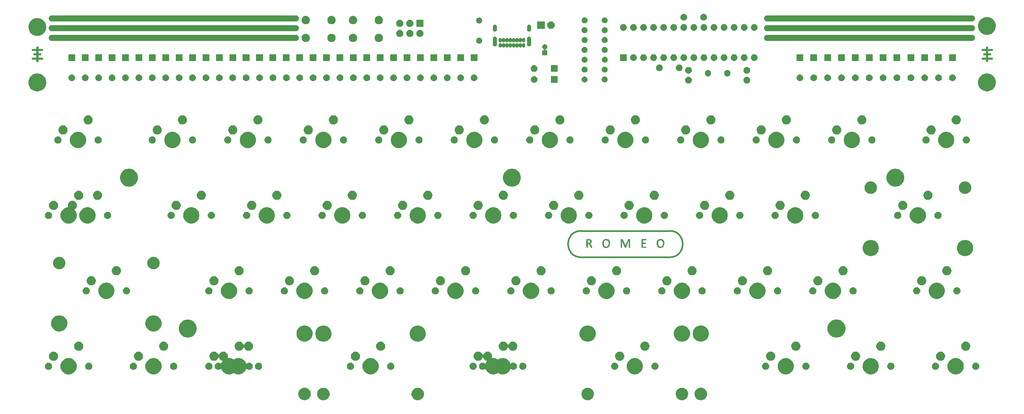
<source format=gbr>
G04 #@! TF.GenerationSoftware,KiCad,Pcbnew,(5.1.4)-1*
G04 #@! TF.CreationDate,2019-11-03T00:56:46-04:00*
G04 #@! TF.ProjectId,romeo-pcb,726f6d65-6f2d-4706-9362-2e6b69636164,rev?*
G04 #@! TF.SameCoordinates,Original*
G04 #@! TF.FileFunction,Soldermask,Top*
G04 #@! TF.FilePolarity,Negative*
%FSLAX46Y46*%
G04 Gerber Fmt 4.6, Leading zero omitted, Abs format (unit mm)*
G04 Created by KiCad (PCBNEW (5.1.4)-1) date 2019-11-03 00:56:46*
%MOMM*%
%LPD*%
G04 APERTURE LIST*
%ADD10C,1.500000*%
%ADD11C,0.400000*%
%ADD12C,0.010000*%
%ADD13C,2.000000*%
G04 APERTURE END LIST*
D10*
X209872600Y-18547410D02*
X261632700Y-18547410D01*
X209872600Y-16064140D02*
X261632700Y-16064140D01*
X209872600Y-13580870D02*
X261632700Y-13580870D01*
X29310000Y-18547410D02*
X90970100Y-18547410D01*
X29310000Y-16064140D02*
X90970100Y-16064140D01*
X29310000Y-13580870D02*
X90970100Y-13580870D01*
D11*
X162977000Y-73928800D02*
X185277000Y-73928800D01*
X162977000Y-67248800D02*
X185277000Y-67248800D01*
X185277000Y-67248800D02*
G75*
G02X185277000Y-73928800I0J-3340000D01*
G01*
X162977000Y-73928800D02*
G75*
G02X162977000Y-67248800I0J3340000D01*
G01*
D12*
G36*
X179312948Y-69457523D02*
G01*
X179303467Y-69572273D01*
X178869994Y-69580713D01*
X178436520Y-69589153D01*
X178436520Y-70256704D01*
X179197000Y-70256704D01*
X179197000Y-70469638D01*
X178436520Y-70469638D01*
X178436520Y-71230117D01*
X178875548Y-71230117D01*
X179047620Y-71230623D01*
X179168486Y-71232993D01*
X179247774Y-71238505D01*
X179295115Y-71248438D01*
X179320137Y-71264069D01*
X179332469Y-71286676D01*
X179333886Y-71290955D01*
X179341107Y-71371859D01*
X179333886Y-71412632D01*
X179324124Y-71434054D01*
X179304810Y-71449759D01*
X179267499Y-71460630D01*
X179203746Y-71467553D01*
X179105109Y-71471411D01*
X178963142Y-71473088D01*
X178769402Y-71473469D01*
X178752917Y-71473470D01*
X178541171Y-71472379D01*
X178384080Y-71468834D01*
X178275493Y-71462427D01*
X178209261Y-71452750D01*
X178179234Y-71439394D01*
X178176584Y-71435230D01*
X178173315Y-71396622D01*
X178170773Y-71304573D01*
X178169003Y-71166475D01*
X178168053Y-70989720D01*
X178167968Y-70781702D01*
X178168794Y-70549813D01*
X178169934Y-70378164D01*
X178177958Y-69359339D01*
X179322430Y-69342773D01*
X179312948Y-69457523D01*
X179312948Y-69457523D01*
G37*
X179312948Y-69457523D02*
X179303467Y-69572273D01*
X178869994Y-69580713D01*
X178436520Y-69589153D01*
X178436520Y-70256704D01*
X179197000Y-70256704D01*
X179197000Y-70469638D01*
X178436520Y-70469638D01*
X178436520Y-71230117D01*
X178875548Y-71230117D01*
X179047620Y-71230623D01*
X179168486Y-71232993D01*
X179247774Y-71238505D01*
X179295115Y-71248438D01*
X179320137Y-71264069D01*
X179332469Y-71286676D01*
X179333886Y-71290955D01*
X179341107Y-71371859D01*
X179333886Y-71412632D01*
X179324124Y-71434054D01*
X179304810Y-71449759D01*
X179267499Y-71460630D01*
X179203746Y-71467553D01*
X179105109Y-71471411D01*
X178963142Y-71473088D01*
X178769402Y-71473469D01*
X178752917Y-71473470D01*
X178541171Y-71472379D01*
X178384080Y-71468834D01*
X178275493Y-71462427D01*
X178209261Y-71452750D01*
X178179234Y-71439394D01*
X178176584Y-71435230D01*
X178173315Y-71396622D01*
X178170773Y-71304573D01*
X178169003Y-71166475D01*
X178168053Y-70989720D01*
X178167968Y-70781702D01*
X178168794Y-70549813D01*
X178169934Y-70378164D01*
X178177958Y-69359339D01*
X179322430Y-69342773D01*
X179312948Y-69457523D01*
G36*
X173261828Y-69349229D02*
G01*
X173358188Y-69369669D01*
X173413124Y-69397363D01*
X173442933Y-69441539D01*
X173491232Y-69537130D01*
X173555502Y-69678452D01*
X173633223Y-69859823D01*
X173721877Y-70075562D01*
X173794020Y-70256484D01*
X173886767Y-70490997D01*
X173960248Y-70674107D01*
X174017048Y-70811189D01*
X174059753Y-70907619D01*
X174090948Y-70968772D01*
X174113218Y-71000024D01*
X174129149Y-71006750D01*
X174141325Y-70994325D01*
X174145135Y-70986544D01*
X174165620Y-70938333D01*
X174205699Y-70842353D01*
X174261849Y-70707108D01*
X174330542Y-70541103D01*
X174408255Y-70352841D01*
X174476387Y-70187456D01*
X174559458Y-69988093D01*
X174637654Y-69805040D01*
X174707272Y-69646605D01*
X174764611Y-69521096D01*
X174805967Y-69436820D01*
X174825480Y-69404163D01*
X174876800Y-69365404D01*
X174956117Y-69347311D01*
X175038402Y-69344129D01*
X175136698Y-69350639D01*
X175211874Y-69367300D01*
X175236425Y-69380632D01*
X175247091Y-69409004D01*
X175255700Y-69473436D01*
X175262394Y-69578139D01*
X175267319Y-69727319D01*
X175270619Y-69925185D01*
X175272438Y-70175945D01*
X175272928Y-70445303D01*
X175272928Y-71473470D01*
X175000022Y-71473470D01*
X174991984Y-70526840D01*
X174983946Y-69580209D01*
X174668327Y-70367139D01*
X174556500Y-70646210D01*
X174464989Y-70874115D01*
X174391112Y-71056012D01*
X174332184Y-71197060D01*
X174285524Y-71302416D01*
X174248449Y-71377239D01*
X174218276Y-71426687D01*
X174192322Y-71455917D01*
X174167904Y-71470088D01*
X174142339Y-71474358D01*
X174112946Y-71473885D01*
X174092906Y-71473470D01*
X173974207Y-71473470D01*
X173721452Y-70827063D01*
X173640260Y-70619702D01*
X173558595Y-70411641D01*
X173481751Y-70216330D01*
X173415021Y-70047217D01*
X173363698Y-69917752D01*
X173353303Y-69891674D01*
X173237910Y-69602692D01*
X173234844Y-71473470D01*
X172961071Y-71473470D01*
X172961071Y-70445303D01*
X172961700Y-70144231D01*
X172963682Y-69899778D01*
X172967161Y-69707734D01*
X172972283Y-69563892D01*
X172979191Y-69464042D01*
X172988029Y-69403978D01*
X172997574Y-69380632D01*
X173058340Y-69353777D01*
X173154151Y-69343620D01*
X173261828Y-69349229D01*
X173261828Y-69349229D01*
G37*
X173261828Y-69349229D02*
X173358188Y-69369669D01*
X173413124Y-69397363D01*
X173442933Y-69441539D01*
X173491232Y-69537130D01*
X173555502Y-69678452D01*
X173633223Y-69859823D01*
X173721877Y-70075562D01*
X173794020Y-70256484D01*
X173886767Y-70490997D01*
X173960248Y-70674107D01*
X174017048Y-70811189D01*
X174059753Y-70907619D01*
X174090948Y-70968772D01*
X174113218Y-71000024D01*
X174129149Y-71006750D01*
X174141325Y-70994325D01*
X174145135Y-70986544D01*
X174165620Y-70938333D01*
X174205699Y-70842353D01*
X174261849Y-70707108D01*
X174330542Y-70541103D01*
X174408255Y-70352841D01*
X174476387Y-70187456D01*
X174559458Y-69988093D01*
X174637654Y-69805040D01*
X174707272Y-69646605D01*
X174764611Y-69521096D01*
X174805967Y-69436820D01*
X174825480Y-69404163D01*
X174876800Y-69365404D01*
X174956117Y-69347311D01*
X175038402Y-69344129D01*
X175136698Y-69350639D01*
X175211874Y-69367300D01*
X175236425Y-69380632D01*
X175247091Y-69409004D01*
X175255700Y-69473436D01*
X175262394Y-69578139D01*
X175267319Y-69727319D01*
X175270619Y-69925185D01*
X175272438Y-70175945D01*
X175272928Y-70445303D01*
X175272928Y-71473470D01*
X175000022Y-71473470D01*
X174991984Y-70526840D01*
X174983946Y-69580209D01*
X174668327Y-70367139D01*
X174556500Y-70646210D01*
X174464989Y-70874115D01*
X174391112Y-71056012D01*
X174332184Y-71197060D01*
X174285524Y-71302416D01*
X174248449Y-71377239D01*
X174218276Y-71426687D01*
X174192322Y-71455917D01*
X174167904Y-71470088D01*
X174142339Y-71474358D01*
X174112946Y-71473885D01*
X174092906Y-71473470D01*
X173974207Y-71473470D01*
X173721452Y-70827063D01*
X173640260Y-70619702D01*
X173558595Y-70411641D01*
X173481751Y-70216330D01*
X173415021Y-70047217D01*
X173363698Y-69917752D01*
X173353303Y-69891674D01*
X173237910Y-69602692D01*
X173234844Y-71473470D01*
X172961071Y-71473470D01*
X172961071Y-70445303D01*
X172961700Y-70144231D01*
X172963682Y-69899778D01*
X172967161Y-69707734D01*
X172972283Y-69563892D01*
X172979191Y-69464042D01*
X172988029Y-69403978D01*
X172997574Y-69380632D01*
X173058340Y-69353777D01*
X173154151Y-69343620D01*
X173261828Y-69349229D01*
G36*
X164640829Y-69346662D02*
G01*
X164749773Y-69349499D01*
X164923578Y-69355698D01*
X165049755Y-69364125D01*
X165141516Y-69376750D01*
X165212069Y-69395543D01*
X165274627Y-69422473D01*
X165289031Y-69429897D01*
X165423329Y-69531125D01*
X165512956Y-69662083D01*
X165558265Y-69811583D01*
X165559607Y-69968437D01*
X165517333Y-70121457D01*
X165431797Y-70259454D01*
X165303348Y-70371241D01*
X165258632Y-70396895D01*
X165170014Y-70442721D01*
X165248946Y-70504809D01*
X165309709Y-70569309D01*
X165373712Y-70662000D01*
X165400053Y-70709326D01*
X165448299Y-70810569D01*
X165503369Y-70935446D01*
X165559818Y-71070362D01*
X165612200Y-71201722D01*
X165655071Y-71315933D01*
X165682984Y-71399400D01*
X165690892Y-71435419D01*
X165672268Y-71461178D01*
X165609897Y-71469706D01*
X165548413Y-71467532D01*
X165405934Y-71458261D01*
X165261172Y-71093231D01*
X165176839Y-70893092D01*
X165100644Y-70744913D01*
X165025970Y-70641631D01*
X164946200Y-70576183D01*
X164854716Y-70541508D01*
X164744903Y-70530542D01*
X164733927Y-70530476D01*
X164566967Y-70530476D01*
X164558570Y-70994369D01*
X164550173Y-71458261D01*
X164427393Y-71467297D01*
X164344759Y-71468083D01*
X164290054Y-71458918D01*
X164282902Y-71454622D01*
X164277667Y-71420017D01*
X164272886Y-71331911D01*
X164268717Y-71197642D01*
X164265315Y-71024548D01*
X164262838Y-70819965D01*
X164261444Y-70591230D01*
X164261191Y-70439963D01*
X164261730Y-70151672D01*
X164263481Y-69918833D01*
X164266651Y-69736069D01*
X164271444Y-69598003D01*
X164272149Y-69587482D01*
X164565383Y-69587482D01*
X164565383Y-70287123D01*
X164764084Y-70287123D01*
X164886812Y-70280343D01*
X165000969Y-70262776D01*
X165066256Y-70243891D01*
X165171313Y-70170595D01*
X165236717Y-70064559D01*
X165260399Y-69940881D01*
X165240288Y-69814661D01*
X165174317Y-69701000D01*
X165144745Y-69671135D01*
X165091848Y-69628744D01*
X165038767Y-69603689D01*
X164967489Y-69591490D01*
X164859997Y-69587669D01*
X164808256Y-69587482D01*
X164565383Y-69587482D01*
X164272149Y-69587482D01*
X164278065Y-69499256D01*
X164286719Y-69434452D01*
X164297610Y-69398212D01*
X164301090Y-69392449D01*
X164322991Y-69370393D01*
X164357468Y-69355787D01*
X164414968Y-69347629D01*
X164505940Y-69344921D01*
X164640829Y-69346662D01*
X164640829Y-69346662D01*
G37*
X164640829Y-69346662D02*
X164749773Y-69349499D01*
X164923578Y-69355698D01*
X165049755Y-69364125D01*
X165141516Y-69376750D01*
X165212069Y-69395543D01*
X165274627Y-69422473D01*
X165289031Y-69429897D01*
X165423329Y-69531125D01*
X165512956Y-69662083D01*
X165558265Y-69811583D01*
X165559607Y-69968437D01*
X165517333Y-70121457D01*
X165431797Y-70259454D01*
X165303348Y-70371241D01*
X165258632Y-70396895D01*
X165170014Y-70442721D01*
X165248946Y-70504809D01*
X165309709Y-70569309D01*
X165373712Y-70662000D01*
X165400053Y-70709326D01*
X165448299Y-70810569D01*
X165503369Y-70935446D01*
X165559818Y-71070362D01*
X165612200Y-71201722D01*
X165655071Y-71315933D01*
X165682984Y-71399400D01*
X165690892Y-71435419D01*
X165672268Y-71461178D01*
X165609897Y-71469706D01*
X165548413Y-71467532D01*
X165405934Y-71458261D01*
X165261172Y-71093231D01*
X165176839Y-70893092D01*
X165100644Y-70744913D01*
X165025970Y-70641631D01*
X164946200Y-70576183D01*
X164854716Y-70541508D01*
X164744903Y-70530542D01*
X164733927Y-70530476D01*
X164566967Y-70530476D01*
X164558570Y-70994369D01*
X164550173Y-71458261D01*
X164427393Y-71467297D01*
X164344759Y-71468083D01*
X164290054Y-71458918D01*
X164282902Y-71454622D01*
X164277667Y-71420017D01*
X164272886Y-71331911D01*
X164268717Y-71197642D01*
X164265315Y-71024548D01*
X164262838Y-70819965D01*
X164261444Y-70591230D01*
X164261191Y-70439963D01*
X164261730Y-70151672D01*
X164263481Y-69918833D01*
X164266651Y-69736069D01*
X164271444Y-69598003D01*
X164272149Y-69587482D01*
X164565383Y-69587482D01*
X164565383Y-70287123D01*
X164764084Y-70287123D01*
X164886812Y-70280343D01*
X165000969Y-70262776D01*
X165066256Y-70243891D01*
X165171313Y-70170595D01*
X165236717Y-70064559D01*
X165260399Y-69940881D01*
X165240288Y-69814661D01*
X165174317Y-69701000D01*
X165144745Y-69671135D01*
X165091848Y-69628744D01*
X165038767Y-69603689D01*
X164967489Y-69591490D01*
X164859997Y-69587669D01*
X164808256Y-69587482D01*
X164565383Y-69587482D01*
X164272149Y-69587482D01*
X164278065Y-69499256D01*
X164286719Y-69434452D01*
X164297610Y-69398212D01*
X164301090Y-69392449D01*
X164322991Y-69370393D01*
X164357468Y-69355787D01*
X164414968Y-69347629D01*
X164505940Y-69344921D01*
X164640829Y-69346662D01*
G36*
X183151397Y-69329813D02*
G01*
X183371356Y-69388318D01*
X183555346Y-69494797D01*
X183701868Y-69648432D01*
X183792868Y-69808719D01*
X183842287Y-69967679D01*
X183872323Y-70164952D01*
X183882461Y-70381013D01*
X183872186Y-70596338D01*
X183840982Y-70791400D01*
X183820753Y-70864960D01*
X183724022Y-71086537D01*
X183591492Y-71259157D01*
X183422034Y-71383667D01*
X183214515Y-71460914D01*
X182985368Y-71491122D01*
X182850558Y-71492184D01*
X182722499Y-71485577D01*
X182626720Y-71472706D01*
X182619155Y-71470945D01*
X182425908Y-71393341D01*
X182266112Y-71266831D01*
X182141595Y-71094482D01*
X182054185Y-70879363D01*
X182005711Y-70624541D01*
X181995923Y-70425223D01*
X182001347Y-70351267D01*
X182304763Y-70351267D01*
X182307255Y-70598673D01*
X182337993Y-70798604D01*
X182398906Y-70958435D01*
X182491923Y-71085544D01*
X182498456Y-71092180D01*
X182640357Y-71193114D01*
X182811608Y-71249554D01*
X182996966Y-71258390D01*
X183154556Y-71226038D01*
X183294720Y-71149548D01*
X183418661Y-71024429D01*
X183514584Y-70862727D01*
X183518060Y-70854765D01*
X183550862Y-70765894D01*
X183570993Y-70672945D01*
X183581068Y-70557407D01*
X183583704Y-70400768D01*
X183583684Y-70390305D01*
X183571044Y-70156101D01*
X183532625Y-69968693D01*
X183465668Y-69818561D01*
X183388775Y-69717908D01*
X183267666Y-69629813D01*
X183113467Y-69576306D01*
X182943889Y-69558505D01*
X182776645Y-69577527D01*
X182629447Y-69634490D01*
X182581598Y-69666991D01*
X182462997Y-69786431D01*
X182379980Y-69932622D01*
X182328641Y-70115226D01*
X182305070Y-70343904D01*
X182304763Y-70351267D01*
X182001347Y-70351267D01*
X182017320Y-70133487D01*
X182080202Y-69885086D01*
X182183992Y-69680729D01*
X182328113Y-69521123D01*
X182511989Y-69406975D01*
X182735043Y-69338992D01*
X182896971Y-69320099D01*
X183151397Y-69329813D01*
X183151397Y-69329813D01*
G37*
X183151397Y-69329813D02*
X183371356Y-69388318D01*
X183555346Y-69494797D01*
X183701868Y-69648432D01*
X183792868Y-69808719D01*
X183842287Y-69967679D01*
X183872323Y-70164952D01*
X183882461Y-70381013D01*
X183872186Y-70596338D01*
X183840982Y-70791400D01*
X183820753Y-70864960D01*
X183724022Y-71086537D01*
X183591492Y-71259157D01*
X183422034Y-71383667D01*
X183214515Y-71460914D01*
X182985368Y-71491122D01*
X182850558Y-71492184D01*
X182722499Y-71485577D01*
X182626720Y-71472706D01*
X182619155Y-71470945D01*
X182425908Y-71393341D01*
X182266112Y-71266831D01*
X182141595Y-71094482D01*
X182054185Y-70879363D01*
X182005711Y-70624541D01*
X181995923Y-70425223D01*
X182001347Y-70351267D01*
X182304763Y-70351267D01*
X182307255Y-70598673D01*
X182337993Y-70798604D01*
X182398906Y-70958435D01*
X182491923Y-71085544D01*
X182498456Y-71092180D01*
X182640357Y-71193114D01*
X182811608Y-71249554D01*
X182996966Y-71258390D01*
X183154556Y-71226038D01*
X183294720Y-71149548D01*
X183418661Y-71024429D01*
X183514584Y-70862727D01*
X183518060Y-70854765D01*
X183550862Y-70765894D01*
X183570993Y-70672945D01*
X183581068Y-70557407D01*
X183583704Y-70400768D01*
X183583684Y-70390305D01*
X183571044Y-70156101D01*
X183532625Y-69968693D01*
X183465668Y-69818561D01*
X183388775Y-69717908D01*
X183267666Y-69629813D01*
X183113467Y-69576306D01*
X182943889Y-69558505D01*
X182776645Y-69577527D01*
X182629447Y-69634490D01*
X182581598Y-69666991D01*
X182462997Y-69786431D01*
X182379980Y-69932622D01*
X182328641Y-70115226D01*
X182305070Y-70343904D01*
X182304763Y-70351267D01*
X182001347Y-70351267D01*
X182017320Y-70133487D01*
X182080202Y-69885086D01*
X182183992Y-69680729D01*
X182328113Y-69521123D01*
X182511989Y-69406975D01*
X182735043Y-69338992D01*
X182896971Y-69320099D01*
X183151397Y-69329813D01*
G36*
X169425309Y-69322614D02*
G01*
X169620405Y-69362957D01*
X169786682Y-69444368D01*
X169918015Y-69553025D01*
X170017973Y-69666600D01*
X170089893Y-69785120D01*
X170137601Y-69921045D01*
X170164923Y-70086833D01*
X170175687Y-70294942D01*
X170176210Y-70393590D01*
X170173493Y-70565225D01*
X170165605Y-70692398D01*
X170150468Y-70791408D01*
X170126007Y-70878553D01*
X170108384Y-70925925D01*
X169999029Y-71135532D01*
X169855636Y-71295790D01*
X169676034Y-71408166D01*
X169458052Y-71474129D01*
X169268436Y-71494013D01*
X169073748Y-71491151D01*
X168916542Y-71468065D01*
X168882139Y-71458405D01*
X168722524Y-71380432D01*
X168573085Y-71259703D01*
X168452908Y-71113646D01*
X168402475Y-71020386D01*
X168346053Y-70837914D01*
X168313352Y-70620821D01*
X168305923Y-70425981D01*
X168594684Y-70425981D01*
X168610915Y-70632993D01*
X168653447Y-70824570D01*
X168719081Y-70986790D01*
X168804617Y-71105731D01*
X168814129Y-71114697D01*
X168949808Y-71199823D01*
X169116268Y-71247459D01*
X169294610Y-71255230D01*
X169465936Y-71220765D01*
X169512028Y-71202341D01*
X169661812Y-71101891D01*
X169774053Y-70953925D01*
X169848488Y-70759003D01*
X169884858Y-70517685D01*
X169888736Y-70394277D01*
X169870249Y-70134555D01*
X169814851Y-69922993D01*
X169722640Y-69759703D01*
X169593713Y-69644797D01*
X169428166Y-69578385D01*
X169226096Y-69560580D01*
X169168351Y-69563863D01*
X168987425Y-69604706D01*
X168840820Y-69694759D01*
X168728014Y-69834634D01*
X168648481Y-70024941D01*
X168607953Y-70217455D01*
X168594684Y-70425981D01*
X168305923Y-70425981D01*
X168304502Y-70388717D01*
X168319636Y-70161210D01*
X168358883Y-69957907D01*
X168394687Y-69854235D01*
X168510931Y-69653124D01*
X168666691Y-69497847D01*
X168860043Y-69389696D01*
X169089063Y-69329962D01*
X169190635Y-69319891D01*
X169425309Y-69322614D01*
X169425309Y-69322614D01*
G37*
X169425309Y-69322614D02*
X169620405Y-69362957D01*
X169786682Y-69444368D01*
X169918015Y-69553025D01*
X170017973Y-69666600D01*
X170089893Y-69785120D01*
X170137601Y-69921045D01*
X170164923Y-70086833D01*
X170175687Y-70294942D01*
X170176210Y-70393590D01*
X170173493Y-70565225D01*
X170165605Y-70692398D01*
X170150468Y-70791408D01*
X170126007Y-70878553D01*
X170108384Y-70925925D01*
X169999029Y-71135532D01*
X169855636Y-71295790D01*
X169676034Y-71408166D01*
X169458052Y-71474129D01*
X169268436Y-71494013D01*
X169073748Y-71491151D01*
X168916542Y-71468065D01*
X168882139Y-71458405D01*
X168722524Y-71380432D01*
X168573085Y-71259703D01*
X168452908Y-71113646D01*
X168402475Y-71020386D01*
X168346053Y-70837914D01*
X168313352Y-70620821D01*
X168305923Y-70425981D01*
X168594684Y-70425981D01*
X168610915Y-70632993D01*
X168653447Y-70824570D01*
X168719081Y-70986790D01*
X168804617Y-71105731D01*
X168814129Y-71114697D01*
X168949808Y-71199823D01*
X169116268Y-71247459D01*
X169294610Y-71255230D01*
X169465936Y-71220765D01*
X169512028Y-71202341D01*
X169661812Y-71101891D01*
X169774053Y-70953925D01*
X169848488Y-70759003D01*
X169884858Y-70517685D01*
X169888736Y-70394277D01*
X169870249Y-70134555D01*
X169814851Y-69922993D01*
X169722640Y-69759703D01*
X169593713Y-69644797D01*
X169428166Y-69578385D01*
X169226096Y-69560580D01*
X169168351Y-69563863D01*
X168987425Y-69604706D01*
X168840820Y-69694759D01*
X168728014Y-69834634D01*
X168648481Y-70024941D01*
X168607953Y-70217455D01*
X168594684Y-70425981D01*
X168305923Y-70425981D01*
X168304502Y-70388717D01*
X168319636Y-70161210D01*
X168358883Y-69957907D01*
X168394687Y-69854235D01*
X168510931Y-69653124D01*
X168666691Y-69497847D01*
X168860043Y-69389696D01*
X169089063Y-69329962D01*
X169190635Y-69319891D01*
X169425309Y-69322614D01*
G36*
X25932756Y-21314323D02*
G01*
X26502139Y-21316500D01*
X27071522Y-21318676D01*
X27071522Y-21725076D01*
X25932756Y-21729428D01*
X25932756Y-22389709D01*
X26652423Y-22389709D01*
X26652423Y-22821509D01*
X25932756Y-22821509D01*
X25932756Y-23498723D01*
X26502139Y-23500900D01*
X27071522Y-23503076D01*
X27073785Y-23716859D01*
X27076047Y-23930642D01*
X25932756Y-23930642D01*
X25932756Y-24548709D01*
X25492489Y-24548709D01*
X25492489Y-23930642D01*
X24357956Y-23930642D01*
X24357956Y-23498843D01*
X25492489Y-23498843D01*
X25492489Y-22821509D01*
X24781289Y-22821509D01*
X24781289Y-22389709D01*
X25492489Y-22389709D01*
X25492489Y-21729309D01*
X24357956Y-21729309D01*
X24357956Y-21314443D01*
X25492270Y-21314443D01*
X25496722Y-20726009D01*
X25714739Y-20723750D01*
X25932756Y-20721490D01*
X25932756Y-21314323D01*
X25932756Y-21314323D01*
G37*
X25932756Y-21314323D02*
X26502139Y-21316500D01*
X27071522Y-21318676D01*
X27071522Y-21725076D01*
X25932756Y-21729428D01*
X25932756Y-22389709D01*
X26652423Y-22389709D01*
X26652423Y-22821509D01*
X25932756Y-22821509D01*
X25932756Y-23498723D01*
X26502139Y-23500900D01*
X27071522Y-23503076D01*
X27073785Y-23716859D01*
X27076047Y-23930642D01*
X25932756Y-23930642D01*
X25932756Y-24548709D01*
X25492489Y-24548709D01*
X25492489Y-23930642D01*
X24357956Y-23930642D01*
X24357956Y-23498843D01*
X25492489Y-23498843D01*
X25492489Y-22821509D01*
X24781289Y-22821509D01*
X24781289Y-22389709D01*
X25492489Y-22389709D01*
X25492489Y-21729309D01*
X24357956Y-21729309D01*
X24357956Y-21314443D01*
X25492270Y-21314443D01*
X25496722Y-20726009D01*
X25714739Y-20723750D01*
X25932756Y-20721490D01*
X25932756Y-21314323D01*
G36*
X265582754Y-21314323D02*
G01*
X266152137Y-21316500D01*
X266721520Y-21318676D01*
X266721520Y-21725076D01*
X265582754Y-21729428D01*
X265582754Y-22389709D01*
X266302421Y-22389709D01*
X266302421Y-22821509D01*
X265582754Y-22821509D01*
X265582754Y-23498723D01*
X266152137Y-23500900D01*
X266721520Y-23503076D01*
X266723783Y-23716859D01*
X266726045Y-23930642D01*
X265582754Y-23930642D01*
X265582754Y-24548709D01*
X265142487Y-24548709D01*
X265142487Y-23930642D01*
X264007954Y-23930642D01*
X264007954Y-23498843D01*
X265142487Y-23498843D01*
X265142487Y-22821509D01*
X264431287Y-22821509D01*
X264431287Y-22389709D01*
X265142487Y-22389709D01*
X265142487Y-21729309D01*
X264007954Y-21729309D01*
X264007954Y-21314443D01*
X265142268Y-21314443D01*
X265146720Y-20726009D01*
X265364737Y-20723750D01*
X265582754Y-20721490D01*
X265582754Y-21314323D01*
X265582754Y-21314323D01*
G37*
X265582754Y-21314323D02*
X266152137Y-21316500D01*
X266721520Y-21318676D01*
X266721520Y-21725076D01*
X265582754Y-21729428D01*
X265582754Y-22389709D01*
X266302421Y-22389709D01*
X266302421Y-22821509D01*
X265582754Y-22821509D01*
X265582754Y-23498723D01*
X266152137Y-23500900D01*
X266721520Y-23503076D01*
X266723783Y-23716859D01*
X266726045Y-23930642D01*
X265582754Y-23930642D01*
X265582754Y-24548709D01*
X265142487Y-24548709D01*
X265142487Y-23930642D01*
X264007954Y-23930642D01*
X264007954Y-23498843D01*
X265142487Y-23498843D01*
X265142487Y-22821509D01*
X264431287Y-22821509D01*
X264431287Y-22389709D01*
X265142487Y-22389709D01*
X265142487Y-21729309D01*
X264007954Y-21729309D01*
X264007954Y-21314443D01*
X265142268Y-21314443D01*
X265146720Y-20726009D01*
X265364737Y-20723750D01*
X265582754Y-20721490D01*
X265582754Y-21314323D01*
D13*
G36*
X188629333Y-106886690D02*
G01*
X188857952Y-106932164D01*
X189144766Y-107050967D01*
X189402892Y-107223441D01*
X189622409Y-107442958D01*
X189794883Y-107701084D01*
X189913686Y-107987898D01*
X189959160Y-108216517D01*
X189973057Y-108286376D01*
X189974250Y-108292378D01*
X189974250Y-108602822D01*
X189913686Y-108907302D01*
X189794883Y-109194116D01*
X189622409Y-109452242D01*
X189402892Y-109671759D01*
X189144766Y-109844233D01*
X188857952Y-109963036D01*
X188629333Y-110008510D01*
X188553474Y-110023600D01*
X188243026Y-110023600D01*
X188167167Y-110008510D01*
X187938548Y-109963036D01*
X187651734Y-109844233D01*
X187393608Y-109671759D01*
X187174091Y-109452242D01*
X187001617Y-109194116D01*
X186882814Y-108907302D01*
X186822250Y-108602822D01*
X186822250Y-108292378D01*
X186823444Y-108286376D01*
X186837340Y-108216517D01*
X186882814Y-107987898D01*
X187001617Y-107701084D01*
X187174091Y-107442958D01*
X187393608Y-107223441D01*
X187651734Y-107050967D01*
X187938548Y-106932164D01*
X188167167Y-106886690D01*
X188243026Y-106871600D01*
X188553474Y-106871600D01*
X188629333Y-106886690D01*
X188629333Y-106886690D01*
G37*
G36*
X98154333Y-106886690D02*
G01*
X98382952Y-106932164D01*
X98669766Y-107050967D01*
X98927892Y-107223441D01*
X99147409Y-107442958D01*
X99319883Y-107701084D01*
X99438686Y-107987898D01*
X99484160Y-108216517D01*
X99498057Y-108286376D01*
X99499250Y-108292378D01*
X99499250Y-108602822D01*
X99438686Y-108907302D01*
X99319883Y-109194116D01*
X99147409Y-109452242D01*
X98927892Y-109671759D01*
X98669766Y-109844233D01*
X98382952Y-109963036D01*
X98154333Y-110008510D01*
X98078474Y-110023600D01*
X97768026Y-110023600D01*
X97692167Y-110008510D01*
X97463548Y-109963036D01*
X97176734Y-109844233D01*
X96918608Y-109671759D01*
X96699091Y-109452242D01*
X96526617Y-109194116D01*
X96407814Y-108907302D01*
X96347250Y-108602822D01*
X96347250Y-108292378D01*
X96348444Y-108286376D01*
X96362340Y-108216517D01*
X96407814Y-107987898D01*
X96526617Y-107701084D01*
X96699091Y-107442958D01*
X96918608Y-107223441D01*
X97176734Y-107050967D01*
X97463548Y-106932164D01*
X97692167Y-106886690D01*
X97768026Y-106871600D01*
X98078474Y-106871600D01*
X98154333Y-106886690D01*
X98154333Y-106886690D01*
G37*
G36*
X121954333Y-106886690D02*
G01*
X122182952Y-106932164D01*
X122469766Y-107050967D01*
X122727892Y-107223441D01*
X122947409Y-107442958D01*
X123119883Y-107701084D01*
X123238686Y-107987898D01*
X123284160Y-108216517D01*
X123298057Y-108286376D01*
X123299250Y-108292378D01*
X123299250Y-108602822D01*
X123238686Y-108907302D01*
X123119883Y-109194116D01*
X122947409Y-109452242D01*
X122727892Y-109671759D01*
X122469766Y-109844233D01*
X122182952Y-109963036D01*
X121954333Y-110008510D01*
X121878474Y-110023600D01*
X121568026Y-110023600D01*
X121492167Y-110008510D01*
X121263548Y-109963036D01*
X120976734Y-109844233D01*
X120718608Y-109671759D01*
X120499091Y-109452242D01*
X120326617Y-109194116D01*
X120207814Y-108907302D01*
X120147250Y-108602822D01*
X120147250Y-108292378D01*
X120148444Y-108286376D01*
X120162340Y-108216517D01*
X120207814Y-107987898D01*
X120326617Y-107701084D01*
X120499091Y-107442958D01*
X120718608Y-107223441D01*
X120976734Y-107050967D01*
X121263548Y-106932164D01*
X121492167Y-106886690D01*
X121568026Y-106871600D01*
X121878474Y-106871600D01*
X121954333Y-106886690D01*
X121954333Y-106886690D01*
G37*
G36*
X164829333Y-106886690D02*
G01*
X165057952Y-106932164D01*
X165344766Y-107050967D01*
X165602892Y-107223441D01*
X165822409Y-107442958D01*
X165994883Y-107701084D01*
X166113686Y-107987898D01*
X166159160Y-108216517D01*
X166173057Y-108286376D01*
X166174250Y-108292378D01*
X166174250Y-108602822D01*
X166113686Y-108907302D01*
X165994883Y-109194116D01*
X165822409Y-109452242D01*
X165602892Y-109671759D01*
X165344766Y-109844233D01*
X165057952Y-109963036D01*
X164829333Y-110008510D01*
X164753474Y-110023600D01*
X164443026Y-110023600D01*
X164367167Y-110008510D01*
X164138548Y-109963036D01*
X163851734Y-109844233D01*
X163593608Y-109671759D01*
X163374091Y-109452242D01*
X163201617Y-109194116D01*
X163082814Y-108907302D01*
X163022250Y-108602822D01*
X163022250Y-108292378D01*
X163023444Y-108286376D01*
X163037340Y-108216517D01*
X163082814Y-107987898D01*
X163201617Y-107701084D01*
X163374091Y-107442958D01*
X163593608Y-107223441D01*
X163851734Y-107050967D01*
X164138548Y-106932164D01*
X164367167Y-106886690D01*
X164443026Y-106871600D01*
X164753474Y-106871600D01*
X164829333Y-106886690D01*
X164829333Y-106886690D01*
G37*
G36*
X193341414Y-106871600D02*
G01*
X193620061Y-106927026D01*
X193738787Y-106976204D01*
X193906691Y-107045752D01*
X193992289Y-107102947D01*
X194164654Y-107218117D01*
X194384033Y-107437496D01*
X194499203Y-107609861D01*
X194556398Y-107695459D01*
X194625946Y-107863363D01*
X194675124Y-107982089D01*
X194735650Y-108286376D01*
X194735650Y-108596624D01*
X194675124Y-108900911D01*
X194625946Y-109019637D01*
X194556398Y-109187541D01*
X194499203Y-109273139D01*
X194384033Y-109445504D01*
X194164654Y-109664883D01*
X193992289Y-109780053D01*
X193906691Y-109837248D01*
X193738787Y-109906796D01*
X193620061Y-109955974D01*
X193467917Y-109986237D01*
X193315775Y-110016500D01*
X193005525Y-110016500D01*
X192853383Y-109986237D01*
X192701239Y-109955974D01*
X192582513Y-109906796D01*
X192414609Y-109837248D01*
X192329011Y-109780053D01*
X192156646Y-109664883D01*
X191937267Y-109445504D01*
X191822097Y-109273139D01*
X191764902Y-109187541D01*
X191695354Y-109019637D01*
X191646176Y-108900911D01*
X191585650Y-108596624D01*
X191585650Y-108286376D01*
X191646176Y-107982089D01*
X191695354Y-107863363D01*
X191764902Y-107695459D01*
X191822097Y-107609861D01*
X191937267Y-107437496D01*
X192156646Y-107218117D01*
X192329011Y-107102947D01*
X192414609Y-107045752D01*
X192582513Y-106976204D01*
X192701239Y-106927026D01*
X192979886Y-106871600D01*
X193005525Y-106866500D01*
X193315775Y-106866500D01*
X193341414Y-106871600D01*
X193341414Y-106871600D01*
G37*
G36*
X93341614Y-106871600D02*
G01*
X93620261Y-106927026D01*
X93738987Y-106976204D01*
X93906891Y-107045752D01*
X93992489Y-107102947D01*
X94164854Y-107218117D01*
X94384233Y-107437496D01*
X94499403Y-107609861D01*
X94556598Y-107695459D01*
X94626146Y-107863363D01*
X94675324Y-107982089D01*
X94735850Y-108286376D01*
X94735850Y-108596624D01*
X94675324Y-108900911D01*
X94626146Y-109019637D01*
X94556598Y-109187541D01*
X94499403Y-109273139D01*
X94384233Y-109445504D01*
X94164854Y-109664883D01*
X93992489Y-109780053D01*
X93906891Y-109837248D01*
X93738987Y-109906796D01*
X93620261Y-109955974D01*
X93468117Y-109986237D01*
X93315975Y-110016500D01*
X93005725Y-110016500D01*
X92853583Y-109986237D01*
X92701439Y-109955974D01*
X92582713Y-109906796D01*
X92414809Y-109837248D01*
X92329211Y-109780053D01*
X92156846Y-109664883D01*
X91937467Y-109445504D01*
X91822297Y-109273139D01*
X91765102Y-109187541D01*
X91695554Y-109019637D01*
X91646376Y-108900911D01*
X91585850Y-108596624D01*
X91585850Y-108286376D01*
X91646376Y-107982089D01*
X91695554Y-107863363D01*
X91765102Y-107695459D01*
X91822297Y-107609861D01*
X91937467Y-107437496D01*
X92156846Y-107218117D01*
X92329211Y-107102947D01*
X92414809Y-107045752D01*
X92582713Y-106976204D01*
X92701439Y-106927026D01*
X92980086Y-106871600D01*
X93005725Y-106866500D01*
X93315975Y-106866500D01*
X93341614Y-106871600D01*
X93341614Y-106871600D01*
G37*
G36*
X34221504Y-99477478D02*
G01*
X34589790Y-99630027D01*
X34594763Y-99632087D01*
X34930686Y-99856544D01*
X35216366Y-100142224D01*
X35439447Y-100476087D01*
X35440824Y-100478149D01*
X35595432Y-100851406D01*
X35674250Y-101247653D01*
X35674250Y-101651667D01*
X35595432Y-102047914D01*
X35441677Y-102419111D01*
X35440823Y-102421173D01*
X35216366Y-102757096D01*
X34930686Y-103042776D01*
X34594763Y-103267233D01*
X34594762Y-103267234D01*
X34594761Y-103267234D01*
X34221504Y-103421842D01*
X33825257Y-103500660D01*
X33421243Y-103500660D01*
X33024996Y-103421842D01*
X32651739Y-103267234D01*
X32651738Y-103267234D01*
X32651737Y-103267233D01*
X32315814Y-103042776D01*
X32030134Y-102757096D01*
X31805677Y-102421173D01*
X31804823Y-102419111D01*
X31651068Y-102047914D01*
X31572250Y-101651667D01*
X31572250Y-101247653D01*
X31651068Y-100851406D01*
X31805676Y-100478149D01*
X31807054Y-100476087D01*
X32030134Y-100142224D01*
X32315814Y-99856544D01*
X32651737Y-99632087D01*
X32656710Y-99630027D01*
X33024996Y-99477478D01*
X33421243Y-99398660D01*
X33825257Y-99398660D01*
X34221504Y-99477478D01*
X34221504Y-99477478D01*
G37*
G36*
X70519049Y-97778716D02*
G01*
X70630234Y-97800832D01*
X70839703Y-97887597D01*
X71028220Y-98013560D01*
X71188540Y-98173880D01*
X71314503Y-98362397D01*
X71314504Y-98362399D01*
X71369641Y-98495512D01*
X71381192Y-98517123D01*
X71396737Y-98536064D01*
X71415679Y-98551610D01*
X71437290Y-98563161D01*
X71460739Y-98570274D01*
X71485125Y-98572676D01*
X71509511Y-98570274D01*
X71532960Y-98563161D01*
X71554571Y-98551610D01*
X71573512Y-98536065D01*
X71589058Y-98517123D01*
X71600609Y-98495512D01*
X71655746Y-98362399D01*
X71655747Y-98362397D01*
X71781710Y-98173880D01*
X71942030Y-98013560D01*
X72130547Y-97887597D01*
X72340016Y-97800832D01*
X72451201Y-97778716D01*
X72562385Y-97756600D01*
X72789115Y-97756600D01*
X72900299Y-97778716D01*
X73011484Y-97800832D01*
X73220953Y-97887597D01*
X73409470Y-98013560D01*
X73569790Y-98173880D01*
X73695753Y-98362397D01*
X73781859Y-98570274D01*
X73782518Y-98571867D01*
X73826750Y-98794235D01*
X73826750Y-99020965D01*
X73781746Y-99247215D01*
X73779344Y-99271601D01*
X73781746Y-99295987D01*
X73788859Y-99319436D01*
X73800410Y-99341047D01*
X73815955Y-99359989D01*
X73834897Y-99375534D01*
X73856508Y-99387085D01*
X73879957Y-99394198D01*
X73904343Y-99396600D01*
X74306507Y-99396600D01*
X74702754Y-99475418D01*
X75076011Y-99630026D01*
X75076013Y-99630027D01*
X75095997Y-99643380D01*
X75225679Y-99730031D01*
X75247290Y-99741582D01*
X75270739Y-99748695D01*
X75295125Y-99751097D01*
X75319511Y-99748695D01*
X75342960Y-99741582D01*
X75364571Y-99730031D01*
X75494253Y-99643380D01*
X75514237Y-99630027D01*
X75514239Y-99630026D01*
X75887496Y-99475418D01*
X76283743Y-99396600D01*
X76687757Y-99396600D01*
X77084004Y-99475418D01*
X77457261Y-99630026D01*
X77457263Y-99630027D01*
X77793186Y-99854484D01*
X78078866Y-100140164D01*
X78303324Y-100476089D01*
X78401167Y-100712303D01*
X78412718Y-100733914D01*
X78428263Y-100752856D01*
X78447205Y-100768401D01*
X78468816Y-100779952D01*
X78492265Y-100787065D01*
X78516651Y-100789467D01*
X78541037Y-100787065D01*
X78564486Y-100779952D01*
X78586097Y-100768401D01*
X78605028Y-100752865D01*
X78610146Y-100747747D01*
X78757716Y-100649144D01*
X78921688Y-100581224D01*
X79085402Y-100548660D01*
X79095758Y-100546600D01*
X79273242Y-100546600D01*
X79283598Y-100548660D01*
X79447312Y-100581224D01*
X79611284Y-100649144D01*
X79758854Y-100747747D01*
X79884353Y-100873246D01*
X79982956Y-101020816D01*
X80050876Y-101184788D01*
X80085500Y-101358859D01*
X80085500Y-101536341D01*
X80050876Y-101710412D01*
X79982956Y-101874384D01*
X79884353Y-102021954D01*
X79758854Y-102147453D01*
X79611284Y-102246056D01*
X79447312Y-102313976D01*
X79298012Y-102343673D01*
X79273242Y-102348600D01*
X79095758Y-102348600D01*
X79070988Y-102343673D01*
X78921688Y-102313976D01*
X78757716Y-102246056D01*
X78610146Y-102147453D01*
X78605028Y-102142335D01*
X78586097Y-102126799D01*
X78564486Y-102115248D01*
X78541037Y-102108135D01*
X78516651Y-102105733D01*
X78492265Y-102108135D01*
X78468816Y-102115248D01*
X78447205Y-102126799D01*
X78428263Y-102142344D01*
X78412718Y-102161286D01*
X78401167Y-102182897D01*
X78331677Y-102350660D01*
X78303323Y-102419113D01*
X78078866Y-102755036D01*
X77793186Y-103040716D01*
X77457263Y-103265173D01*
X77457262Y-103265174D01*
X77457261Y-103265174D01*
X77084004Y-103419782D01*
X76687757Y-103498600D01*
X76283743Y-103498600D01*
X75887496Y-103419782D01*
X75514239Y-103265174D01*
X75514238Y-103265174D01*
X75514237Y-103265173D01*
X75364570Y-103165168D01*
X75342960Y-103153618D01*
X75319511Y-103146505D01*
X75295125Y-103144103D01*
X75270739Y-103146505D01*
X75247290Y-103153618D01*
X75225680Y-103165168D01*
X75076013Y-103265173D01*
X75076012Y-103265174D01*
X75076011Y-103265174D01*
X74702754Y-103419782D01*
X74306507Y-103498600D01*
X73902493Y-103498600D01*
X73506246Y-103419782D01*
X73132989Y-103265174D01*
X73132988Y-103265174D01*
X73132987Y-103265173D01*
X72797064Y-103040716D01*
X72511384Y-102755036D01*
X72286927Y-102419113D01*
X72258573Y-102350660D01*
X72189083Y-102182897D01*
X72177532Y-102161286D01*
X72161987Y-102142344D01*
X72143045Y-102126799D01*
X72121434Y-102115248D01*
X72097985Y-102108135D01*
X72073599Y-102105733D01*
X72049213Y-102108135D01*
X72025764Y-102115248D01*
X72004153Y-102126799D01*
X71985222Y-102142335D01*
X71980104Y-102147453D01*
X71832534Y-102246056D01*
X71668562Y-102313976D01*
X71519262Y-102343673D01*
X71494492Y-102348600D01*
X71317008Y-102348600D01*
X71292238Y-102343673D01*
X71142938Y-102313976D01*
X70978966Y-102246056D01*
X70831396Y-102147453D01*
X70705897Y-102021954D01*
X70607294Y-101874384D01*
X70539374Y-101710412D01*
X70504750Y-101536341D01*
X70504750Y-101358859D01*
X70539374Y-101184788D01*
X70607294Y-101020816D01*
X70705897Y-100873246D01*
X70831396Y-100747747D01*
X70978966Y-100649144D01*
X71142938Y-100581224D01*
X71306652Y-100548660D01*
X71317008Y-100546600D01*
X71494492Y-100546600D01*
X71504848Y-100548660D01*
X71668562Y-100581224D01*
X71832534Y-100649144D01*
X71980104Y-100747747D01*
X71985222Y-100752865D01*
X72004153Y-100768401D01*
X72025764Y-100779952D01*
X72049213Y-100787065D01*
X72073599Y-100789467D01*
X72097985Y-100787065D01*
X72121434Y-100779952D01*
X72143045Y-100768401D01*
X72161987Y-100752856D01*
X72177532Y-100733914D01*
X72189083Y-100712303D01*
X72286926Y-100476089D01*
X72461540Y-100214761D01*
X72473091Y-100193150D01*
X72480204Y-100169701D01*
X72482606Y-100145315D01*
X72480204Y-100120929D01*
X72473091Y-100097480D01*
X72461540Y-100075869D01*
X72445995Y-100056927D01*
X72427053Y-100041382D01*
X72405442Y-100029831D01*
X72381994Y-100022718D01*
X72340016Y-100014368D01*
X72130549Y-99927604D01*
X72130548Y-99927604D01*
X72130547Y-99927603D01*
X71942030Y-99801640D01*
X71781710Y-99641320D01*
X71655747Y-99452803D01*
X71600609Y-99319687D01*
X71589058Y-99298077D01*
X71573513Y-99279136D01*
X71554571Y-99263590D01*
X71532960Y-99252039D01*
X71509511Y-99244926D01*
X71485125Y-99242524D01*
X71460739Y-99244926D01*
X71437290Y-99252039D01*
X71415679Y-99263590D01*
X71396738Y-99279135D01*
X71381192Y-99298077D01*
X71369641Y-99319687D01*
X71314503Y-99452803D01*
X71188540Y-99641320D01*
X71028220Y-99801640D01*
X70839703Y-99927603D01*
X70839702Y-99927604D01*
X70839701Y-99927604D01*
X70778350Y-99953016D01*
X70630234Y-100014368D01*
X70552496Y-100029831D01*
X70407865Y-100058600D01*
X70181135Y-100058600D01*
X70036504Y-100029831D01*
X69958766Y-100014368D01*
X69810650Y-99953016D01*
X69749299Y-99927604D01*
X69749298Y-99927604D01*
X69749297Y-99927603D01*
X69560780Y-99801640D01*
X69400460Y-99641320D01*
X69274497Y-99452803D01*
X69187732Y-99243334D01*
X69143500Y-99020964D01*
X69143500Y-98794236D01*
X69187732Y-98571866D01*
X69274497Y-98362397D01*
X69400460Y-98173880D01*
X69560780Y-98013560D01*
X69749297Y-97887597D01*
X69958766Y-97800832D01*
X70069951Y-97778716D01*
X70181135Y-97756600D01*
X70407865Y-97756600D01*
X70519049Y-97778716D01*
X70519049Y-97778716D01*
G37*
G36*
X137194049Y-97778716D02*
G01*
X137305234Y-97800832D01*
X137514703Y-97887597D01*
X137703220Y-98013560D01*
X137863540Y-98173880D01*
X137989503Y-98362397D01*
X137989504Y-98362399D01*
X138044641Y-98495512D01*
X138056192Y-98517123D01*
X138071737Y-98536064D01*
X138090679Y-98551610D01*
X138112290Y-98563161D01*
X138135739Y-98570274D01*
X138160125Y-98572676D01*
X138184511Y-98570274D01*
X138207960Y-98563161D01*
X138229571Y-98551610D01*
X138248512Y-98536065D01*
X138264058Y-98517123D01*
X138275609Y-98495512D01*
X138330746Y-98362399D01*
X138330747Y-98362397D01*
X138456710Y-98173880D01*
X138617030Y-98013560D01*
X138805547Y-97887597D01*
X139015016Y-97800832D01*
X139126201Y-97778716D01*
X139237385Y-97756600D01*
X139464115Y-97756600D01*
X139575299Y-97778716D01*
X139686484Y-97800832D01*
X139895953Y-97887597D01*
X140084470Y-98013560D01*
X140244790Y-98173880D01*
X140370753Y-98362397D01*
X140456859Y-98570274D01*
X140457518Y-98571867D01*
X140501750Y-98794235D01*
X140501750Y-99020965D01*
X140456746Y-99247215D01*
X140454344Y-99271601D01*
X140456746Y-99295987D01*
X140463859Y-99319436D01*
X140475410Y-99341047D01*
X140490955Y-99359989D01*
X140509897Y-99375534D01*
X140531508Y-99387085D01*
X140554957Y-99394198D01*
X140579343Y-99396600D01*
X140981507Y-99396600D01*
X141377754Y-99475418D01*
X141751011Y-99630026D01*
X141751013Y-99630027D01*
X141770997Y-99643380D01*
X141900679Y-99730031D01*
X141922290Y-99741582D01*
X141945739Y-99748695D01*
X141970125Y-99751097D01*
X141994511Y-99748695D01*
X142017960Y-99741582D01*
X142039571Y-99730031D01*
X142169253Y-99643380D01*
X142189237Y-99630027D01*
X142189239Y-99630026D01*
X142562496Y-99475418D01*
X142958743Y-99396600D01*
X143362757Y-99396600D01*
X143759004Y-99475418D01*
X144132261Y-99630026D01*
X144132263Y-99630027D01*
X144468186Y-99854484D01*
X144753866Y-100140164D01*
X144978324Y-100476089D01*
X145076167Y-100712303D01*
X145087718Y-100733914D01*
X145103263Y-100752856D01*
X145122205Y-100768401D01*
X145143816Y-100779952D01*
X145167265Y-100787065D01*
X145191651Y-100789467D01*
X145216037Y-100787065D01*
X145239486Y-100779952D01*
X145261097Y-100768401D01*
X145280028Y-100752865D01*
X145285146Y-100747747D01*
X145432716Y-100649144D01*
X145596688Y-100581224D01*
X145760402Y-100548660D01*
X145770758Y-100546600D01*
X145948242Y-100546600D01*
X145958598Y-100548660D01*
X146122312Y-100581224D01*
X146286284Y-100649144D01*
X146433854Y-100747747D01*
X146559353Y-100873246D01*
X146657956Y-101020816D01*
X146725876Y-101184788D01*
X146760500Y-101358859D01*
X146760500Y-101536341D01*
X146725876Y-101710412D01*
X146657956Y-101874384D01*
X146559353Y-102021954D01*
X146433854Y-102147453D01*
X146286284Y-102246056D01*
X146122312Y-102313976D01*
X145973012Y-102343673D01*
X145948242Y-102348600D01*
X145770758Y-102348600D01*
X145745988Y-102343673D01*
X145596688Y-102313976D01*
X145432716Y-102246056D01*
X145285146Y-102147453D01*
X145280028Y-102142335D01*
X145261097Y-102126799D01*
X145239486Y-102115248D01*
X145216037Y-102108135D01*
X145191651Y-102105733D01*
X145167265Y-102108135D01*
X145143816Y-102115248D01*
X145122205Y-102126799D01*
X145103263Y-102142344D01*
X145087718Y-102161286D01*
X145076167Y-102182897D01*
X145006677Y-102350660D01*
X144978323Y-102419113D01*
X144753866Y-102755036D01*
X144468186Y-103040716D01*
X144132263Y-103265173D01*
X144132262Y-103265174D01*
X144132261Y-103265174D01*
X143759004Y-103419782D01*
X143362757Y-103498600D01*
X142958743Y-103498600D01*
X142562496Y-103419782D01*
X142189239Y-103265174D01*
X142189238Y-103265174D01*
X142189237Y-103265173D01*
X142039570Y-103165168D01*
X142017960Y-103153618D01*
X141994511Y-103146505D01*
X141970125Y-103144103D01*
X141945739Y-103146505D01*
X141922290Y-103153618D01*
X141900680Y-103165168D01*
X141751013Y-103265173D01*
X141751012Y-103265174D01*
X141751011Y-103265174D01*
X141377754Y-103419782D01*
X140981507Y-103498600D01*
X140577493Y-103498600D01*
X140181246Y-103419782D01*
X139807989Y-103265174D01*
X139807988Y-103265174D01*
X139807987Y-103265173D01*
X139472064Y-103040716D01*
X139186384Y-102755036D01*
X138961927Y-102419113D01*
X138933573Y-102350660D01*
X138864083Y-102182897D01*
X138852532Y-102161286D01*
X138836987Y-102142344D01*
X138818045Y-102126799D01*
X138796434Y-102115248D01*
X138772985Y-102108135D01*
X138748599Y-102105733D01*
X138724213Y-102108135D01*
X138700764Y-102115248D01*
X138679153Y-102126799D01*
X138660222Y-102142335D01*
X138655104Y-102147453D01*
X138507534Y-102246056D01*
X138343562Y-102313976D01*
X138194262Y-102343673D01*
X138169492Y-102348600D01*
X137992008Y-102348600D01*
X137967238Y-102343673D01*
X137817938Y-102313976D01*
X137653966Y-102246056D01*
X137506396Y-102147453D01*
X137380897Y-102021954D01*
X137282294Y-101874384D01*
X137214374Y-101710412D01*
X137179750Y-101536341D01*
X137179750Y-101358859D01*
X137214374Y-101184788D01*
X137282294Y-101020816D01*
X137380897Y-100873246D01*
X137506396Y-100747747D01*
X137653966Y-100649144D01*
X137817938Y-100581224D01*
X137981652Y-100548660D01*
X137992008Y-100546600D01*
X138169492Y-100546600D01*
X138179848Y-100548660D01*
X138343562Y-100581224D01*
X138507534Y-100649144D01*
X138655104Y-100747747D01*
X138660222Y-100752865D01*
X138679153Y-100768401D01*
X138700764Y-100779952D01*
X138724213Y-100787065D01*
X138748599Y-100789467D01*
X138772985Y-100787065D01*
X138796434Y-100779952D01*
X138818045Y-100768401D01*
X138836987Y-100752856D01*
X138852532Y-100733914D01*
X138864083Y-100712303D01*
X138961926Y-100476089D01*
X139136540Y-100214761D01*
X139148091Y-100193150D01*
X139155204Y-100169701D01*
X139157606Y-100145315D01*
X139155204Y-100120929D01*
X139148091Y-100097480D01*
X139136540Y-100075869D01*
X139120995Y-100056927D01*
X139102053Y-100041382D01*
X139080442Y-100029831D01*
X139056994Y-100022718D01*
X139015016Y-100014368D01*
X138805549Y-99927604D01*
X138805548Y-99927604D01*
X138805547Y-99927603D01*
X138617030Y-99801640D01*
X138456710Y-99641320D01*
X138330747Y-99452803D01*
X138275609Y-99319687D01*
X138264058Y-99298077D01*
X138248513Y-99279136D01*
X138229571Y-99263590D01*
X138207960Y-99252039D01*
X138184511Y-99244926D01*
X138160125Y-99242524D01*
X138135739Y-99244926D01*
X138112290Y-99252039D01*
X138090679Y-99263590D01*
X138071738Y-99279135D01*
X138056192Y-99298077D01*
X138044641Y-99319687D01*
X137989503Y-99452803D01*
X137863540Y-99641320D01*
X137703220Y-99801640D01*
X137514703Y-99927603D01*
X137514702Y-99927604D01*
X137514701Y-99927604D01*
X137453350Y-99953016D01*
X137305234Y-100014368D01*
X137227496Y-100029831D01*
X137082865Y-100058600D01*
X136856135Y-100058600D01*
X136711504Y-100029831D01*
X136633766Y-100014368D01*
X136485650Y-99953016D01*
X136424299Y-99927604D01*
X136424298Y-99927604D01*
X136424297Y-99927603D01*
X136235780Y-99801640D01*
X136075460Y-99641320D01*
X135949497Y-99452803D01*
X135862732Y-99243334D01*
X135818500Y-99020964D01*
X135818500Y-98794236D01*
X135862732Y-98571866D01*
X135949497Y-98362397D01*
X136075460Y-98173880D01*
X136235780Y-98013560D01*
X136424297Y-97887597D01*
X136633766Y-97800832D01*
X136744951Y-97778716D01*
X136856135Y-97756600D01*
X137082865Y-97756600D01*
X137194049Y-97778716D01*
X137194049Y-97778716D01*
G37*
G36*
X215196504Y-99475418D02*
G01*
X215569761Y-99630026D01*
X215569763Y-99630027D01*
X215905686Y-99854484D01*
X216191366Y-100140164D01*
X216415824Y-100476089D01*
X216570432Y-100849346D01*
X216649250Y-101245593D01*
X216649250Y-101649607D01*
X216570432Y-102045854D01*
X216444177Y-102350660D01*
X216415823Y-102419113D01*
X216191366Y-102755036D01*
X215905686Y-103040716D01*
X215569763Y-103265173D01*
X215569762Y-103265174D01*
X215569761Y-103265174D01*
X215196504Y-103419782D01*
X214800257Y-103498600D01*
X214396243Y-103498600D01*
X213999996Y-103419782D01*
X213626739Y-103265174D01*
X213626738Y-103265174D01*
X213626737Y-103265173D01*
X213290814Y-103040716D01*
X213005134Y-102755036D01*
X212780677Y-102419113D01*
X212752323Y-102350660D01*
X212626068Y-102045854D01*
X212547250Y-101649607D01*
X212547250Y-101245593D01*
X212626068Y-100849346D01*
X212780676Y-100476089D01*
X213005134Y-100140164D01*
X213290814Y-99854484D01*
X213626737Y-99630027D01*
X213626739Y-99630026D01*
X213999996Y-99475418D01*
X214396243Y-99396600D01*
X214800257Y-99396600D01*
X215196504Y-99475418D01*
X215196504Y-99475418D01*
G37*
G36*
X236627754Y-99475418D02*
G01*
X237001011Y-99630026D01*
X237001013Y-99630027D01*
X237336936Y-99854484D01*
X237622616Y-100140164D01*
X237847074Y-100476089D01*
X238001682Y-100849346D01*
X238080500Y-101245593D01*
X238080500Y-101649607D01*
X238001682Y-102045854D01*
X237875427Y-102350660D01*
X237847073Y-102419113D01*
X237622616Y-102755036D01*
X237336936Y-103040716D01*
X237001013Y-103265173D01*
X237001012Y-103265174D01*
X237001011Y-103265174D01*
X236627754Y-103419782D01*
X236231507Y-103498600D01*
X235827493Y-103498600D01*
X235431246Y-103419782D01*
X235057989Y-103265174D01*
X235057988Y-103265174D01*
X235057987Y-103265173D01*
X234722064Y-103040716D01*
X234436384Y-102755036D01*
X234211927Y-102419113D01*
X234183573Y-102350660D01*
X234057318Y-102045854D01*
X233978500Y-101649607D01*
X233978500Y-101245593D01*
X234057318Y-100849346D01*
X234211926Y-100476089D01*
X234436384Y-100140164D01*
X234722064Y-99854484D01*
X235057987Y-99630027D01*
X235057989Y-99630026D01*
X235431246Y-99475418D01*
X235827493Y-99396600D01*
X236231507Y-99396600D01*
X236627754Y-99475418D01*
X236627754Y-99475418D01*
G37*
G36*
X177096504Y-99475418D02*
G01*
X177469761Y-99630026D01*
X177469763Y-99630027D01*
X177805686Y-99854484D01*
X178091366Y-100140164D01*
X178315824Y-100476089D01*
X178470432Y-100849346D01*
X178549250Y-101245593D01*
X178549250Y-101649607D01*
X178470432Y-102045854D01*
X178344177Y-102350660D01*
X178315823Y-102419113D01*
X178091366Y-102755036D01*
X177805686Y-103040716D01*
X177469763Y-103265173D01*
X177469762Y-103265174D01*
X177469761Y-103265174D01*
X177096504Y-103419782D01*
X176700257Y-103498600D01*
X176296243Y-103498600D01*
X175899996Y-103419782D01*
X175526739Y-103265174D01*
X175526738Y-103265174D01*
X175526737Y-103265173D01*
X175190814Y-103040716D01*
X174905134Y-102755036D01*
X174680677Y-102419113D01*
X174652323Y-102350660D01*
X174526068Y-102045854D01*
X174447250Y-101649607D01*
X174447250Y-101245593D01*
X174526068Y-100849346D01*
X174680676Y-100476089D01*
X174905134Y-100140164D01*
X175190814Y-99854484D01*
X175526737Y-99630027D01*
X175526739Y-99630026D01*
X175899996Y-99475418D01*
X176296243Y-99396600D01*
X176700257Y-99396600D01*
X177096504Y-99475418D01*
X177096504Y-99475418D01*
G37*
G36*
X110421504Y-99475418D02*
G01*
X110794761Y-99630026D01*
X110794763Y-99630027D01*
X111130686Y-99854484D01*
X111416366Y-100140164D01*
X111640824Y-100476089D01*
X111795432Y-100849346D01*
X111874250Y-101245593D01*
X111874250Y-101649607D01*
X111795432Y-102045854D01*
X111669177Y-102350660D01*
X111640823Y-102419113D01*
X111416366Y-102755036D01*
X111130686Y-103040716D01*
X110794763Y-103265173D01*
X110794762Y-103265174D01*
X110794761Y-103265174D01*
X110421504Y-103419782D01*
X110025257Y-103498600D01*
X109621243Y-103498600D01*
X109224996Y-103419782D01*
X108851739Y-103265174D01*
X108851738Y-103265174D01*
X108851737Y-103265173D01*
X108515814Y-103040716D01*
X108230134Y-102755036D01*
X108005677Y-102419113D01*
X107977323Y-102350660D01*
X107851068Y-102045854D01*
X107772250Y-101649607D01*
X107772250Y-101245593D01*
X107851068Y-100849346D01*
X108005676Y-100476089D01*
X108230134Y-100140164D01*
X108515814Y-99854484D01*
X108851737Y-99630027D01*
X108851739Y-99630026D01*
X109224996Y-99475418D01*
X109621243Y-99396600D01*
X110025257Y-99396600D01*
X110421504Y-99475418D01*
X110421504Y-99475418D01*
G37*
G36*
X258059004Y-99475418D02*
G01*
X258432261Y-99630026D01*
X258432263Y-99630027D01*
X258768186Y-99854484D01*
X259053866Y-100140164D01*
X259278324Y-100476089D01*
X259432932Y-100849346D01*
X259511750Y-101245593D01*
X259511750Y-101649607D01*
X259432932Y-102045854D01*
X259306677Y-102350660D01*
X259278323Y-102419113D01*
X259053866Y-102755036D01*
X258768186Y-103040716D01*
X258432263Y-103265173D01*
X258432262Y-103265174D01*
X258432261Y-103265174D01*
X258059004Y-103419782D01*
X257662757Y-103498600D01*
X257258743Y-103498600D01*
X256862496Y-103419782D01*
X256489239Y-103265174D01*
X256489238Y-103265174D01*
X256489237Y-103265173D01*
X256153314Y-103040716D01*
X255867634Y-102755036D01*
X255643177Y-102419113D01*
X255614823Y-102350660D01*
X255488568Y-102045854D01*
X255409750Y-101649607D01*
X255409750Y-101245593D01*
X255488568Y-100849346D01*
X255643176Y-100476089D01*
X255867634Y-100140164D01*
X256153314Y-99854484D01*
X256489237Y-99630027D01*
X256489239Y-99630026D01*
X256862496Y-99475418D01*
X257258743Y-99396600D01*
X257662757Y-99396600D01*
X258059004Y-99475418D01*
X258059004Y-99475418D01*
G37*
G36*
X55652754Y-99475418D02*
G01*
X56026011Y-99630026D01*
X56026013Y-99630027D01*
X56361936Y-99854484D01*
X56647616Y-100140164D01*
X56872074Y-100476089D01*
X57026682Y-100849346D01*
X57105500Y-101245593D01*
X57105500Y-101649607D01*
X57026682Y-102045854D01*
X56900427Y-102350660D01*
X56872073Y-102419113D01*
X56647616Y-102755036D01*
X56361936Y-103040716D01*
X56026013Y-103265173D01*
X56026012Y-103265174D01*
X56026011Y-103265174D01*
X55652754Y-103419782D01*
X55256507Y-103498600D01*
X54852493Y-103498600D01*
X54456246Y-103419782D01*
X54082989Y-103265174D01*
X54082988Y-103265174D01*
X54082987Y-103265173D01*
X53747064Y-103040716D01*
X53461384Y-102755036D01*
X53236927Y-102419113D01*
X53208573Y-102350660D01*
X53082318Y-102045854D01*
X53003500Y-101649607D01*
X53003500Y-101245593D01*
X53082318Y-100849346D01*
X53236926Y-100476089D01*
X53461384Y-100140164D01*
X53747064Y-99854484D01*
X54082987Y-99630027D01*
X54082989Y-99630026D01*
X54456246Y-99475418D01*
X54852493Y-99396600D01*
X55256507Y-99396600D01*
X55652754Y-99475418D01*
X55652754Y-99475418D01*
G37*
G36*
X38816762Y-100553587D02*
G01*
X38966062Y-100583284D01*
X39130034Y-100651204D01*
X39277604Y-100749807D01*
X39403103Y-100875306D01*
X39501706Y-101022876D01*
X39569626Y-101186848D01*
X39604250Y-101360919D01*
X39604250Y-101538401D01*
X39569626Y-101712472D01*
X39501706Y-101876444D01*
X39403103Y-102024014D01*
X39277604Y-102149513D01*
X39130034Y-102248116D01*
X38966062Y-102316036D01*
X38816762Y-102345733D01*
X38791992Y-102350660D01*
X38614508Y-102350660D01*
X38589738Y-102345733D01*
X38440438Y-102316036D01*
X38276466Y-102248116D01*
X38128896Y-102149513D01*
X38003397Y-102024014D01*
X37904794Y-101876444D01*
X37836874Y-101712472D01*
X37802250Y-101538401D01*
X37802250Y-101360919D01*
X37836874Y-101186848D01*
X37904794Y-101022876D01*
X38003397Y-100875306D01*
X38128896Y-100749807D01*
X38276466Y-100651204D01*
X38440438Y-100583284D01*
X38589738Y-100553587D01*
X38614508Y-100548660D01*
X38791992Y-100548660D01*
X38816762Y-100553587D01*
X38816762Y-100553587D01*
G37*
G36*
X28656762Y-100553587D02*
G01*
X28806062Y-100583284D01*
X28970034Y-100651204D01*
X29117604Y-100749807D01*
X29243103Y-100875306D01*
X29341706Y-101022876D01*
X29409626Y-101186848D01*
X29444250Y-101360919D01*
X29444250Y-101538401D01*
X29409626Y-101712472D01*
X29341706Y-101876444D01*
X29243103Y-102024014D01*
X29117604Y-102149513D01*
X28970034Y-102248116D01*
X28806062Y-102316036D01*
X28656762Y-102345733D01*
X28631992Y-102350660D01*
X28454508Y-102350660D01*
X28429738Y-102345733D01*
X28280438Y-102316036D01*
X28116466Y-102248116D01*
X27968896Y-102149513D01*
X27843397Y-102024014D01*
X27744794Y-101876444D01*
X27676874Y-101712472D01*
X27642250Y-101538401D01*
X27642250Y-101360919D01*
X27676874Y-101186848D01*
X27744794Y-101022876D01*
X27843397Y-100875306D01*
X27968896Y-100749807D01*
X28116466Y-100651204D01*
X28280438Y-100583284D01*
X28429738Y-100553587D01*
X28454508Y-100548660D01*
X28631992Y-100548660D01*
X28656762Y-100553587D01*
X28656762Y-100553587D01*
G37*
G36*
X171517348Y-100548660D02*
G01*
X171681062Y-100581224D01*
X171845034Y-100649144D01*
X171992604Y-100747747D01*
X172118103Y-100873246D01*
X172216706Y-101020816D01*
X172284626Y-101184788D01*
X172319250Y-101358859D01*
X172319250Y-101536341D01*
X172284626Y-101710412D01*
X172216706Y-101874384D01*
X172118103Y-102021954D01*
X171992604Y-102147453D01*
X171845034Y-102246056D01*
X171681062Y-102313976D01*
X171531762Y-102343673D01*
X171506992Y-102348600D01*
X171329508Y-102348600D01*
X171304738Y-102343673D01*
X171155438Y-102313976D01*
X170991466Y-102246056D01*
X170843896Y-102147453D01*
X170718397Y-102021954D01*
X170619794Y-101874384D01*
X170551874Y-101710412D01*
X170517250Y-101536341D01*
X170517250Y-101358859D01*
X170551874Y-101184788D01*
X170619794Y-101020816D01*
X170718397Y-100873246D01*
X170843896Y-100747747D01*
X170991466Y-100649144D01*
X171155438Y-100581224D01*
X171319152Y-100548660D01*
X171329508Y-100546600D01*
X171506992Y-100546600D01*
X171517348Y-100548660D01*
X171517348Y-100548660D01*
G37*
G36*
X231048598Y-100548660D02*
G01*
X231212312Y-100581224D01*
X231376284Y-100649144D01*
X231523854Y-100747747D01*
X231649353Y-100873246D01*
X231747956Y-101020816D01*
X231815876Y-101184788D01*
X231850500Y-101358859D01*
X231850500Y-101536341D01*
X231815876Y-101710412D01*
X231747956Y-101874384D01*
X231649353Y-102021954D01*
X231523854Y-102147453D01*
X231376284Y-102246056D01*
X231212312Y-102313976D01*
X231063012Y-102343673D01*
X231038242Y-102348600D01*
X230860758Y-102348600D01*
X230835988Y-102343673D01*
X230686688Y-102313976D01*
X230522716Y-102246056D01*
X230375146Y-102147453D01*
X230249647Y-102021954D01*
X230151044Y-101874384D01*
X230083124Y-101710412D01*
X230048500Y-101536341D01*
X230048500Y-101358859D01*
X230083124Y-101184788D01*
X230151044Y-101020816D01*
X230249647Y-100873246D01*
X230375146Y-100747747D01*
X230522716Y-100649144D01*
X230686688Y-100581224D01*
X230850402Y-100548660D01*
X230860758Y-100546600D01*
X231038242Y-100546600D01*
X231048598Y-100548660D01*
X231048598Y-100548660D01*
G37*
G36*
X241208598Y-100548660D02*
G01*
X241372312Y-100581224D01*
X241536284Y-100649144D01*
X241683854Y-100747747D01*
X241809353Y-100873246D01*
X241907956Y-101020816D01*
X241975876Y-101184788D01*
X242010500Y-101358859D01*
X242010500Y-101536341D01*
X241975876Y-101710412D01*
X241907956Y-101874384D01*
X241809353Y-102021954D01*
X241683854Y-102147453D01*
X241536284Y-102246056D01*
X241372312Y-102313976D01*
X241223012Y-102343673D01*
X241198242Y-102348600D01*
X241020758Y-102348600D01*
X240995988Y-102343673D01*
X240846688Y-102313976D01*
X240682716Y-102246056D01*
X240535146Y-102147453D01*
X240409647Y-102021954D01*
X240311044Y-101874384D01*
X240243124Y-101710412D01*
X240208500Y-101536341D01*
X240208500Y-101358859D01*
X240243124Y-101184788D01*
X240311044Y-101020816D01*
X240409647Y-100873246D01*
X240535146Y-100747747D01*
X240682716Y-100649144D01*
X240846688Y-100581224D01*
X241010402Y-100548660D01*
X241020758Y-100546600D01*
X241198242Y-100546600D01*
X241208598Y-100548660D01*
X241208598Y-100548660D01*
G37*
G36*
X209617348Y-100548660D02*
G01*
X209781062Y-100581224D01*
X209945034Y-100649144D01*
X210092604Y-100747747D01*
X210218103Y-100873246D01*
X210316706Y-101020816D01*
X210384626Y-101184788D01*
X210419250Y-101358859D01*
X210419250Y-101536341D01*
X210384626Y-101710412D01*
X210316706Y-101874384D01*
X210218103Y-102021954D01*
X210092604Y-102147453D01*
X209945034Y-102246056D01*
X209781062Y-102313976D01*
X209631762Y-102343673D01*
X209606992Y-102348600D01*
X209429508Y-102348600D01*
X209404738Y-102343673D01*
X209255438Y-102313976D01*
X209091466Y-102246056D01*
X208943896Y-102147453D01*
X208818397Y-102021954D01*
X208719794Y-101874384D01*
X208651874Y-101710412D01*
X208617250Y-101536341D01*
X208617250Y-101358859D01*
X208651874Y-101184788D01*
X208719794Y-101020816D01*
X208818397Y-100873246D01*
X208943896Y-100747747D01*
X209091466Y-100649144D01*
X209255438Y-100581224D01*
X209419152Y-100548660D01*
X209429508Y-100546600D01*
X209606992Y-100546600D01*
X209617348Y-100548660D01*
X209617348Y-100548660D01*
G37*
G36*
X219777348Y-100548660D02*
G01*
X219941062Y-100581224D01*
X220105034Y-100649144D01*
X220252604Y-100747747D01*
X220378103Y-100873246D01*
X220476706Y-101020816D01*
X220544626Y-101184788D01*
X220579250Y-101358859D01*
X220579250Y-101536341D01*
X220544626Y-101710412D01*
X220476706Y-101874384D01*
X220378103Y-102021954D01*
X220252604Y-102147453D01*
X220105034Y-102246056D01*
X219941062Y-102313976D01*
X219791762Y-102343673D01*
X219766992Y-102348600D01*
X219589508Y-102348600D01*
X219564738Y-102343673D01*
X219415438Y-102313976D01*
X219251466Y-102246056D01*
X219103896Y-102147453D01*
X218978397Y-102021954D01*
X218879794Y-101874384D01*
X218811874Y-101710412D01*
X218777250Y-101536341D01*
X218777250Y-101358859D01*
X218811874Y-101184788D01*
X218879794Y-101020816D01*
X218978397Y-100873246D01*
X219103896Y-100747747D01*
X219251466Y-100649144D01*
X219415438Y-100581224D01*
X219579152Y-100548660D01*
X219589508Y-100546600D01*
X219766992Y-100546600D01*
X219777348Y-100548660D01*
X219777348Y-100548660D01*
G37*
G36*
X135798598Y-100548660D02*
G01*
X135962312Y-100581224D01*
X136126284Y-100649144D01*
X136273854Y-100747747D01*
X136399353Y-100873246D01*
X136497956Y-101020816D01*
X136565876Y-101184788D01*
X136600500Y-101358859D01*
X136600500Y-101536341D01*
X136565876Y-101710412D01*
X136497956Y-101874384D01*
X136399353Y-102021954D01*
X136273854Y-102147453D01*
X136126284Y-102246056D01*
X135962312Y-102313976D01*
X135813012Y-102343673D01*
X135788242Y-102348600D01*
X135610758Y-102348600D01*
X135585988Y-102343673D01*
X135436688Y-102313976D01*
X135272716Y-102246056D01*
X135125146Y-102147453D01*
X134999647Y-102021954D01*
X134901044Y-101874384D01*
X134833124Y-101710412D01*
X134798500Y-101536341D01*
X134798500Y-101358859D01*
X134833124Y-101184788D01*
X134901044Y-101020816D01*
X134999647Y-100873246D01*
X135125146Y-100747747D01*
X135272716Y-100649144D01*
X135436688Y-100581224D01*
X135600402Y-100548660D01*
X135610758Y-100546600D01*
X135788242Y-100546600D01*
X135798598Y-100548660D01*
X135798598Y-100548660D01*
G37*
G36*
X148339848Y-100548660D02*
G01*
X148503562Y-100581224D01*
X148667534Y-100649144D01*
X148815104Y-100747747D01*
X148940603Y-100873246D01*
X149039206Y-101020816D01*
X149107126Y-101184788D01*
X149141750Y-101358859D01*
X149141750Y-101536341D01*
X149107126Y-101710412D01*
X149039206Y-101874384D01*
X148940603Y-102021954D01*
X148815104Y-102147453D01*
X148667534Y-102246056D01*
X148503562Y-102313976D01*
X148354262Y-102343673D01*
X148329492Y-102348600D01*
X148152008Y-102348600D01*
X148127238Y-102343673D01*
X147977938Y-102313976D01*
X147813966Y-102246056D01*
X147666396Y-102147453D01*
X147540897Y-102021954D01*
X147442294Y-101874384D01*
X147374374Y-101710412D01*
X147339750Y-101536341D01*
X147339750Y-101358859D01*
X147374374Y-101184788D01*
X147442294Y-101020816D01*
X147540897Y-100873246D01*
X147666396Y-100747747D01*
X147813966Y-100649144D01*
X147977938Y-100581224D01*
X148141652Y-100548660D01*
X148152008Y-100546600D01*
X148329492Y-100546600D01*
X148339848Y-100548660D01*
X148339848Y-100548660D01*
G37*
G36*
X69123598Y-100548660D02*
G01*
X69287312Y-100581224D01*
X69451284Y-100649144D01*
X69598854Y-100747747D01*
X69724353Y-100873246D01*
X69822956Y-101020816D01*
X69890876Y-101184788D01*
X69925500Y-101358859D01*
X69925500Y-101536341D01*
X69890876Y-101710412D01*
X69822956Y-101874384D01*
X69724353Y-102021954D01*
X69598854Y-102147453D01*
X69451284Y-102246056D01*
X69287312Y-102313976D01*
X69138012Y-102343673D01*
X69113242Y-102348600D01*
X68935758Y-102348600D01*
X68910988Y-102343673D01*
X68761688Y-102313976D01*
X68597716Y-102246056D01*
X68450146Y-102147453D01*
X68324647Y-102021954D01*
X68226044Y-101874384D01*
X68158124Y-101710412D01*
X68123500Y-101536341D01*
X68123500Y-101358859D01*
X68158124Y-101184788D01*
X68226044Y-101020816D01*
X68324647Y-100873246D01*
X68450146Y-100747747D01*
X68597716Y-100649144D01*
X68761688Y-100581224D01*
X68925402Y-100548660D01*
X68935758Y-100546600D01*
X69113242Y-100546600D01*
X69123598Y-100548660D01*
X69123598Y-100548660D01*
G37*
G36*
X262639848Y-100548660D02*
G01*
X262803562Y-100581224D01*
X262967534Y-100649144D01*
X263115104Y-100747747D01*
X263240603Y-100873246D01*
X263339206Y-101020816D01*
X263407126Y-101184788D01*
X263441750Y-101358859D01*
X263441750Y-101536341D01*
X263407126Y-101710412D01*
X263339206Y-101874384D01*
X263240603Y-102021954D01*
X263115104Y-102147453D01*
X262967534Y-102246056D01*
X262803562Y-102313976D01*
X262654262Y-102343673D01*
X262629492Y-102348600D01*
X262452008Y-102348600D01*
X262427238Y-102343673D01*
X262277938Y-102313976D01*
X262113966Y-102246056D01*
X261966396Y-102147453D01*
X261840897Y-102021954D01*
X261742294Y-101874384D01*
X261674374Y-101710412D01*
X261639750Y-101536341D01*
X261639750Y-101358859D01*
X261674374Y-101184788D01*
X261742294Y-101020816D01*
X261840897Y-100873246D01*
X261966396Y-100747747D01*
X262113966Y-100649144D01*
X262277938Y-100581224D01*
X262441652Y-100548660D01*
X262452008Y-100546600D01*
X262629492Y-100546600D01*
X262639848Y-100548660D01*
X262639848Y-100548660D01*
G37*
G36*
X252479848Y-100548660D02*
G01*
X252643562Y-100581224D01*
X252807534Y-100649144D01*
X252955104Y-100747747D01*
X253080603Y-100873246D01*
X253179206Y-101020816D01*
X253247126Y-101184788D01*
X253281750Y-101358859D01*
X253281750Y-101536341D01*
X253247126Y-101710412D01*
X253179206Y-101874384D01*
X253080603Y-102021954D01*
X252955104Y-102147453D01*
X252807534Y-102246056D01*
X252643562Y-102313976D01*
X252494262Y-102343673D01*
X252469492Y-102348600D01*
X252292008Y-102348600D01*
X252267238Y-102343673D01*
X252117938Y-102313976D01*
X251953966Y-102246056D01*
X251806396Y-102147453D01*
X251680897Y-102021954D01*
X251582294Y-101874384D01*
X251514374Y-101710412D01*
X251479750Y-101536341D01*
X251479750Y-101358859D01*
X251514374Y-101184788D01*
X251582294Y-101020816D01*
X251680897Y-100873246D01*
X251806396Y-100747747D01*
X251953966Y-100649144D01*
X252117938Y-100581224D01*
X252281652Y-100548660D01*
X252292008Y-100546600D01*
X252469492Y-100546600D01*
X252479848Y-100548660D01*
X252479848Y-100548660D01*
G37*
G36*
X181677348Y-100548660D02*
G01*
X181841062Y-100581224D01*
X182005034Y-100649144D01*
X182152604Y-100747747D01*
X182278103Y-100873246D01*
X182376706Y-101020816D01*
X182444626Y-101184788D01*
X182479250Y-101358859D01*
X182479250Y-101536341D01*
X182444626Y-101710412D01*
X182376706Y-101874384D01*
X182278103Y-102021954D01*
X182152604Y-102147453D01*
X182005034Y-102246056D01*
X181841062Y-102313976D01*
X181691762Y-102343673D01*
X181666992Y-102348600D01*
X181489508Y-102348600D01*
X181464738Y-102343673D01*
X181315438Y-102313976D01*
X181151466Y-102246056D01*
X181003896Y-102147453D01*
X180878397Y-102021954D01*
X180779794Y-101874384D01*
X180711874Y-101710412D01*
X180677250Y-101536341D01*
X180677250Y-101358859D01*
X180711874Y-101184788D01*
X180779794Y-101020816D01*
X180878397Y-100873246D01*
X181003896Y-100747747D01*
X181151466Y-100649144D01*
X181315438Y-100581224D01*
X181479152Y-100548660D01*
X181489508Y-100546600D01*
X181666992Y-100546600D01*
X181677348Y-100548660D01*
X181677348Y-100548660D01*
G37*
G36*
X104842348Y-100548660D02*
G01*
X105006062Y-100581224D01*
X105170034Y-100649144D01*
X105317604Y-100747747D01*
X105443103Y-100873246D01*
X105541706Y-101020816D01*
X105609626Y-101184788D01*
X105644250Y-101358859D01*
X105644250Y-101536341D01*
X105609626Y-101710412D01*
X105541706Y-101874384D01*
X105443103Y-102021954D01*
X105317604Y-102147453D01*
X105170034Y-102246056D01*
X105006062Y-102313976D01*
X104856762Y-102343673D01*
X104831992Y-102348600D01*
X104654508Y-102348600D01*
X104629738Y-102343673D01*
X104480438Y-102313976D01*
X104316466Y-102246056D01*
X104168896Y-102147453D01*
X104043397Y-102021954D01*
X103944794Y-101874384D01*
X103876874Y-101710412D01*
X103842250Y-101536341D01*
X103842250Y-101358859D01*
X103876874Y-101184788D01*
X103944794Y-101020816D01*
X104043397Y-100873246D01*
X104168896Y-100747747D01*
X104316466Y-100649144D01*
X104480438Y-100581224D01*
X104644152Y-100548660D01*
X104654508Y-100546600D01*
X104831992Y-100546600D01*
X104842348Y-100548660D01*
X104842348Y-100548660D01*
G37*
G36*
X115002348Y-100548660D02*
G01*
X115166062Y-100581224D01*
X115330034Y-100649144D01*
X115477604Y-100747747D01*
X115603103Y-100873246D01*
X115701706Y-101020816D01*
X115769626Y-101184788D01*
X115804250Y-101358859D01*
X115804250Y-101536341D01*
X115769626Y-101710412D01*
X115701706Y-101874384D01*
X115603103Y-102021954D01*
X115477604Y-102147453D01*
X115330034Y-102246056D01*
X115166062Y-102313976D01*
X115016762Y-102343673D01*
X114991992Y-102348600D01*
X114814508Y-102348600D01*
X114789738Y-102343673D01*
X114640438Y-102313976D01*
X114476466Y-102246056D01*
X114328896Y-102147453D01*
X114203397Y-102021954D01*
X114104794Y-101874384D01*
X114036874Y-101710412D01*
X114002250Y-101536341D01*
X114002250Y-101358859D01*
X114036874Y-101184788D01*
X114104794Y-101020816D01*
X114203397Y-100873246D01*
X114328896Y-100747747D01*
X114476466Y-100649144D01*
X114640438Y-100581224D01*
X114804152Y-100548660D01*
X114814508Y-100546600D01*
X114991992Y-100546600D01*
X115002348Y-100548660D01*
X115002348Y-100548660D01*
G37*
G36*
X81664848Y-100548660D02*
G01*
X81828562Y-100581224D01*
X81992534Y-100649144D01*
X82140104Y-100747747D01*
X82265603Y-100873246D01*
X82364206Y-101020816D01*
X82432126Y-101184788D01*
X82466750Y-101358859D01*
X82466750Y-101536341D01*
X82432126Y-101710412D01*
X82364206Y-101874384D01*
X82265603Y-102021954D01*
X82140104Y-102147453D01*
X81992534Y-102246056D01*
X81828562Y-102313976D01*
X81679262Y-102343673D01*
X81654492Y-102348600D01*
X81477008Y-102348600D01*
X81452238Y-102343673D01*
X81302938Y-102313976D01*
X81138966Y-102246056D01*
X80991396Y-102147453D01*
X80865897Y-102021954D01*
X80767294Y-101874384D01*
X80699374Y-101710412D01*
X80664750Y-101536341D01*
X80664750Y-101358859D01*
X80699374Y-101184788D01*
X80767294Y-101020816D01*
X80865897Y-100873246D01*
X80991396Y-100747747D01*
X81138966Y-100649144D01*
X81302938Y-100581224D01*
X81466652Y-100548660D01*
X81477008Y-100546600D01*
X81654492Y-100546600D01*
X81664848Y-100548660D01*
X81664848Y-100548660D01*
G37*
G36*
X60233598Y-100548660D02*
G01*
X60397312Y-100581224D01*
X60561284Y-100649144D01*
X60708854Y-100747747D01*
X60834353Y-100873246D01*
X60932956Y-101020816D01*
X61000876Y-101184788D01*
X61035500Y-101358859D01*
X61035500Y-101536341D01*
X61000876Y-101710412D01*
X60932956Y-101874384D01*
X60834353Y-102021954D01*
X60708854Y-102147453D01*
X60561284Y-102246056D01*
X60397312Y-102313976D01*
X60248012Y-102343673D01*
X60223242Y-102348600D01*
X60045758Y-102348600D01*
X60020988Y-102343673D01*
X59871688Y-102313976D01*
X59707716Y-102246056D01*
X59560146Y-102147453D01*
X59434647Y-102021954D01*
X59336044Y-101874384D01*
X59268124Y-101710412D01*
X59233500Y-101536341D01*
X59233500Y-101358859D01*
X59268124Y-101184788D01*
X59336044Y-101020816D01*
X59434647Y-100873246D01*
X59560146Y-100747747D01*
X59707716Y-100649144D01*
X59871688Y-100581224D01*
X60035402Y-100548660D01*
X60045758Y-100546600D01*
X60223242Y-100546600D01*
X60233598Y-100548660D01*
X60233598Y-100548660D01*
G37*
G36*
X50073598Y-100548660D02*
G01*
X50237312Y-100581224D01*
X50401284Y-100649144D01*
X50548854Y-100747747D01*
X50674353Y-100873246D01*
X50772956Y-101020816D01*
X50840876Y-101184788D01*
X50875500Y-101358859D01*
X50875500Y-101536341D01*
X50840876Y-101710412D01*
X50772956Y-101874384D01*
X50674353Y-102021954D01*
X50548854Y-102147453D01*
X50401284Y-102246056D01*
X50237312Y-102313976D01*
X50088012Y-102343673D01*
X50063242Y-102348600D01*
X49885758Y-102348600D01*
X49860988Y-102343673D01*
X49711688Y-102313976D01*
X49547716Y-102246056D01*
X49400146Y-102147453D01*
X49274647Y-102021954D01*
X49176044Y-101874384D01*
X49108124Y-101710412D01*
X49073500Y-101536341D01*
X49073500Y-101358859D01*
X49108124Y-101184788D01*
X49176044Y-101020816D01*
X49274647Y-100873246D01*
X49400146Y-100747747D01*
X49547716Y-100649144D01*
X49711688Y-100581224D01*
X49875402Y-100548660D01*
X49885758Y-100546600D01*
X50063242Y-100546600D01*
X50073598Y-100548660D01*
X50073598Y-100548660D01*
G37*
G36*
X30037799Y-97780776D02*
G01*
X30148984Y-97802892D01*
X30297100Y-97864244D01*
X30353478Y-97887596D01*
X30358453Y-97889657D01*
X30546970Y-98015620D01*
X30707290Y-98175940D01*
X30833253Y-98364457D01*
X30920018Y-98573926D01*
X30964250Y-98796296D01*
X30964250Y-99023024D01*
X30920018Y-99245394D01*
X30833253Y-99454863D01*
X30707290Y-99643380D01*
X30546970Y-99803700D01*
X30358453Y-99929663D01*
X30148984Y-100016428D01*
X30081602Y-100029831D01*
X29926615Y-100060660D01*
X29699885Y-100060660D01*
X29544898Y-100029831D01*
X29477516Y-100016428D01*
X29268047Y-99929663D01*
X29079530Y-99803700D01*
X28919210Y-99643380D01*
X28793247Y-99454863D01*
X28706482Y-99245394D01*
X28662250Y-99023024D01*
X28662250Y-98796296D01*
X28706482Y-98573926D01*
X28793247Y-98364457D01*
X28919210Y-98175940D01*
X29079530Y-98015620D01*
X29268047Y-97889657D01*
X29273023Y-97887596D01*
X29329400Y-97864244D01*
X29477516Y-97802892D01*
X29588701Y-97780776D01*
X29699885Y-97758660D01*
X29926615Y-97758660D01*
X30037799Y-97780776D01*
X30037799Y-97780776D01*
G37*
G36*
X51469049Y-97778716D02*
G01*
X51580234Y-97800832D01*
X51789703Y-97887597D01*
X51978220Y-98013560D01*
X52138540Y-98173880D01*
X52264503Y-98362397D01*
X52351268Y-98571866D01*
X52395500Y-98794236D01*
X52395500Y-99020964D01*
X52351268Y-99243334D01*
X52264503Y-99452803D01*
X52138540Y-99641320D01*
X51978220Y-99801640D01*
X51789703Y-99927603D01*
X51789702Y-99927604D01*
X51789701Y-99927604D01*
X51728350Y-99953016D01*
X51580234Y-100014368D01*
X51502496Y-100029831D01*
X51357865Y-100058600D01*
X51131135Y-100058600D01*
X50986504Y-100029831D01*
X50908766Y-100014368D01*
X50760650Y-99953016D01*
X50699299Y-99927604D01*
X50699298Y-99927604D01*
X50699297Y-99927603D01*
X50510780Y-99801640D01*
X50350460Y-99641320D01*
X50224497Y-99452803D01*
X50137732Y-99243334D01*
X50093500Y-99020964D01*
X50093500Y-98794236D01*
X50137732Y-98571866D01*
X50224497Y-98362397D01*
X50350460Y-98173880D01*
X50510780Y-98013560D01*
X50699297Y-97887597D01*
X50908766Y-97800832D01*
X51019951Y-97778716D01*
X51131135Y-97756600D01*
X51357865Y-97756600D01*
X51469049Y-97778716D01*
X51469049Y-97778716D01*
G37*
G36*
X172912799Y-97778716D02*
G01*
X173023984Y-97800832D01*
X173233453Y-97887597D01*
X173421970Y-98013560D01*
X173582290Y-98173880D01*
X173708253Y-98362397D01*
X173795018Y-98571866D01*
X173839250Y-98794236D01*
X173839250Y-99020964D01*
X173795018Y-99243334D01*
X173708253Y-99452803D01*
X173582290Y-99641320D01*
X173421970Y-99801640D01*
X173233453Y-99927603D01*
X173233452Y-99927604D01*
X173233451Y-99927604D01*
X173172100Y-99953016D01*
X173023984Y-100014368D01*
X172946246Y-100029831D01*
X172801615Y-100058600D01*
X172574885Y-100058600D01*
X172430254Y-100029831D01*
X172352516Y-100014368D01*
X172204400Y-99953016D01*
X172143049Y-99927604D01*
X172143048Y-99927604D01*
X172143047Y-99927603D01*
X171954530Y-99801640D01*
X171794210Y-99641320D01*
X171668247Y-99452803D01*
X171581482Y-99243334D01*
X171537250Y-99020964D01*
X171537250Y-98794236D01*
X171581482Y-98571866D01*
X171668247Y-98362397D01*
X171794210Y-98173880D01*
X171954530Y-98013560D01*
X172143047Y-97887597D01*
X172352516Y-97800832D01*
X172463701Y-97778716D01*
X172574885Y-97756600D01*
X172801615Y-97756600D01*
X172912799Y-97778716D01*
X172912799Y-97778716D01*
G37*
G36*
X106237799Y-97778716D02*
G01*
X106348984Y-97800832D01*
X106558453Y-97887597D01*
X106746970Y-98013560D01*
X106907290Y-98173880D01*
X107033253Y-98362397D01*
X107120018Y-98571866D01*
X107164250Y-98794236D01*
X107164250Y-99020964D01*
X107120018Y-99243334D01*
X107033253Y-99452803D01*
X106907290Y-99641320D01*
X106746970Y-99801640D01*
X106558453Y-99927603D01*
X106558452Y-99927604D01*
X106558451Y-99927604D01*
X106497100Y-99953016D01*
X106348984Y-100014368D01*
X106271246Y-100029831D01*
X106126615Y-100058600D01*
X105899885Y-100058600D01*
X105755254Y-100029831D01*
X105677516Y-100014368D01*
X105529400Y-99953016D01*
X105468049Y-99927604D01*
X105468048Y-99927604D01*
X105468047Y-99927603D01*
X105279530Y-99801640D01*
X105119210Y-99641320D01*
X104993247Y-99452803D01*
X104906482Y-99243334D01*
X104862250Y-99020964D01*
X104862250Y-98794236D01*
X104906482Y-98571866D01*
X104993247Y-98362397D01*
X105119210Y-98173880D01*
X105279530Y-98013560D01*
X105468047Y-97887597D01*
X105677516Y-97800832D01*
X105788701Y-97778716D01*
X105899885Y-97756600D01*
X106126615Y-97756600D01*
X106237799Y-97778716D01*
X106237799Y-97778716D01*
G37*
G36*
X232444049Y-97778716D02*
G01*
X232555234Y-97800832D01*
X232764703Y-97887597D01*
X232953220Y-98013560D01*
X233113540Y-98173880D01*
X233239503Y-98362397D01*
X233326268Y-98571866D01*
X233370500Y-98794236D01*
X233370500Y-99020964D01*
X233326268Y-99243334D01*
X233239503Y-99452803D01*
X233113540Y-99641320D01*
X232953220Y-99801640D01*
X232764703Y-99927603D01*
X232764702Y-99927604D01*
X232764701Y-99927604D01*
X232703350Y-99953016D01*
X232555234Y-100014368D01*
X232477496Y-100029831D01*
X232332865Y-100058600D01*
X232106135Y-100058600D01*
X231961504Y-100029831D01*
X231883766Y-100014368D01*
X231735650Y-99953016D01*
X231674299Y-99927604D01*
X231674298Y-99927604D01*
X231674297Y-99927603D01*
X231485780Y-99801640D01*
X231325460Y-99641320D01*
X231199497Y-99452803D01*
X231112732Y-99243334D01*
X231068500Y-99020964D01*
X231068500Y-98794236D01*
X231112732Y-98571866D01*
X231199497Y-98362397D01*
X231325460Y-98173880D01*
X231485780Y-98013560D01*
X231674297Y-97887597D01*
X231883766Y-97800832D01*
X231994951Y-97778716D01*
X232106135Y-97756600D01*
X232332865Y-97756600D01*
X232444049Y-97778716D01*
X232444049Y-97778716D01*
G37*
G36*
X253875299Y-97778716D02*
G01*
X253986484Y-97800832D01*
X254195953Y-97887597D01*
X254384470Y-98013560D01*
X254544790Y-98173880D01*
X254670753Y-98362397D01*
X254757518Y-98571866D01*
X254801750Y-98794236D01*
X254801750Y-99020964D01*
X254757518Y-99243334D01*
X254670753Y-99452803D01*
X254544790Y-99641320D01*
X254384470Y-99801640D01*
X254195953Y-99927603D01*
X254195952Y-99927604D01*
X254195951Y-99927604D01*
X254134600Y-99953016D01*
X253986484Y-100014368D01*
X253908746Y-100029831D01*
X253764115Y-100058600D01*
X253537385Y-100058600D01*
X253392754Y-100029831D01*
X253315016Y-100014368D01*
X253166900Y-99953016D01*
X253105549Y-99927604D01*
X253105548Y-99927604D01*
X253105547Y-99927603D01*
X252917030Y-99801640D01*
X252756710Y-99641320D01*
X252630747Y-99452803D01*
X252543982Y-99243334D01*
X252499750Y-99020964D01*
X252499750Y-98794236D01*
X252543982Y-98571866D01*
X252630747Y-98362397D01*
X252756710Y-98173880D01*
X252917030Y-98013560D01*
X253105547Y-97887597D01*
X253315016Y-97800832D01*
X253426201Y-97778716D01*
X253537385Y-97756600D01*
X253764115Y-97756600D01*
X253875299Y-97778716D01*
X253875299Y-97778716D01*
G37*
G36*
X211012799Y-97778716D02*
G01*
X211123984Y-97800832D01*
X211333453Y-97887597D01*
X211521970Y-98013560D01*
X211682290Y-98173880D01*
X211808253Y-98362397D01*
X211895018Y-98571866D01*
X211939250Y-98794236D01*
X211939250Y-99020964D01*
X211895018Y-99243334D01*
X211808253Y-99452803D01*
X211682290Y-99641320D01*
X211521970Y-99801640D01*
X211333453Y-99927603D01*
X211333452Y-99927604D01*
X211333451Y-99927604D01*
X211272100Y-99953016D01*
X211123984Y-100014368D01*
X211046246Y-100029831D01*
X210901615Y-100058600D01*
X210674885Y-100058600D01*
X210530254Y-100029831D01*
X210452516Y-100014368D01*
X210304400Y-99953016D01*
X210243049Y-99927604D01*
X210243048Y-99927604D01*
X210243047Y-99927603D01*
X210054530Y-99801640D01*
X209894210Y-99641320D01*
X209768247Y-99452803D01*
X209681482Y-99243334D01*
X209637250Y-99020964D01*
X209637250Y-98794236D01*
X209681482Y-98571866D01*
X209768247Y-98362397D01*
X209894210Y-98173880D01*
X210054530Y-98013560D01*
X210243047Y-97887597D01*
X210452516Y-97800832D01*
X210563701Y-97778716D01*
X210674885Y-97756600D01*
X210901615Y-97756600D01*
X211012799Y-97778716D01*
X211012799Y-97778716D01*
G37*
G36*
X36387799Y-95240776D02*
G01*
X36498984Y-95262892D01*
X36647100Y-95324244D01*
X36703478Y-95347596D01*
X36708453Y-95349657D01*
X36896970Y-95475620D01*
X37057290Y-95635940D01*
X37183253Y-95824457D01*
X37270018Y-96033926D01*
X37314250Y-96256296D01*
X37314250Y-96483024D01*
X37270018Y-96705394D01*
X37183253Y-96914863D01*
X37057290Y-97103380D01*
X36896970Y-97263700D01*
X36708453Y-97389663D01*
X36498984Y-97476428D01*
X36387799Y-97498544D01*
X36276615Y-97520660D01*
X36049885Y-97520660D01*
X35938701Y-97498544D01*
X35827516Y-97476428D01*
X35618047Y-97389663D01*
X35429530Y-97263700D01*
X35269210Y-97103380D01*
X35143247Y-96914863D01*
X35056482Y-96705394D01*
X35012250Y-96483024D01*
X35012250Y-96256296D01*
X35056482Y-96033926D01*
X35143247Y-95824457D01*
X35269210Y-95635940D01*
X35429530Y-95475620D01*
X35618047Y-95349657D01*
X35623023Y-95347596D01*
X35679400Y-95324244D01*
X35827516Y-95262892D01*
X35938701Y-95240776D01*
X36049885Y-95218660D01*
X36276615Y-95218660D01*
X36387799Y-95240776D01*
X36387799Y-95240776D01*
G37*
G36*
X143544049Y-95238716D02*
G01*
X143655234Y-95260832D01*
X143864703Y-95347597D01*
X144053220Y-95473560D01*
X144213540Y-95633880D01*
X144339503Y-95822397D01*
X144339504Y-95822399D01*
X144394641Y-95955512D01*
X144406192Y-95977123D01*
X144421737Y-95996064D01*
X144440679Y-96011610D01*
X144462290Y-96023161D01*
X144485739Y-96030274D01*
X144510125Y-96032676D01*
X144534511Y-96030274D01*
X144557960Y-96023161D01*
X144579571Y-96011610D01*
X144598512Y-95996065D01*
X144614058Y-95977123D01*
X144625609Y-95955512D01*
X144680746Y-95822399D01*
X144680747Y-95822397D01*
X144806710Y-95633880D01*
X144967030Y-95473560D01*
X145155547Y-95347597D01*
X145365016Y-95260832D01*
X145476201Y-95238716D01*
X145587385Y-95216600D01*
X145814115Y-95216600D01*
X145925299Y-95238716D01*
X146036484Y-95260832D01*
X146245953Y-95347597D01*
X146434470Y-95473560D01*
X146594790Y-95633880D01*
X146720753Y-95822397D01*
X146807518Y-96031866D01*
X146851750Y-96254236D01*
X146851750Y-96480964D01*
X146807518Y-96703334D01*
X146720753Y-96912803D01*
X146594790Y-97101320D01*
X146434470Y-97261640D01*
X146245953Y-97387603D01*
X146245952Y-97387604D01*
X146245951Y-97387604D01*
X146184600Y-97413016D01*
X146036484Y-97474368D01*
X145925299Y-97496484D01*
X145814115Y-97518600D01*
X145587385Y-97518600D01*
X145476201Y-97496484D01*
X145365016Y-97474368D01*
X145216900Y-97413016D01*
X145155549Y-97387604D01*
X145155548Y-97387604D01*
X145155547Y-97387603D01*
X144967030Y-97261640D01*
X144806710Y-97101320D01*
X144680747Y-96912803D01*
X144625609Y-96779687D01*
X144614058Y-96758077D01*
X144598513Y-96739136D01*
X144579571Y-96723590D01*
X144557960Y-96712039D01*
X144534511Y-96704926D01*
X144510125Y-96702524D01*
X144485739Y-96704926D01*
X144462290Y-96712039D01*
X144440679Y-96723590D01*
X144421738Y-96739135D01*
X144406192Y-96758077D01*
X144394641Y-96779687D01*
X144339503Y-96912803D01*
X144213540Y-97101320D01*
X144053220Y-97261640D01*
X143864703Y-97387603D01*
X143864702Y-97387604D01*
X143864701Y-97387604D01*
X143803350Y-97413016D01*
X143655234Y-97474368D01*
X143544049Y-97496484D01*
X143432865Y-97518600D01*
X143206135Y-97518600D01*
X143094951Y-97496484D01*
X142983766Y-97474368D01*
X142835650Y-97413016D01*
X142774299Y-97387604D01*
X142774298Y-97387604D01*
X142774297Y-97387603D01*
X142585780Y-97261640D01*
X142425460Y-97101320D01*
X142299497Y-96912803D01*
X142212732Y-96703334D01*
X142168500Y-96480964D01*
X142168500Y-96254236D01*
X142212732Y-96031866D01*
X142299497Y-95822397D01*
X142425460Y-95633880D01*
X142585780Y-95473560D01*
X142774297Y-95347597D01*
X142983766Y-95260832D01*
X143094951Y-95238716D01*
X143206135Y-95216600D01*
X143432865Y-95216600D01*
X143544049Y-95238716D01*
X143544049Y-95238716D01*
G37*
G36*
X179262799Y-95238716D02*
G01*
X179373984Y-95260832D01*
X179583453Y-95347597D01*
X179771970Y-95473560D01*
X179932290Y-95633880D01*
X180058253Y-95822397D01*
X180145018Y-96031866D01*
X180189250Y-96254236D01*
X180189250Y-96480964D01*
X180145018Y-96703334D01*
X180058253Y-96912803D01*
X179932290Y-97101320D01*
X179771970Y-97261640D01*
X179583453Y-97387603D01*
X179583452Y-97387604D01*
X179583451Y-97387604D01*
X179522100Y-97413016D01*
X179373984Y-97474368D01*
X179262799Y-97496484D01*
X179151615Y-97518600D01*
X178924885Y-97518600D01*
X178813701Y-97496484D01*
X178702516Y-97474368D01*
X178554400Y-97413016D01*
X178493049Y-97387604D01*
X178493048Y-97387604D01*
X178493047Y-97387603D01*
X178304530Y-97261640D01*
X178144210Y-97101320D01*
X178018247Y-96912803D01*
X177931482Y-96703334D01*
X177887250Y-96480964D01*
X177887250Y-96254236D01*
X177931482Y-96031866D01*
X178018247Y-95822397D01*
X178144210Y-95633880D01*
X178304530Y-95473560D01*
X178493047Y-95347597D01*
X178702516Y-95260832D01*
X178813701Y-95238716D01*
X178924885Y-95216600D01*
X179151615Y-95216600D01*
X179262799Y-95238716D01*
X179262799Y-95238716D01*
G37*
G36*
X57819049Y-95238716D02*
G01*
X57930234Y-95260832D01*
X58139703Y-95347597D01*
X58328220Y-95473560D01*
X58488540Y-95633880D01*
X58614503Y-95822397D01*
X58701268Y-96031866D01*
X58745500Y-96254236D01*
X58745500Y-96480964D01*
X58701268Y-96703334D01*
X58614503Y-96912803D01*
X58488540Y-97101320D01*
X58328220Y-97261640D01*
X58139703Y-97387603D01*
X58139702Y-97387604D01*
X58139701Y-97387604D01*
X58078350Y-97413016D01*
X57930234Y-97474368D01*
X57819049Y-97496484D01*
X57707865Y-97518600D01*
X57481135Y-97518600D01*
X57369951Y-97496484D01*
X57258766Y-97474368D01*
X57110650Y-97413016D01*
X57049299Y-97387604D01*
X57049298Y-97387604D01*
X57049297Y-97387603D01*
X56860780Y-97261640D01*
X56700460Y-97101320D01*
X56574497Y-96912803D01*
X56487732Y-96703334D01*
X56443500Y-96480964D01*
X56443500Y-96254236D01*
X56487732Y-96031866D01*
X56574497Y-95822397D01*
X56700460Y-95633880D01*
X56860780Y-95473560D01*
X57049297Y-95347597D01*
X57258766Y-95260832D01*
X57369951Y-95238716D01*
X57481135Y-95216600D01*
X57707865Y-95216600D01*
X57819049Y-95238716D01*
X57819049Y-95238716D01*
G37*
G36*
X217362799Y-95238716D02*
G01*
X217473984Y-95260832D01*
X217683453Y-95347597D01*
X217871970Y-95473560D01*
X218032290Y-95633880D01*
X218158253Y-95822397D01*
X218245018Y-96031866D01*
X218289250Y-96254236D01*
X218289250Y-96480964D01*
X218245018Y-96703334D01*
X218158253Y-96912803D01*
X218032290Y-97101320D01*
X217871970Y-97261640D01*
X217683453Y-97387603D01*
X217683452Y-97387604D01*
X217683451Y-97387604D01*
X217622100Y-97413016D01*
X217473984Y-97474368D01*
X217362799Y-97496484D01*
X217251615Y-97518600D01*
X217024885Y-97518600D01*
X216913701Y-97496484D01*
X216802516Y-97474368D01*
X216654400Y-97413016D01*
X216593049Y-97387604D01*
X216593048Y-97387604D01*
X216593047Y-97387603D01*
X216404530Y-97261640D01*
X216244210Y-97101320D01*
X216118247Y-96912803D01*
X216031482Y-96703334D01*
X215987250Y-96480964D01*
X215987250Y-96254236D01*
X216031482Y-96031866D01*
X216118247Y-95822397D01*
X216244210Y-95633880D01*
X216404530Y-95473560D01*
X216593047Y-95347597D01*
X216802516Y-95260832D01*
X216913701Y-95238716D01*
X217024885Y-95216600D01*
X217251615Y-95216600D01*
X217362799Y-95238716D01*
X217362799Y-95238716D01*
G37*
G36*
X238794049Y-95238716D02*
G01*
X238905234Y-95260832D01*
X239114703Y-95347597D01*
X239303220Y-95473560D01*
X239463540Y-95633880D01*
X239589503Y-95822397D01*
X239676268Y-96031866D01*
X239720500Y-96254236D01*
X239720500Y-96480964D01*
X239676268Y-96703334D01*
X239589503Y-96912803D01*
X239463540Y-97101320D01*
X239303220Y-97261640D01*
X239114703Y-97387603D01*
X239114702Y-97387604D01*
X239114701Y-97387604D01*
X239053350Y-97413016D01*
X238905234Y-97474368D01*
X238794049Y-97496484D01*
X238682865Y-97518600D01*
X238456135Y-97518600D01*
X238344951Y-97496484D01*
X238233766Y-97474368D01*
X238085650Y-97413016D01*
X238024299Y-97387604D01*
X238024298Y-97387604D01*
X238024297Y-97387603D01*
X237835780Y-97261640D01*
X237675460Y-97101320D01*
X237549497Y-96912803D01*
X237462732Y-96703334D01*
X237418500Y-96480964D01*
X237418500Y-96254236D01*
X237462732Y-96031866D01*
X237549497Y-95822397D01*
X237675460Y-95633880D01*
X237835780Y-95473560D01*
X238024297Y-95347597D01*
X238233766Y-95260832D01*
X238344951Y-95238716D01*
X238456135Y-95216600D01*
X238682865Y-95216600D01*
X238794049Y-95238716D01*
X238794049Y-95238716D01*
G37*
G36*
X112587799Y-95238716D02*
G01*
X112698984Y-95260832D01*
X112908453Y-95347597D01*
X113096970Y-95473560D01*
X113257290Y-95633880D01*
X113383253Y-95822397D01*
X113470018Y-96031866D01*
X113514250Y-96254236D01*
X113514250Y-96480964D01*
X113470018Y-96703334D01*
X113383253Y-96912803D01*
X113257290Y-97101320D01*
X113096970Y-97261640D01*
X112908453Y-97387603D01*
X112908452Y-97387604D01*
X112908451Y-97387604D01*
X112847100Y-97413016D01*
X112698984Y-97474368D01*
X112587799Y-97496484D01*
X112476615Y-97518600D01*
X112249885Y-97518600D01*
X112138701Y-97496484D01*
X112027516Y-97474368D01*
X111879400Y-97413016D01*
X111818049Y-97387604D01*
X111818048Y-97387604D01*
X111818047Y-97387603D01*
X111629530Y-97261640D01*
X111469210Y-97101320D01*
X111343247Y-96912803D01*
X111256482Y-96703334D01*
X111212250Y-96480964D01*
X111212250Y-96254236D01*
X111256482Y-96031866D01*
X111343247Y-95822397D01*
X111469210Y-95633880D01*
X111629530Y-95473560D01*
X111818047Y-95347597D01*
X112027516Y-95260832D01*
X112138701Y-95238716D01*
X112249885Y-95216600D01*
X112476615Y-95216600D01*
X112587799Y-95238716D01*
X112587799Y-95238716D01*
G37*
G36*
X76869049Y-95238716D02*
G01*
X76980234Y-95260832D01*
X77189703Y-95347597D01*
X77378220Y-95473560D01*
X77538540Y-95633880D01*
X77664503Y-95822397D01*
X77664504Y-95822399D01*
X77719641Y-95955512D01*
X77731192Y-95977123D01*
X77746737Y-95996064D01*
X77765679Y-96011610D01*
X77787290Y-96023161D01*
X77810739Y-96030274D01*
X77835125Y-96032676D01*
X77859511Y-96030274D01*
X77882960Y-96023161D01*
X77904571Y-96011610D01*
X77923512Y-95996065D01*
X77939058Y-95977123D01*
X77950609Y-95955512D01*
X78005746Y-95822399D01*
X78005747Y-95822397D01*
X78131710Y-95633880D01*
X78292030Y-95473560D01*
X78480547Y-95347597D01*
X78690016Y-95260832D01*
X78801201Y-95238716D01*
X78912385Y-95216600D01*
X79139115Y-95216600D01*
X79250299Y-95238716D01*
X79361484Y-95260832D01*
X79570953Y-95347597D01*
X79759470Y-95473560D01*
X79919790Y-95633880D01*
X80045753Y-95822397D01*
X80132518Y-96031866D01*
X80176750Y-96254236D01*
X80176750Y-96480964D01*
X80132518Y-96703334D01*
X80045753Y-96912803D01*
X79919790Y-97101320D01*
X79759470Y-97261640D01*
X79570953Y-97387603D01*
X79570952Y-97387604D01*
X79570951Y-97387604D01*
X79509600Y-97413016D01*
X79361484Y-97474368D01*
X79250299Y-97496484D01*
X79139115Y-97518600D01*
X78912385Y-97518600D01*
X78801201Y-97496484D01*
X78690016Y-97474368D01*
X78541900Y-97413016D01*
X78480549Y-97387604D01*
X78480548Y-97387604D01*
X78480547Y-97387603D01*
X78292030Y-97261640D01*
X78131710Y-97101320D01*
X78005747Y-96912803D01*
X77950609Y-96779687D01*
X77939058Y-96758077D01*
X77923513Y-96739136D01*
X77904571Y-96723590D01*
X77882960Y-96712039D01*
X77859511Y-96704926D01*
X77835125Y-96702524D01*
X77810739Y-96704926D01*
X77787290Y-96712039D01*
X77765679Y-96723590D01*
X77746738Y-96739135D01*
X77731192Y-96758077D01*
X77719641Y-96779687D01*
X77664503Y-96912803D01*
X77538540Y-97101320D01*
X77378220Y-97261640D01*
X77189703Y-97387603D01*
X77189702Y-97387604D01*
X77189701Y-97387604D01*
X77128350Y-97413016D01*
X76980234Y-97474368D01*
X76869049Y-97496484D01*
X76757865Y-97518600D01*
X76531135Y-97518600D01*
X76419951Y-97496484D01*
X76308766Y-97474368D01*
X76160650Y-97413016D01*
X76099299Y-97387604D01*
X76099298Y-97387604D01*
X76099297Y-97387603D01*
X75910780Y-97261640D01*
X75750460Y-97101320D01*
X75624497Y-96912803D01*
X75537732Y-96703334D01*
X75493500Y-96480964D01*
X75493500Y-96254236D01*
X75537732Y-96031866D01*
X75624497Y-95822397D01*
X75750460Y-95633880D01*
X75910780Y-95473560D01*
X76099297Y-95347597D01*
X76308766Y-95260832D01*
X76419951Y-95238716D01*
X76531135Y-95216600D01*
X76757865Y-95216600D01*
X76869049Y-95238716D01*
X76869049Y-95238716D01*
G37*
G36*
X260225299Y-95238716D02*
G01*
X260336484Y-95260832D01*
X260545953Y-95347597D01*
X260734470Y-95473560D01*
X260894790Y-95633880D01*
X261020753Y-95822397D01*
X261107518Y-96031866D01*
X261151750Y-96254236D01*
X261151750Y-96480964D01*
X261107518Y-96703334D01*
X261020753Y-96912803D01*
X260894790Y-97101320D01*
X260734470Y-97261640D01*
X260545953Y-97387603D01*
X260545952Y-97387604D01*
X260545951Y-97387604D01*
X260484600Y-97413016D01*
X260336484Y-97474368D01*
X260225299Y-97496484D01*
X260114115Y-97518600D01*
X259887385Y-97518600D01*
X259776201Y-97496484D01*
X259665016Y-97474368D01*
X259516900Y-97413016D01*
X259455549Y-97387604D01*
X259455548Y-97387604D01*
X259455547Y-97387603D01*
X259267030Y-97261640D01*
X259106710Y-97101320D01*
X258980747Y-96912803D01*
X258893982Y-96703334D01*
X258849750Y-96480964D01*
X258849750Y-96254236D01*
X258893982Y-96031866D01*
X258980747Y-95822397D01*
X259106710Y-95633880D01*
X259267030Y-95473560D01*
X259455547Y-95347597D01*
X259665016Y-95260832D01*
X259776201Y-95238716D01*
X259887385Y-95216600D01*
X260114115Y-95216600D01*
X260225299Y-95238716D01*
X260225299Y-95238716D01*
G37*
G36*
X98521504Y-91235418D02*
G01*
X98893088Y-91389333D01*
X98894763Y-91390027D01*
X99230686Y-91614484D01*
X99516366Y-91900164D01*
X99738679Y-92232878D01*
X99740824Y-92236089D01*
X99895432Y-92609346D01*
X99974250Y-93005593D01*
X99974250Y-93409607D01*
X99895432Y-93805854D01*
X99778938Y-94087095D01*
X99740823Y-94179113D01*
X99516366Y-94515036D01*
X99230686Y-94800716D01*
X98894763Y-95025173D01*
X98894762Y-95025174D01*
X98894761Y-95025174D01*
X98521504Y-95179782D01*
X98125257Y-95258600D01*
X97721243Y-95258600D01*
X97324996Y-95179782D01*
X96951739Y-95025174D01*
X96951738Y-95025174D01*
X96951737Y-95025173D01*
X96615814Y-94800716D01*
X96330134Y-94515036D01*
X96105677Y-94179113D01*
X96067562Y-94087095D01*
X95951068Y-93805854D01*
X95872250Y-93409607D01*
X95872250Y-93005593D01*
X95951068Y-92609346D01*
X96105676Y-92236089D01*
X96107822Y-92232878D01*
X96330134Y-91900164D01*
X96615814Y-91614484D01*
X96951737Y-91390027D01*
X96953412Y-91389333D01*
X97324996Y-91235418D01*
X97721243Y-91156600D01*
X98125257Y-91156600D01*
X98521504Y-91235418D01*
X98521504Y-91235418D01*
G37*
G36*
X122321504Y-91235418D02*
G01*
X122693088Y-91389333D01*
X122694763Y-91390027D01*
X123030686Y-91614484D01*
X123316366Y-91900164D01*
X123538679Y-92232878D01*
X123540824Y-92236089D01*
X123695432Y-92609346D01*
X123774250Y-93005593D01*
X123774250Y-93409607D01*
X123695432Y-93805854D01*
X123578938Y-94087095D01*
X123540823Y-94179113D01*
X123316366Y-94515036D01*
X123030686Y-94800716D01*
X122694763Y-95025173D01*
X122694762Y-95025174D01*
X122694761Y-95025174D01*
X122321504Y-95179782D01*
X121925257Y-95258600D01*
X121521243Y-95258600D01*
X121124996Y-95179782D01*
X120751739Y-95025174D01*
X120751738Y-95025174D01*
X120751737Y-95025173D01*
X120415814Y-94800716D01*
X120130134Y-94515036D01*
X119905677Y-94179113D01*
X119867562Y-94087095D01*
X119751068Y-93805854D01*
X119672250Y-93409607D01*
X119672250Y-93005593D01*
X119751068Y-92609346D01*
X119905676Y-92236089D01*
X119907822Y-92232878D01*
X120130134Y-91900164D01*
X120415814Y-91614484D01*
X120751737Y-91390027D01*
X120753412Y-91389333D01*
X121124996Y-91235418D01*
X121521243Y-91156600D01*
X121925257Y-91156600D01*
X122321504Y-91235418D01*
X122321504Y-91235418D01*
G37*
G36*
X165196504Y-91235418D02*
G01*
X165568088Y-91389333D01*
X165569763Y-91390027D01*
X165905686Y-91614484D01*
X166191366Y-91900164D01*
X166413679Y-92232878D01*
X166415824Y-92236089D01*
X166570432Y-92609346D01*
X166649250Y-93005593D01*
X166649250Y-93409607D01*
X166570432Y-93805854D01*
X166453938Y-94087095D01*
X166415823Y-94179113D01*
X166191366Y-94515036D01*
X165905686Y-94800716D01*
X165569763Y-95025173D01*
X165569762Y-95025174D01*
X165569761Y-95025174D01*
X165196504Y-95179782D01*
X164800257Y-95258600D01*
X164396243Y-95258600D01*
X163999996Y-95179782D01*
X163626739Y-95025174D01*
X163626738Y-95025174D01*
X163626737Y-95025173D01*
X163290814Y-94800716D01*
X163005134Y-94515036D01*
X162780677Y-94179113D01*
X162742562Y-94087095D01*
X162626068Y-93805854D01*
X162547250Y-93409607D01*
X162547250Y-93005593D01*
X162626068Y-92609346D01*
X162780676Y-92236089D01*
X162782822Y-92232878D01*
X163005134Y-91900164D01*
X163290814Y-91614484D01*
X163626737Y-91390027D01*
X163628412Y-91389333D01*
X163999996Y-91235418D01*
X164396243Y-91156600D01*
X164800257Y-91156600D01*
X165196504Y-91235418D01*
X165196504Y-91235418D01*
G37*
G36*
X188996504Y-91235418D02*
G01*
X189368088Y-91389333D01*
X189369763Y-91390027D01*
X189705686Y-91614484D01*
X189991366Y-91900164D01*
X190213679Y-92232878D01*
X190215824Y-92236089D01*
X190370432Y-92609346D01*
X190449250Y-93005593D01*
X190449250Y-93409607D01*
X190370432Y-93805854D01*
X190253938Y-94087095D01*
X190215823Y-94179113D01*
X189991366Y-94515036D01*
X189705686Y-94800716D01*
X189369763Y-95025173D01*
X189369762Y-95025174D01*
X189369761Y-95025174D01*
X188996504Y-95179782D01*
X188600257Y-95258600D01*
X188196243Y-95258600D01*
X187799996Y-95179782D01*
X187426739Y-95025174D01*
X187426738Y-95025174D01*
X187426737Y-95025173D01*
X187090814Y-94800716D01*
X186805134Y-94515036D01*
X186580677Y-94179113D01*
X186542562Y-94087095D01*
X186426068Y-93805854D01*
X186347250Y-93409607D01*
X186347250Y-93005593D01*
X186426068Y-92609346D01*
X186580676Y-92236089D01*
X186582822Y-92232878D01*
X186805134Y-91900164D01*
X187090814Y-91614484D01*
X187426737Y-91390027D01*
X187428412Y-91389333D01*
X187799996Y-91235418D01*
X188196243Y-91156600D01*
X188600257Y-91156600D01*
X188996504Y-91235418D01*
X188996504Y-91235418D01*
G37*
G36*
X93757324Y-91235184D02*
G01*
X93975324Y-91325483D01*
X94129473Y-91389333D01*
X94464398Y-91613123D01*
X94749227Y-91897952D01*
X94973017Y-92232877D01*
X94974347Y-92236089D01*
X95127166Y-92605026D01*
X95205750Y-93000094D01*
X95205750Y-93402906D01*
X95127166Y-93797974D01*
X95077693Y-93917411D01*
X94973017Y-94170123D01*
X94749227Y-94505048D01*
X94464398Y-94789877D01*
X94129473Y-95013667D01*
X93975324Y-95077517D01*
X93757324Y-95167816D01*
X93362256Y-95246400D01*
X92959444Y-95246400D01*
X92564376Y-95167816D01*
X92346376Y-95077517D01*
X92192227Y-95013667D01*
X91857302Y-94789877D01*
X91572473Y-94505048D01*
X91348683Y-94170123D01*
X91244007Y-93917411D01*
X91194534Y-93797974D01*
X91115950Y-93402906D01*
X91115950Y-93000094D01*
X91194534Y-92605026D01*
X91347353Y-92236089D01*
X91348683Y-92232877D01*
X91572473Y-91897952D01*
X91857302Y-91613123D01*
X92192227Y-91389333D01*
X92346376Y-91325483D01*
X92564376Y-91235184D01*
X92959444Y-91156600D01*
X93362256Y-91156600D01*
X93757324Y-91235184D01*
X93757324Y-91235184D01*
G37*
G36*
X193757124Y-91235184D02*
G01*
X193975124Y-91325483D01*
X194129273Y-91389333D01*
X194464198Y-91613123D01*
X194749027Y-91897952D01*
X194972817Y-92232877D01*
X194974147Y-92236089D01*
X195126966Y-92605026D01*
X195205550Y-93000094D01*
X195205550Y-93402906D01*
X195126966Y-93797974D01*
X195077493Y-93917411D01*
X194972817Y-94170123D01*
X194749027Y-94505048D01*
X194464198Y-94789877D01*
X194129273Y-95013667D01*
X193975124Y-95077517D01*
X193757124Y-95167816D01*
X193362056Y-95246400D01*
X192959244Y-95246400D01*
X192564176Y-95167816D01*
X192346176Y-95077517D01*
X192192027Y-95013667D01*
X191857102Y-94789877D01*
X191572273Y-94505048D01*
X191348483Y-94170123D01*
X191243807Y-93917411D01*
X191194334Y-93797974D01*
X191115750Y-93402906D01*
X191115750Y-93000094D01*
X191194334Y-92605026D01*
X191347153Y-92236089D01*
X191348483Y-92232877D01*
X191572273Y-91897952D01*
X191857102Y-91613123D01*
X192192027Y-91389333D01*
X192346176Y-91325483D01*
X192564176Y-91235184D01*
X192959244Y-91156600D01*
X193362056Y-91156600D01*
X193757124Y-91235184D01*
X193757124Y-91235184D01*
G37*
G36*
X227656680Y-89682376D02*
G01*
X228037393Y-89758104D01*
X228447049Y-89927789D01*
X228815729Y-90174134D01*
X229129266Y-90487671D01*
X229375611Y-90856351D01*
X229545296Y-91266007D01*
X229631800Y-91700896D01*
X229631800Y-92144304D01*
X229545296Y-92579193D01*
X229375611Y-92988849D01*
X229129266Y-93357529D01*
X228815729Y-93671066D01*
X228447049Y-93917411D01*
X228037393Y-94087096D01*
X227656680Y-94162824D01*
X227602505Y-94173600D01*
X227159095Y-94173600D01*
X227104920Y-94162824D01*
X226724207Y-94087096D01*
X226314551Y-93917411D01*
X225945871Y-93671066D01*
X225632334Y-93357529D01*
X225385989Y-92988849D01*
X225216304Y-92579193D01*
X225129800Y-92144304D01*
X225129800Y-91700896D01*
X225216304Y-91266007D01*
X225385989Y-90856351D01*
X225632334Y-90487671D01*
X225945871Y-90174134D01*
X226314551Y-89927789D01*
X226724207Y-89758104D01*
X227104920Y-89682376D01*
X227159095Y-89671600D01*
X227602505Y-89671600D01*
X227656680Y-89682376D01*
X227656680Y-89682376D01*
G37*
G36*
X63979080Y-89682376D02*
G01*
X64359793Y-89758104D01*
X64769449Y-89927789D01*
X65138129Y-90174134D01*
X65451666Y-90487671D01*
X65698011Y-90856351D01*
X65867696Y-91266007D01*
X65954200Y-91700896D01*
X65954200Y-92144304D01*
X65867696Y-92579193D01*
X65698011Y-92988849D01*
X65451666Y-93357529D01*
X65138129Y-93671066D01*
X64769449Y-93917411D01*
X64359793Y-94087096D01*
X63979080Y-94162824D01*
X63924905Y-94173600D01*
X63481495Y-94173600D01*
X63427320Y-94162824D01*
X63046607Y-94087096D01*
X62636951Y-93917411D01*
X62268271Y-93671066D01*
X61954734Y-93357529D01*
X61708389Y-92988849D01*
X61538704Y-92579193D01*
X61452200Y-92144304D01*
X61452200Y-91700896D01*
X61538704Y-91266007D01*
X61708389Y-90856351D01*
X61954734Y-90487671D01*
X62268271Y-90174134D01*
X62636951Y-89927789D01*
X63046607Y-89758104D01*
X63427320Y-89682376D01*
X63481495Y-89671600D01*
X63924905Y-89671600D01*
X63979080Y-89682376D01*
X63979080Y-89682376D01*
G37*
G36*
X31846504Y-88665418D02*
G01*
X32219761Y-88820026D01*
X32219763Y-88820027D01*
X32555686Y-89044484D01*
X32841366Y-89330164D01*
X33065824Y-89666089D01*
X33220432Y-90039346D01*
X33299250Y-90435593D01*
X33299250Y-90839607D01*
X33220432Y-91235854D01*
X33156571Y-91390027D01*
X33065823Y-91609113D01*
X32841366Y-91945036D01*
X32555686Y-92230716D01*
X32219763Y-92455173D01*
X32219762Y-92455174D01*
X32219761Y-92455174D01*
X31846504Y-92609782D01*
X31450257Y-92688600D01*
X31046243Y-92688600D01*
X30649996Y-92609782D01*
X30276739Y-92455174D01*
X30276738Y-92455174D01*
X30276737Y-92455173D01*
X29940814Y-92230716D01*
X29655134Y-91945036D01*
X29430677Y-91609113D01*
X29339929Y-91390027D01*
X29276068Y-91235854D01*
X29197250Y-90839607D01*
X29197250Y-90435593D01*
X29276068Y-90039346D01*
X29430676Y-89666089D01*
X29655134Y-89330164D01*
X29940814Y-89044484D01*
X30276737Y-88820027D01*
X30276739Y-88820026D01*
X30649996Y-88665418D01*
X31046243Y-88586600D01*
X31450257Y-88586600D01*
X31846504Y-88665418D01*
X31846504Y-88665418D01*
G37*
G36*
X55646504Y-88665418D02*
G01*
X56019761Y-88820026D01*
X56019763Y-88820027D01*
X56355686Y-89044484D01*
X56641366Y-89330164D01*
X56865824Y-89666089D01*
X57020432Y-90039346D01*
X57099250Y-90435593D01*
X57099250Y-90839607D01*
X57020432Y-91235854D01*
X56956571Y-91390027D01*
X56865823Y-91609113D01*
X56641366Y-91945036D01*
X56355686Y-92230716D01*
X56019763Y-92455173D01*
X56019762Y-92455174D01*
X56019761Y-92455174D01*
X55646504Y-92609782D01*
X55250257Y-92688600D01*
X54846243Y-92688600D01*
X54449996Y-92609782D01*
X54076739Y-92455174D01*
X54076738Y-92455174D01*
X54076737Y-92455173D01*
X53740814Y-92230716D01*
X53455134Y-91945036D01*
X53230677Y-91609113D01*
X53139929Y-91390027D01*
X53076068Y-91235854D01*
X52997250Y-90839607D01*
X52997250Y-90435593D01*
X53076068Y-90039346D01*
X53230676Y-89666089D01*
X53455134Y-89330164D01*
X53740814Y-89044484D01*
X54076737Y-88820027D01*
X54076739Y-88820026D01*
X54449996Y-88665418D01*
X54846243Y-88586600D01*
X55250257Y-88586600D01*
X55646504Y-88665418D01*
X55646504Y-88665418D01*
G37*
G36*
X131852754Y-80425418D02*
G01*
X132226011Y-80580026D01*
X132226013Y-80580027D01*
X132561936Y-80804484D01*
X132847616Y-81090164D01*
X133072074Y-81426089D01*
X133226682Y-81799346D01*
X133305500Y-82195593D01*
X133305500Y-82599607D01*
X133226682Y-82995854D01*
X133072074Y-83369111D01*
X133072073Y-83369113D01*
X132847616Y-83705036D01*
X132561936Y-83990716D01*
X132226013Y-84215173D01*
X132226012Y-84215174D01*
X132226011Y-84215174D01*
X131852754Y-84369782D01*
X131456507Y-84448600D01*
X131052493Y-84448600D01*
X130656246Y-84369782D01*
X130282989Y-84215174D01*
X130282988Y-84215174D01*
X130282987Y-84215173D01*
X129947064Y-83990716D01*
X129661384Y-83705036D01*
X129436927Y-83369113D01*
X129436926Y-83369111D01*
X129282318Y-82995854D01*
X129203500Y-82599607D01*
X129203500Y-82195593D01*
X129282318Y-81799346D01*
X129436926Y-81426089D01*
X129661384Y-81090164D01*
X129947064Y-80804484D01*
X130282987Y-80580027D01*
X130282989Y-80580026D01*
X130656246Y-80425418D01*
X131052493Y-80346600D01*
X131456507Y-80346600D01*
X131852754Y-80425418D01*
X131852754Y-80425418D01*
G37*
G36*
X227102754Y-80425418D02*
G01*
X227476011Y-80580026D01*
X227476013Y-80580027D01*
X227811936Y-80804484D01*
X228097616Y-81090164D01*
X228322074Y-81426089D01*
X228476682Y-81799346D01*
X228555500Y-82195593D01*
X228555500Y-82599607D01*
X228476682Y-82995854D01*
X228322074Y-83369111D01*
X228322073Y-83369113D01*
X228097616Y-83705036D01*
X227811936Y-83990716D01*
X227476013Y-84215173D01*
X227476012Y-84215174D01*
X227476011Y-84215174D01*
X227102754Y-84369782D01*
X226706507Y-84448600D01*
X226302493Y-84448600D01*
X225906246Y-84369782D01*
X225532989Y-84215174D01*
X225532988Y-84215174D01*
X225532987Y-84215173D01*
X225197064Y-83990716D01*
X224911384Y-83705036D01*
X224686927Y-83369113D01*
X224686926Y-83369111D01*
X224532318Y-82995854D01*
X224453500Y-82599607D01*
X224453500Y-82195593D01*
X224532318Y-81799346D01*
X224686926Y-81426089D01*
X224911384Y-81090164D01*
X225197064Y-80804484D01*
X225532987Y-80580027D01*
X225532989Y-80580026D01*
X225906246Y-80425418D01*
X226302493Y-80346600D01*
X226706507Y-80346600D01*
X227102754Y-80425418D01*
X227102754Y-80425418D01*
G37*
G36*
X208052754Y-80425418D02*
G01*
X208426011Y-80580026D01*
X208426013Y-80580027D01*
X208761936Y-80804484D01*
X209047616Y-81090164D01*
X209272074Y-81426089D01*
X209426682Y-81799346D01*
X209505500Y-82195593D01*
X209505500Y-82599607D01*
X209426682Y-82995854D01*
X209272074Y-83369111D01*
X209272073Y-83369113D01*
X209047616Y-83705036D01*
X208761936Y-83990716D01*
X208426013Y-84215173D01*
X208426012Y-84215174D01*
X208426011Y-84215174D01*
X208052754Y-84369782D01*
X207656507Y-84448600D01*
X207252493Y-84448600D01*
X206856246Y-84369782D01*
X206482989Y-84215174D01*
X206482988Y-84215174D01*
X206482987Y-84215173D01*
X206147064Y-83990716D01*
X205861384Y-83705036D01*
X205636927Y-83369113D01*
X205636926Y-83369111D01*
X205482318Y-82995854D01*
X205403500Y-82599607D01*
X205403500Y-82195593D01*
X205482318Y-81799346D01*
X205636926Y-81426089D01*
X205861384Y-81090164D01*
X206147064Y-80804484D01*
X206482987Y-80580027D01*
X206482989Y-80580026D01*
X206856246Y-80425418D01*
X207252493Y-80346600D01*
X207656507Y-80346600D01*
X208052754Y-80425418D01*
X208052754Y-80425418D01*
G37*
G36*
X189002754Y-80425418D02*
G01*
X189376011Y-80580026D01*
X189376013Y-80580027D01*
X189711936Y-80804484D01*
X189997616Y-81090164D01*
X190222074Y-81426089D01*
X190376682Y-81799346D01*
X190455500Y-82195593D01*
X190455500Y-82599607D01*
X190376682Y-82995854D01*
X190222074Y-83369111D01*
X190222073Y-83369113D01*
X189997616Y-83705036D01*
X189711936Y-83990716D01*
X189376013Y-84215173D01*
X189376012Y-84215174D01*
X189376011Y-84215174D01*
X189002754Y-84369782D01*
X188606507Y-84448600D01*
X188202493Y-84448600D01*
X187806246Y-84369782D01*
X187432989Y-84215174D01*
X187432988Y-84215174D01*
X187432987Y-84215173D01*
X187097064Y-83990716D01*
X186811384Y-83705036D01*
X186586927Y-83369113D01*
X186586926Y-83369111D01*
X186432318Y-82995854D01*
X186353500Y-82599607D01*
X186353500Y-82195593D01*
X186432318Y-81799346D01*
X186586926Y-81426089D01*
X186811384Y-81090164D01*
X187097064Y-80804484D01*
X187432987Y-80580027D01*
X187432989Y-80580026D01*
X187806246Y-80425418D01*
X188202493Y-80346600D01*
X188606507Y-80346600D01*
X189002754Y-80425418D01*
X189002754Y-80425418D01*
G37*
G36*
X253296504Y-80425418D02*
G01*
X253669761Y-80580026D01*
X253669763Y-80580027D01*
X254005686Y-80804484D01*
X254291366Y-81090164D01*
X254515824Y-81426089D01*
X254670432Y-81799346D01*
X254749250Y-82195593D01*
X254749250Y-82599607D01*
X254670432Y-82995854D01*
X254515824Y-83369111D01*
X254515823Y-83369113D01*
X254291366Y-83705036D01*
X254005686Y-83990716D01*
X253669763Y-84215173D01*
X253669762Y-84215174D01*
X253669761Y-84215174D01*
X253296504Y-84369782D01*
X252900257Y-84448600D01*
X252496243Y-84448600D01*
X252099996Y-84369782D01*
X251726739Y-84215174D01*
X251726738Y-84215174D01*
X251726737Y-84215173D01*
X251390814Y-83990716D01*
X251105134Y-83705036D01*
X250880677Y-83369113D01*
X250880676Y-83369111D01*
X250726068Y-82995854D01*
X250647250Y-82599607D01*
X250647250Y-82195593D01*
X250726068Y-81799346D01*
X250880676Y-81426089D01*
X251105134Y-81090164D01*
X251390814Y-80804484D01*
X251726737Y-80580027D01*
X251726739Y-80580026D01*
X252099996Y-80425418D01*
X252496243Y-80346600D01*
X252900257Y-80346600D01*
X253296504Y-80425418D01*
X253296504Y-80425418D01*
G37*
G36*
X150902754Y-80425418D02*
G01*
X151276011Y-80580026D01*
X151276013Y-80580027D01*
X151611936Y-80804484D01*
X151897616Y-81090164D01*
X152122074Y-81426089D01*
X152276682Y-81799346D01*
X152355500Y-82195593D01*
X152355500Y-82599607D01*
X152276682Y-82995854D01*
X152122074Y-83369111D01*
X152122073Y-83369113D01*
X151897616Y-83705036D01*
X151611936Y-83990716D01*
X151276013Y-84215173D01*
X151276012Y-84215174D01*
X151276011Y-84215174D01*
X150902754Y-84369782D01*
X150506507Y-84448600D01*
X150102493Y-84448600D01*
X149706246Y-84369782D01*
X149332989Y-84215174D01*
X149332988Y-84215174D01*
X149332987Y-84215173D01*
X148997064Y-83990716D01*
X148711384Y-83705036D01*
X148486927Y-83369113D01*
X148486926Y-83369111D01*
X148332318Y-82995854D01*
X148253500Y-82599607D01*
X148253500Y-82195593D01*
X148332318Y-81799346D01*
X148486926Y-81426089D01*
X148711384Y-81090164D01*
X148997064Y-80804484D01*
X149332987Y-80580027D01*
X149332989Y-80580026D01*
X149706246Y-80425418D01*
X150102493Y-80346600D01*
X150506507Y-80346600D01*
X150902754Y-80425418D01*
X150902754Y-80425418D01*
G37*
G36*
X93752754Y-80425418D02*
G01*
X94126011Y-80580026D01*
X94126013Y-80580027D01*
X94461936Y-80804484D01*
X94747616Y-81090164D01*
X94972074Y-81426089D01*
X95126682Y-81799346D01*
X95205500Y-82195593D01*
X95205500Y-82599607D01*
X95126682Y-82995854D01*
X94972074Y-83369111D01*
X94972073Y-83369113D01*
X94747616Y-83705036D01*
X94461936Y-83990716D01*
X94126013Y-84215173D01*
X94126012Y-84215174D01*
X94126011Y-84215174D01*
X93752754Y-84369782D01*
X93356507Y-84448600D01*
X92952493Y-84448600D01*
X92556246Y-84369782D01*
X92182989Y-84215174D01*
X92182988Y-84215174D01*
X92182987Y-84215173D01*
X91847064Y-83990716D01*
X91561384Y-83705036D01*
X91336927Y-83369113D01*
X91336926Y-83369111D01*
X91182318Y-82995854D01*
X91103500Y-82599607D01*
X91103500Y-82195593D01*
X91182318Y-81799346D01*
X91336926Y-81426089D01*
X91561384Y-81090164D01*
X91847064Y-80804484D01*
X92182987Y-80580027D01*
X92182989Y-80580026D01*
X92556246Y-80425418D01*
X92952493Y-80346600D01*
X93356507Y-80346600D01*
X93752754Y-80425418D01*
X93752754Y-80425418D01*
G37*
G36*
X74702754Y-80425418D02*
G01*
X75076011Y-80580026D01*
X75076013Y-80580027D01*
X75411936Y-80804484D01*
X75697616Y-81090164D01*
X75922074Y-81426089D01*
X76076682Y-81799346D01*
X76155500Y-82195593D01*
X76155500Y-82599607D01*
X76076682Y-82995854D01*
X75922074Y-83369111D01*
X75922073Y-83369113D01*
X75697616Y-83705036D01*
X75411936Y-83990716D01*
X75076013Y-84215173D01*
X75076012Y-84215174D01*
X75076011Y-84215174D01*
X74702754Y-84369782D01*
X74306507Y-84448600D01*
X73902493Y-84448600D01*
X73506246Y-84369782D01*
X73132989Y-84215174D01*
X73132988Y-84215174D01*
X73132987Y-84215173D01*
X72797064Y-83990716D01*
X72511384Y-83705036D01*
X72286927Y-83369113D01*
X72286926Y-83369111D01*
X72132318Y-82995854D01*
X72053500Y-82599607D01*
X72053500Y-82195593D01*
X72132318Y-81799346D01*
X72286926Y-81426089D01*
X72511384Y-81090164D01*
X72797064Y-80804484D01*
X73132987Y-80580027D01*
X73132989Y-80580026D01*
X73506246Y-80425418D01*
X73902493Y-80346600D01*
X74306507Y-80346600D01*
X74702754Y-80425418D01*
X74702754Y-80425418D01*
G37*
G36*
X43746504Y-80425418D02*
G01*
X44119761Y-80580026D01*
X44119763Y-80580027D01*
X44455686Y-80804484D01*
X44741366Y-81090164D01*
X44965824Y-81426089D01*
X45120432Y-81799346D01*
X45199250Y-82195593D01*
X45199250Y-82599607D01*
X45120432Y-82995854D01*
X44965824Y-83369111D01*
X44965823Y-83369113D01*
X44741366Y-83705036D01*
X44455686Y-83990716D01*
X44119763Y-84215173D01*
X44119762Y-84215174D01*
X44119761Y-84215174D01*
X43746504Y-84369782D01*
X43350257Y-84448600D01*
X42946243Y-84448600D01*
X42549996Y-84369782D01*
X42176739Y-84215174D01*
X42176738Y-84215174D01*
X42176737Y-84215173D01*
X41840814Y-83990716D01*
X41555134Y-83705036D01*
X41330677Y-83369113D01*
X41330676Y-83369111D01*
X41176068Y-82995854D01*
X41097250Y-82599607D01*
X41097250Y-82195593D01*
X41176068Y-81799346D01*
X41330676Y-81426089D01*
X41555134Y-81090164D01*
X41840814Y-80804484D01*
X42176737Y-80580027D01*
X42176739Y-80580026D01*
X42549996Y-80425418D01*
X42946243Y-80346600D01*
X43350257Y-80346600D01*
X43746504Y-80425418D01*
X43746504Y-80425418D01*
G37*
G36*
X112802754Y-80425418D02*
G01*
X113176011Y-80580026D01*
X113176013Y-80580027D01*
X113511936Y-80804484D01*
X113797616Y-81090164D01*
X114022074Y-81426089D01*
X114176682Y-81799346D01*
X114255500Y-82195593D01*
X114255500Y-82599607D01*
X114176682Y-82995854D01*
X114022074Y-83369111D01*
X114022073Y-83369113D01*
X113797616Y-83705036D01*
X113511936Y-83990716D01*
X113176013Y-84215173D01*
X113176012Y-84215174D01*
X113176011Y-84215174D01*
X112802754Y-84369782D01*
X112406507Y-84448600D01*
X112002493Y-84448600D01*
X111606246Y-84369782D01*
X111232989Y-84215174D01*
X111232988Y-84215174D01*
X111232987Y-84215173D01*
X110897064Y-83990716D01*
X110611384Y-83705036D01*
X110386927Y-83369113D01*
X110386926Y-83369111D01*
X110232318Y-82995854D01*
X110153500Y-82599607D01*
X110153500Y-82195593D01*
X110232318Y-81799346D01*
X110386926Y-81426089D01*
X110611384Y-81090164D01*
X110897064Y-80804484D01*
X111232987Y-80580027D01*
X111232989Y-80580026D01*
X111606246Y-80425418D01*
X112002493Y-80346600D01*
X112406507Y-80346600D01*
X112802754Y-80425418D01*
X112802754Y-80425418D01*
G37*
G36*
X169952754Y-80425418D02*
G01*
X170326011Y-80580026D01*
X170326013Y-80580027D01*
X170661936Y-80804484D01*
X170947616Y-81090164D01*
X171172074Y-81426089D01*
X171326682Y-81799346D01*
X171405500Y-82195593D01*
X171405500Y-82599607D01*
X171326682Y-82995854D01*
X171172074Y-83369111D01*
X171172073Y-83369113D01*
X170947616Y-83705036D01*
X170661936Y-83990716D01*
X170326013Y-84215173D01*
X170326012Y-84215174D01*
X170326011Y-84215174D01*
X169952754Y-84369782D01*
X169556507Y-84448600D01*
X169152493Y-84448600D01*
X168756246Y-84369782D01*
X168382989Y-84215174D01*
X168382988Y-84215174D01*
X168382987Y-84215173D01*
X168047064Y-83990716D01*
X167761384Y-83705036D01*
X167536927Y-83369113D01*
X167536926Y-83369111D01*
X167382318Y-82995854D01*
X167303500Y-82599607D01*
X167303500Y-82195593D01*
X167382318Y-81799346D01*
X167536926Y-81426089D01*
X167761384Y-81090164D01*
X168047064Y-80804484D01*
X168382987Y-80580027D01*
X168382989Y-80580026D01*
X168756246Y-80425418D01*
X169152493Y-80346600D01*
X169556507Y-80346600D01*
X169952754Y-80425418D01*
X169952754Y-80425418D01*
G37*
G36*
X257891762Y-81501527D02*
G01*
X258041062Y-81531224D01*
X258205034Y-81599144D01*
X258352604Y-81697747D01*
X258478103Y-81823246D01*
X258576706Y-81970816D01*
X258644626Y-82134788D01*
X258679250Y-82308859D01*
X258679250Y-82486341D01*
X258644626Y-82660412D01*
X258576706Y-82824384D01*
X258478103Y-82971954D01*
X258352604Y-83097453D01*
X258205034Y-83196056D01*
X258041062Y-83263976D01*
X257891762Y-83293673D01*
X257866992Y-83298600D01*
X257689508Y-83298600D01*
X257664738Y-83293673D01*
X257515438Y-83263976D01*
X257351466Y-83196056D01*
X257203896Y-83097453D01*
X257078397Y-82971954D01*
X256979794Y-82824384D01*
X256911874Y-82660412D01*
X256877250Y-82486341D01*
X256877250Y-82308859D01*
X256911874Y-82134788D01*
X256979794Y-81970816D01*
X257078397Y-81823246D01*
X257203896Y-81697747D01*
X257351466Y-81599144D01*
X257515438Y-81531224D01*
X257664738Y-81501527D01*
X257689508Y-81496600D01*
X257866992Y-81496600D01*
X257891762Y-81501527D01*
X257891762Y-81501527D01*
G37*
G36*
X48341762Y-81501527D02*
G01*
X48491062Y-81531224D01*
X48655034Y-81599144D01*
X48802604Y-81697747D01*
X48928103Y-81823246D01*
X49026706Y-81970816D01*
X49094626Y-82134788D01*
X49129250Y-82308859D01*
X49129250Y-82486341D01*
X49094626Y-82660412D01*
X49026706Y-82824384D01*
X48928103Y-82971954D01*
X48802604Y-83097453D01*
X48655034Y-83196056D01*
X48491062Y-83263976D01*
X48341762Y-83293673D01*
X48316992Y-83298600D01*
X48139508Y-83298600D01*
X48114738Y-83293673D01*
X47965438Y-83263976D01*
X47801466Y-83196056D01*
X47653896Y-83097453D01*
X47528397Y-82971954D01*
X47429794Y-82824384D01*
X47361874Y-82660412D01*
X47327250Y-82486341D01*
X47327250Y-82308859D01*
X47361874Y-82134788D01*
X47429794Y-81970816D01*
X47528397Y-81823246D01*
X47653896Y-81697747D01*
X47801466Y-81599144D01*
X47965438Y-81531224D01*
X48114738Y-81501527D01*
X48139508Y-81496600D01*
X48316992Y-81496600D01*
X48341762Y-81501527D01*
X48341762Y-81501527D01*
G37*
G36*
X69138012Y-81501527D02*
G01*
X69287312Y-81531224D01*
X69451284Y-81599144D01*
X69598854Y-81697747D01*
X69724353Y-81823246D01*
X69822956Y-81970816D01*
X69890876Y-82134788D01*
X69925500Y-82308859D01*
X69925500Y-82486341D01*
X69890876Y-82660412D01*
X69822956Y-82824384D01*
X69724353Y-82971954D01*
X69598854Y-83097453D01*
X69451284Y-83196056D01*
X69287312Y-83263976D01*
X69138012Y-83293673D01*
X69113242Y-83298600D01*
X68935758Y-83298600D01*
X68910988Y-83293673D01*
X68761688Y-83263976D01*
X68597716Y-83196056D01*
X68450146Y-83097453D01*
X68324647Y-82971954D01*
X68226044Y-82824384D01*
X68158124Y-82660412D01*
X68123500Y-82486341D01*
X68123500Y-82308859D01*
X68158124Y-82134788D01*
X68226044Y-81970816D01*
X68324647Y-81823246D01*
X68450146Y-81697747D01*
X68597716Y-81599144D01*
X68761688Y-81531224D01*
X68910988Y-81501527D01*
X68935758Y-81496600D01*
X69113242Y-81496600D01*
X69138012Y-81501527D01*
X69138012Y-81501527D01*
G37*
G36*
X79298012Y-81501527D02*
G01*
X79447312Y-81531224D01*
X79611284Y-81599144D01*
X79758854Y-81697747D01*
X79884353Y-81823246D01*
X79982956Y-81970816D01*
X80050876Y-82134788D01*
X80085500Y-82308859D01*
X80085500Y-82486341D01*
X80050876Y-82660412D01*
X79982956Y-82824384D01*
X79884353Y-82971954D01*
X79758854Y-83097453D01*
X79611284Y-83196056D01*
X79447312Y-83263976D01*
X79298012Y-83293673D01*
X79273242Y-83298600D01*
X79095758Y-83298600D01*
X79070988Y-83293673D01*
X78921688Y-83263976D01*
X78757716Y-83196056D01*
X78610146Y-83097453D01*
X78484647Y-82971954D01*
X78386044Y-82824384D01*
X78318124Y-82660412D01*
X78283500Y-82486341D01*
X78283500Y-82308859D01*
X78318124Y-82134788D01*
X78386044Y-81970816D01*
X78484647Y-81823246D01*
X78610146Y-81697747D01*
X78757716Y-81599144D01*
X78921688Y-81531224D01*
X79070988Y-81501527D01*
X79095758Y-81496600D01*
X79273242Y-81496600D01*
X79298012Y-81501527D01*
X79298012Y-81501527D01*
G37*
G36*
X88188012Y-81501527D02*
G01*
X88337312Y-81531224D01*
X88501284Y-81599144D01*
X88648854Y-81697747D01*
X88774353Y-81823246D01*
X88872956Y-81970816D01*
X88940876Y-82134788D01*
X88975500Y-82308859D01*
X88975500Y-82486341D01*
X88940876Y-82660412D01*
X88872956Y-82824384D01*
X88774353Y-82971954D01*
X88648854Y-83097453D01*
X88501284Y-83196056D01*
X88337312Y-83263976D01*
X88188012Y-83293673D01*
X88163242Y-83298600D01*
X87985758Y-83298600D01*
X87960988Y-83293673D01*
X87811688Y-83263976D01*
X87647716Y-83196056D01*
X87500146Y-83097453D01*
X87374647Y-82971954D01*
X87276044Y-82824384D01*
X87208124Y-82660412D01*
X87173500Y-82486341D01*
X87173500Y-82308859D01*
X87208124Y-82134788D01*
X87276044Y-81970816D01*
X87374647Y-81823246D01*
X87500146Y-81697747D01*
X87647716Y-81599144D01*
X87811688Y-81531224D01*
X87960988Y-81501527D01*
X87985758Y-81496600D01*
X88163242Y-81496600D01*
X88188012Y-81501527D01*
X88188012Y-81501527D01*
G37*
G36*
X98348012Y-81501527D02*
G01*
X98497312Y-81531224D01*
X98661284Y-81599144D01*
X98808854Y-81697747D01*
X98934353Y-81823246D01*
X99032956Y-81970816D01*
X99100876Y-82134788D01*
X99135500Y-82308859D01*
X99135500Y-82486341D01*
X99100876Y-82660412D01*
X99032956Y-82824384D01*
X98934353Y-82971954D01*
X98808854Y-83097453D01*
X98661284Y-83196056D01*
X98497312Y-83263976D01*
X98348012Y-83293673D01*
X98323242Y-83298600D01*
X98145758Y-83298600D01*
X98120988Y-83293673D01*
X97971688Y-83263976D01*
X97807716Y-83196056D01*
X97660146Y-83097453D01*
X97534647Y-82971954D01*
X97436044Y-82824384D01*
X97368124Y-82660412D01*
X97333500Y-82486341D01*
X97333500Y-82308859D01*
X97368124Y-82134788D01*
X97436044Y-81970816D01*
X97534647Y-81823246D01*
X97660146Y-81697747D01*
X97807716Y-81599144D01*
X97971688Y-81531224D01*
X98120988Y-81501527D01*
X98145758Y-81496600D01*
X98323242Y-81496600D01*
X98348012Y-81501527D01*
X98348012Y-81501527D01*
G37*
G36*
X107238012Y-81501527D02*
G01*
X107387312Y-81531224D01*
X107551284Y-81599144D01*
X107698854Y-81697747D01*
X107824353Y-81823246D01*
X107922956Y-81970816D01*
X107990876Y-82134788D01*
X108025500Y-82308859D01*
X108025500Y-82486341D01*
X107990876Y-82660412D01*
X107922956Y-82824384D01*
X107824353Y-82971954D01*
X107698854Y-83097453D01*
X107551284Y-83196056D01*
X107387312Y-83263976D01*
X107238012Y-83293673D01*
X107213242Y-83298600D01*
X107035758Y-83298600D01*
X107010988Y-83293673D01*
X106861688Y-83263976D01*
X106697716Y-83196056D01*
X106550146Y-83097453D01*
X106424647Y-82971954D01*
X106326044Y-82824384D01*
X106258124Y-82660412D01*
X106223500Y-82486341D01*
X106223500Y-82308859D01*
X106258124Y-82134788D01*
X106326044Y-81970816D01*
X106424647Y-81823246D01*
X106550146Y-81697747D01*
X106697716Y-81599144D01*
X106861688Y-81531224D01*
X107010988Y-81501527D01*
X107035758Y-81496600D01*
X107213242Y-81496600D01*
X107238012Y-81501527D01*
X107238012Y-81501527D01*
G37*
G36*
X117398012Y-81501527D02*
G01*
X117547312Y-81531224D01*
X117711284Y-81599144D01*
X117858854Y-81697747D01*
X117984353Y-81823246D01*
X118082956Y-81970816D01*
X118150876Y-82134788D01*
X118185500Y-82308859D01*
X118185500Y-82486341D01*
X118150876Y-82660412D01*
X118082956Y-82824384D01*
X117984353Y-82971954D01*
X117858854Y-83097453D01*
X117711284Y-83196056D01*
X117547312Y-83263976D01*
X117398012Y-83293673D01*
X117373242Y-83298600D01*
X117195758Y-83298600D01*
X117170988Y-83293673D01*
X117021688Y-83263976D01*
X116857716Y-83196056D01*
X116710146Y-83097453D01*
X116584647Y-82971954D01*
X116486044Y-82824384D01*
X116418124Y-82660412D01*
X116383500Y-82486341D01*
X116383500Y-82308859D01*
X116418124Y-82134788D01*
X116486044Y-81970816D01*
X116584647Y-81823246D01*
X116710146Y-81697747D01*
X116857716Y-81599144D01*
X117021688Y-81531224D01*
X117170988Y-81501527D01*
X117195758Y-81496600D01*
X117373242Y-81496600D01*
X117398012Y-81501527D01*
X117398012Y-81501527D01*
G37*
G36*
X126288012Y-81501527D02*
G01*
X126437312Y-81531224D01*
X126601284Y-81599144D01*
X126748854Y-81697747D01*
X126874353Y-81823246D01*
X126972956Y-81970816D01*
X127040876Y-82134788D01*
X127075500Y-82308859D01*
X127075500Y-82486341D01*
X127040876Y-82660412D01*
X126972956Y-82824384D01*
X126874353Y-82971954D01*
X126748854Y-83097453D01*
X126601284Y-83196056D01*
X126437312Y-83263976D01*
X126288012Y-83293673D01*
X126263242Y-83298600D01*
X126085758Y-83298600D01*
X126060988Y-83293673D01*
X125911688Y-83263976D01*
X125747716Y-83196056D01*
X125600146Y-83097453D01*
X125474647Y-82971954D01*
X125376044Y-82824384D01*
X125308124Y-82660412D01*
X125273500Y-82486341D01*
X125273500Y-82308859D01*
X125308124Y-82134788D01*
X125376044Y-81970816D01*
X125474647Y-81823246D01*
X125600146Y-81697747D01*
X125747716Y-81599144D01*
X125911688Y-81531224D01*
X126060988Y-81501527D01*
X126085758Y-81496600D01*
X126263242Y-81496600D01*
X126288012Y-81501527D01*
X126288012Y-81501527D01*
G37*
G36*
X136448012Y-81501527D02*
G01*
X136597312Y-81531224D01*
X136761284Y-81599144D01*
X136908854Y-81697747D01*
X137034353Y-81823246D01*
X137132956Y-81970816D01*
X137200876Y-82134788D01*
X137235500Y-82308859D01*
X137235500Y-82486341D01*
X137200876Y-82660412D01*
X137132956Y-82824384D01*
X137034353Y-82971954D01*
X136908854Y-83097453D01*
X136761284Y-83196056D01*
X136597312Y-83263976D01*
X136448012Y-83293673D01*
X136423242Y-83298600D01*
X136245758Y-83298600D01*
X136220988Y-83293673D01*
X136071688Y-83263976D01*
X135907716Y-83196056D01*
X135760146Y-83097453D01*
X135634647Y-82971954D01*
X135536044Y-82824384D01*
X135468124Y-82660412D01*
X135433500Y-82486341D01*
X135433500Y-82308859D01*
X135468124Y-82134788D01*
X135536044Y-81970816D01*
X135634647Y-81823246D01*
X135760146Y-81697747D01*
X135907716Y-81599144D01*
X136071688Y-81531224D01*
X136220988Y-81501527D01*
X136245758Y-81496600D01*
X136423242Y-81496600D01*
X136448012Y-81501527D01*
X136448012Y-81501527D01*
G37*
G36*
X38181762Y-81501527D02*
G01*
X38331062Y-81531224D01*
X38495034Y-81599144D01*
X38642604Y-81697747D01*
X38768103Y-81823246D01*
X38866706Y-81970816D01*
X38934626Y-82134788D01*
X38969250Y-82308859D01*
X38969250Y-82486341D01*
X38934626Y-82660412D01*
X38866706Y-82824384D01*
X38768103Y-82971954D01*
X38642604Y-83097453D01*
X38495034Y-83196056D01*
X38331062Y-83263976D01*
X38181762Y-83293673D01*
X38156992Y-83298600D01*
X37979508Y-83298600D01*
X37954738Y-83293673D01*
X37805438Y-83263976D01*
X37641466Y-83196056D01*
X37493896Y-83097453D01*
X37368397Y-82971954D01*
X37269794Y-82824384D01*
X37201874Y-82660412D01*
X37167250Y-82486341D01*
X37167250Y-82308859D01*
X37201874Y-82134788D01*
X37269794Y-81970816D01*
X37368397Y-81823246D01*
X37493896Y-81697747D01*
X37641466Y-81599144D01*
X37805438Y-81531224D01*
X37954738Y-81501527D01*
X37979508Y-81496600D01*
X38156992Y-81496600D01*
X38181762Y-81501527D01*
X38181762Y-81501527D01*
G37*
G36*
X183438012Y-81501527D02*
G01*
X183587312Y-81531224D01*
X183751284Y-81599144D01*
X183898854Y-81697747D01*
X184024353Y-81823246D01*
X184122956Y-81970816D01*
X184190876Y-82134788D01*
X184225500Y-82308859D01*
X184225500Y-82486341D01*
X184190876Y-82660412D01*
X184122956Y-82824384D01*
X184024353Y-82971954D01*
X183898854Y-83097453D01*
X183751284Y-83196056D01*
X183587312Y-83263976D01*
X183438012Y-83293673D01*
X183413242Y-83298600D01*
X183235758Y-83298600D01*
X183210988Y-83293673D01*
X183061688Y-83263976D01*
X182897716Y-83196056D01*
X182750146Y-83097453D01*
X182624647Y-82971954D01*
X182526044Y-82824384D01*
X182458124Y-82660412D01*
X182423500Y-82486341D01*
X182423500Y-82308859D01*
X182458124Y-82134788D01*
X182526044Y-81970816D01*
X182624647Y-81823246D01*
X182750146Y-81697747D01*
X182897716Y-81599144D01*
X183061688Y-81531224D01*
X183210988Y-81501527D01*
X183235758Y-81496600D01*
X183413242Y-81496600D01*
X183438012Y-81501527D01*
X183438012Y-81501527D01*
G37*
G36*
X212648012Y-81501527D02*
G01*
X212797312Y-81531224D01*
X212961284Y-81599144D01*
X213108854Y-81697747D01*
X213234353Y-81823246D01*
X213332956Y-81970816D01*
X213400876Y-82134788D01*
X213435500Y-82308859D01*
X213435500Y-82486341D01*
X213400876Y-82660412D01*
X213332956Y-82824384D01*
X213234353Y-82971954D01*
X213108854Y-83097453D01*
X212961284Y-83196056D01*
X212797312Y-83263976D01*
X212648012Y-83293673D01*
X212623242Y-83298600D01*
X212445758Y-83298600D01*
X212420988Y-83293673D01*
X212271688Y-83263976D01*
X212107716Y-83196056D01*
X211960146Y-83097453D01*
X211834647Y-82971954D01*
X211736044Y-82824384D01*
X211668124Y-82660412D01*
X211633500Y-82486341D01*
X211633500Y-82308859D01*
X211668124Y-82134788D01*
X211736044Y-81970816D01*
X211834647Y-81823246D01*
X211960146Y-81697747D01*
X212107716Y-81599144D01*
X212271688Y-81531224D01*
X212420988Y-81501527D01*
X212445758Y-81496600D01*
X212623242Y-81496600D01*
X212648012Y-81501527D01*
X212648012Y-81501527D01*
G37*
G36*
X221538012Y-81501527D02*
G01*
X221687312Y-81531224D01*
X221851284Y-81599144D01*
X221998854Y-81697747D01*
X222124353Y-81823246D01*
X222222956Y-81970816D01*
X222290876Y-82134788D01*
X222325500Y-82308859D01*
X222325500Y-82486341D01*
X222290876Y-82660412D01*
X222222956Y-82824384D01*
X222124353Y-82971954D01*
X221998854Y-83097453D01*
X221851284Y-83196056D01*
X221687312Y-83263976D01*
X221538012Y-83293673D01*
X221513242Y-83298600D01*
X221335758Y-83298600D01*
X221310988Y-83293673D01*
X221161688Y-83263976D01*
X220997716Y-83196056D01*
X220850146Y-83097453D01*
X220724647Y-82971954D01*
X220626044Y-82824384D01*
X220558124Y-82660412D01*
X220523500Y-82486341D01*
X220523500Y-82308859D01*
X220558124Y-82134788D01*
X220626044Y-81970816D01*
X220724647Y-81823246D01*
X220850146Y-81697747D01*
X220997716Y-81599144D01*
X221161688Y-81531224D01*
X221310988Y-81501527D01*
X221335758Y-81496600D01*
X221513242Y-81496600D01*
X221538012Y-81501527D01*
X221538012Y-81501527D01*
G37*
G36*
X231698012Y-81501527D02*
G01*
X231847312Y-81531224D01*
X232011284Y-81599144D01*
X232158854Y-81697747D01*
X232284353Y-81823246D01*
X232382956Y-81970816D01*
X232450876Y-82134788D01*
X232485500Y-82308859D01*
X232485500Y-82486341D01*
X232450876Y-82660412D01*
X232382956Y-82824384D01*
X232284353Y-82971954D01*
X232158854Y-83097453D01*
X232011284Y-83196056D01*
X231847312Y-83263976D01*
X231698012Y-83293673D01*
X231673242Y-83298600D01*
X231495758Y-83298600D01*
X231470988Y-83293673D01*
X231321688Y-83263976D01*
X231157716Y-83196056D01*
X231010146Y-83097453D01*
X230884647Y-82971954D01*
X230786044Y-82824384D01*
X230718124Y-82660412D01*
X230683500Y-82486341D01*
X230683500Y-82308859D01*
X230718124Y-82134788D01*
X230786044Y-81970816D01*
X230884647Y-81823246D01*
X231010146Y-81697747D01*
X231157716Y-81599144D01*
X231321688Y-81531224D01*
X231470988Y-81501527D01*
X231495758Y-81496600D01*
X231673242Y-81496600D01*
X231698012Y-81501527D01*
X231698012Y-81501527D01*
G37*
G36*
X202488012Y-81501527D02*
G01*
X202637312Y-81531224D01*
X202801284Y-81599144D01*
X202948854Y-81697747D01*
X203074353Y-81823246D01*
X203172956Y-81970816D01*
X203240876Y-82134788D01*
X203275500Y-82308859D01*
X203275500Y-82486341D01*
X203240876Y-82660412D01*
X203172956Y-82824384D01*
X203074353Y-82971954D01*
X202948854Y-83097453D01*
X202801284Y-83196056D01*
X202637312Y-83263976D01*
X202488012Y-83293673D01*
X202463242Y-83298600D01*
X202285758Y-83298600D01*
X202260988Y-83293673D01*
X202111688Y-83263976D01*
X201947716Y-83196056D01*
X201800146Y-83097453D01*
X201674647Y-82971954D01*
X201576044Y-82824384D01*
X201508124Y-82660412D01*
X201473500Y-82486341D01*
X201473500Y-82308859D01*
X201508124Y-82134788D01*
X201576044Y-81970816D01*
X201674647Y-81823246D01*
X201800146Y-81697747D01*
X201947716Y-81599144D01*
X202111688Y-81531224D01*
X202260988Y-81501527D01*
X202285758Y-81496600D01*
X202463242Y-81496600D01*
X202488012Y-81501527D01*
X202488012Y-81501527D01*
G37*
G36*
X247731762Y-81501527D02*
G01*
X247881062Y-81531224D01*
X248045034Y-81599144D01*
X248192604Y-81697747D01*
X248318103Y-81823246D01*
X248416706Y-81970816D01*
X248484626Y-82134788D01*
X248519250Y-82308859D01*
X248519250Y-82486341D01*
X248484626Y-82660412D01*
X248416706Y-82824384D01*
X248318103Y-82971954D01*
X248192604Y-83097453D01*
X248045034Y-83196056D01*
X247881062Y-83263976D01*
X247731762Y-83293673D01*
X247706992Y-83298600D01*
X247529508Y-83298600D01*
X247504738Y-83293673D01*
X247355438Y-83263976D01*
X247191466Y-83196056D01*
X247043896Y-83097453D01*
X246918397Y-82971954D01*
X246819794Y-82824384D01*
X246751874Y-82660412D01*
X246717250Y-82486341D01*
X246717250Y-82308859D01*
X246751874Y-82134788D01*
X246819794Y-81970816D01*
X246918397Y-81823246D01*
X247043896Y-81697747D01*
X247191466Y-81599144D01*
X247355438Y-81531224D01*
X247504738Y-81501527D01*
X247529508Y-81496600D01*
X247706992Y-81496600D01*
X247731762Y-81501527D01*
X247731762Y-81501527D01*
G37*
G36*
X145338012Y-81501527D02*
G01*
X145487312Y-81531224D01*
X145651284Y-81599144D01*
X145798854Y-81697747D01*
X145924353Y-81823246D01*
X146022956Y-81970816D01*
X146090876Y-82134788D01*
X146125500Y-82308859D01*
X146125500Y-82486341D01*
X146090876Y-82660412D01*
X146022956Y-82824384D01*
X145924353Y-82971954D01*
X145798854Y-83097453D01*
X145651284Y-83196056D01*
X145487312Y-83263976D01*
X145338012Y-83293673D01*
X145313242Y-83298600D01*
X145135758Y-83298600D01*
X145110988Y-83293673D01*
X144961688Y-83263976D01*
X144797716Y-83196056D01*
X144650146Y-83097453D01*
X144524647Y-82971954D01*
X144426044Y-82824384D01*
X144358124Y-82660412D01*
X144323500Y-82486341D01*
X144323500Y-82308859D01*
X144358124Y-82134788D01*
X144426044Y-81970816D01*
X144524647Y-81823246D01*
X144650146Y-81697747D01*
X144797716Y-81599144D01*
X144961688Y-81531224D01*
X145110988Y-81501527D01*
X145135758Y-81496600D01*
X145313242Y-81496600D01*
X145338012Y-81501527D01*
X145338012Y-81501527D01*
G37*
G36*
X155498012Y-81501527D02*
G01*
X155647312Y-81531224D01*
X155811284Y-81599144D01*
X155958854Y-81697747D01*
X156084353Y-81823246D01*
X156182956Y-81970816D01*
X156250876Y-82134788D01*
X156285500Y-82308859D01*
X156285500Y-82486341D01*
X156250876Y-82660412D01*
X156182956Y-82824384D01*
X156084353Y-82971954D01*
X155958854Y-83097453D01*
X155811284Y-83196056D01*
X155647312Y-83263976D01*
X155498012Y-83293673D01*
X155473242Y-83298600D01*
X155295758Y-83298600D01*
X155270988Y-83293673D01*
X155121688Y-83263976D01*
X154957716Y-83196056D01*
X154810146Y-83097453D01*
X154684647Y-82971954D01*
X154586044Y-82824384D01*
X154518124Y-82660412D01*
X154483500Y-82486341D01*
X154483500Y-82308859D01*
X154518124Y-82134788D01*
X154586044Y-81970816D01*
X154684647Y-81823246D01*
X154810146Y-81697747D01*
X154957716Y-81599144D01*
X155121688Y-81531224D01*
X155270988Y-81501527D01*
X155295758Y-81496600D01*
X155473242Y-81496600D01*
X155498012Y-81501527D01*
X155498012Y-81501527D01*
G37*
G36*
X164388012Y-81501527D02*
G01*
X164537312Y-81531224D01*
X164701284Y-81599144D01*
X164848854Y-81697747D01*
X164974353Y-81823246D01*
X165072956Y-81970816D01*
X165140876Y-82134788D01*
X165175500Y-82308859D01*
X165175500Y-82486341D01*
X165140876Y-82660412D01*
X165072956Y-82824384D01*
X164974353Y-82971954D01*
X164848854Y-83097453D01*
X164701284Y-83196056D01*
X164537312Y-83263976D01*
X164388012Y-83293673D01*
X164363242Y-83298600D01*
X164185758Y-83298600D01*
X164160988Y-83293673D01*
X164011688Y-83263976D01*
X163847716Y-83196056D01*
X163700146Y-83097453D01*
X163574647Y-82971954D01*
X163476044Y-82824384D01*
X163408124Y-82660412D01*
X163373500Y-82486341D01*
X163373500Y-82308859D01*
X163408124Y-82134788D01*
X163476044Y-81970816D01*
X163574647Y-81823246D01*
X163700146Y-81697747D01*
X163847716Y-81599144D01*
X164011688Y-81531224D01*
X164160988Y-81501527D01*
X164185758Y-81496600D01*
X164363242Y-81496600D01*
X164388012Y-81501527D01*
X164388012Y-81501527D01*
G37*
G36*
X174548012Y-81501527D02*
G01*
X174697312Y-81531224D01*
X174861284Y-81599144D01*
X175008854Y-81697747D01*
X175134353Y-81823246D01*
X175232956Y-81970816D01*
X175300876Y-82134788D01*
X175335500Y-82308859D01*
X175335500Y-82486341D01*
X175300876Y-82660412D01*
X175232956Y-82824384D01*
X175134353Y-82971954D01*
X175008854Y-83097453D01*
X174861284Y-83196056D01*
X174697312Y-83263976D01*
X174548012Y-83293673D01*
X174523242Y-83298600D01*
X174345758Y-83298600D01*
X174320988Y-83293673D01*
X174171688Y-83263976D01*
X174007716Y-83196056D01*
X173860146Y-83097453D01*
X173734647Y-82971954D01*
X173636044Y-82824384D01*
X173568124Y-82660412D01*
X173533500Y-82486341D01*
X173533500Y-82308859D01*
X173568124Y-82134788D01*
X173636044Y-81970816D01*
X173734647Y-81823246D01*
X173860146Y-81697747D01*
X174007716Y-81599144D01*
X174171688Y-81531224D01*
X174320988Y-81501527D01*
X174345758Y-81496600D01*
X174523242Y-81496600D01*
X174548012Y-81501527D01*
X174548012Y-81501527D01*
G37*
G36*
X193598012Y-81501527D02*
G01*
X193747312Y-81531224D01*
X193911284Y-81599144D01*
X194058854Y-81697747D01*
X194184353Y-81823246D01*
X194282956Y-81970816D01*
X194350876Y-82134788D01*
X194385500Y-82308859D01*
X194385500Y-82486341D01*
X194350876Y-82660412D01*
X194282956Y-82824384D01*
X194184353Y-82971954D01*
X194058854Y-83097453D01*
X193911284Y-83196056D01*
X193747312Y-83263976D01*
X193598012Y-83293673D01*
X193573242Y-83298600D01*
X193395758Y-83298600D01*
X193370988Y-83293673D01*
X193221688Y-83263976D01*
X193057716Y-83196056D01*
X192910146Y-83097453D01*
X192784647Y-82971954D01*
X192686044Y-82824384D01*
X192618124Y-82660412D01*
X192583500Y-82486341D01*
X192583500Y-82308859D01*
X192618124Y-82134788D01*
X192686044Y-81970816D01*
X192784647Y-81823246D01*
X192910146Y-81697747D01*
X193057716Y-81599144D01*
X193221688Y-81531224D01*
X193370988Y-81501527D01*
X193395758Y-81496600D01*
X193573242Y-81496600D01*
X193598012Y-81501527D01*
X193598012Y-81501527D01*
G37*
G36*
X108619049Y-78728716D02*
G01*
X108730234Y-78750832D01*
X108939703Y-78837597D01*
X109128220Y-78963560D01*
X109288540Y-79123880D01*
X109414503Y-79312397D01*
X109501268Y-79521866D01*
X109545500Y-79744236D01*
X109545500Y-79970964D01*
X109501268Y-80193334D01*
X109414503Y-80402803D01*
X109288540Y-80591320D01*
X109128220Y-80751640D01*
X108939703Y-80877603D01*
X108730234Y-80964368D01*
X108619049Y-80986484D01*
X108507865Y-81008600D01*
X108281135Y-81008600D01*
X108169951Y-80986484D01*
X108058766Y-80964368D01*
X107849297Y-80877603D01*
X107660780Y-80751640D01*
X107500460Y-80591320D01*
X107374497Y-80402803D01*
X107287732Y-80193334D01*
X107243500Y-79970964D01*
X107243500Y-79744236D01*
X107287732Y-79521866D01*
X107374497Y-79312397D01*
X107500460Y-79123880D01*
X107660780Y-78963560D01*
X107849297Y-78837597D01*
X108058766Y-78750832D01*
X108169951Y-78728716D01*
X108281135Y-78706600D01*
X108507865Y-78706600D01*
X108619049Y-78728716D01*
X108619049Y-78728716D01*
G37*
G36*
X184819049Y-78728716D02*
G01*
X184930234Y-78750832D01*
X185139703Y-78837597D01*
X185328220Y-78963560D01*
X185488540Y-79123880D01*
X185614503Y-79312397D01*
X185701268Y-79521866D01*
X185745500Y-79744236D01*
X185745500Y-79970964D01*
X185701268Y-80193334D01*
X185614503Y-80402803D01*
X185488540Y-80591320D01*
X185328220Y-80751640D01*
X185139703Y-80877603D01*
X184930234Y-80964368D01*
X184819049Y-80986484D01*
X184707865Y-81008600D01*
X184481135Y-81008600D01*
X184369951Y-80986484D01*
X184258766Y-80964368D01*
X184049297Y-80877603D01*
X183860780Y-80751640D01*
X183700460Y-80591320D01*
X183574497Y-80402803D01*
X183487732Y-80193334D01*
X183443500Y-79970964D01*
X183443500Y-79744236D01*
X183487732Y-79521866D01*
X183574497Y-79312397D01*
X183700460Y-79123880D01*
X183860780Y-78963560D01*
X184049297Y-78837597D01*
X184258766Y-78750832D01*
X184369951Y-78728716D01*
X184481135Y-78706600D01*
X184707865Y-78706600D01*
X184819049Y-78728716D01*
X184819049Y-78728716D01*
G37*
G36*
X127669049Y-78728716D02*
G01*
X127780234Y-78750832D01*
X127989703Y-78837597D01*
X128178220Y-78963560D01*
X128338540Y-79123880D01*
X128464503Y-79312397D01*
X128551268Y-79521866D01*
X128595500Y-79744236D01*
X128595500Y-79970964D01*
X128551268Y-80193334D01*
X128464503Y-80402803D01*
X128338540Y-80591320D01*
X128178220Y-80751640D01*
X127989703Y-80877603D01*
X127780234Y-80964368D01*
X127669049Y-80986484D01*
X127557865Y-81008600D01*
X127331135Y-81008600D01*
X127219951Y-80986484D01*
X127108766Y-80964368D01*
X126899297Y-80877603D01*
X126710780Y-80751640D01*
X126550460Y-80591320D01*
X126424497Y-80402803D01*
X126337732Y-80193334D01*
X126293500Y-79970964D01*
X126293500Y-79744236D01*
X126337732Y-79521866D01*
X126424497Y-79312397D01*
X126550460Y-79123880D01*
X126710780Y-78963560D01*
X126899297Y-78837597D01*
X127108766Y-78750832D01*
X127219951Y-78728716D01*
X127331135Y-78706600D01*
X127557865Y-78706600D01*
X127669049Y-78728716D01*
X127669049Y-78728716D01*
G37*
G36*
X203869049Y-78728716D02*
G01*
X203980234Y-78750832D01*
X204189703Y-78837597D01*
X204378220Y-78963560D01*
X204538540Y-79123880D01*
X204664503Y-79312397D01*
X204751268Y-79521866D01*
X204795500Y-79744236D01*
X204795500Y-79970964D01*
X204751268Y-80193334D01*
X204664503Y-80402803D01*
X204538540Y-80591320D01*
X204378220Y-80751640D01*
X204189703Y-80877603D01*
X203980234Y-80964368D01*
X203869049Y-80986484D01*
X203757865Y-81008600D01*
X203531135Y-81008600D01*
X203419951Y-80986484D01*
X203308766Y-80964368D01*
X203099297Y-80877603D01*
X202910780Y-80751640D01*
X202750460Y-80591320D01*
X202624497Y-80402803D01*
X202537732Y-80193334D01*
X202493500Y-79970964D01*
X202493500Y-79744236D01*
X202537732Y-79521866D01*
X202624497Y-79312397D01*
X202750460Y-79123880D01*
X202910780Y-78963560D01*
X203099297Y-78837597D01*
X203308766Y-78750832D01*
X203419951Y-78728716D01*
X203531135Y-78706600D01*
X203757865Y-78706600D01*
X203869049Y-78728716D01*
X203869049Y-78728716D01*
G37*
G36*
X165769049Y-78728716D02*
G01*
X165880234Y-78750832D01*
X166089703Y-78837597D01*
X166278220Y-78963560D01*
X166438540Y-79123880D01*
X166564503Y-79312397D01*
X166651268Y-79521866D01*
X166695500Y-79744236D01*
X166695500Y-79970964D01*
X166651268Y-80193334D01*
X166564503Y-80402803D01*
X166438540Y-80591320D01*
X166278220Y-80751640D01*
X166089703Y-80877603D01*
X165880234Y-80964368D01*
X165769049Y-80986484D01*
X165657865Y-81008600D01*
X165431135Y-81008600D01*
X165319951Y-80986484D01*
X165208766Y-80964368D01*
X164999297Y-80877603D01*
X164810780Y-80751640D01*
X164650460Y-80591320D01*
X164524497Y-80402803D01*
X164437732Y-80193334D01*
X164393500Y-79970964D01*
X164393500Y-79744236D01*
X164437732Y-79521866D01*
X164524497Y-79312397D01*
X164650460Y-79123880D01*
X164810780Y-78963560D01*
X164999297Y-78837597D01*
X165208766Y-78750832D01*
X165319951Y-78728716D01*
X165431135Y-78706600D01*
X165657865Y-78706600D01*
X165769049Y-78728716D01*
X165769049Y-78728716D01*
G37*
G36*
X146719049Y-78728716D02*
G01*
X146830234Y-78750832D01*
X147039703Y-78837597D01*
X147228220Y-78963560D01*
X147388540Y-79123880D01*
X147514503Y-79312397D01*
X147601268Y-79521866D01*
X147645500Y-79744236D01*
X147645500Y-79970964D01*
X147601268Y-80193334D01*
X147514503Y-80402803D01*
X147388540Y-80591320D01*
X147228220Y-80751640D01*
X147039703Y-80877603D01*
X146830234Y-80964368D01*
X146719049Y-80986484D01*
X146607865Y-81008600D01*
X146381135Y-81008600D01*
X146269951Y-80986484D01*
X146158766Y-80964368D01*
X145949297Y-80877603D01*
X145760780Y-80751640D01*
X145600460Y-80591320D01*
X145474497Y-80402803D01*
X145387732Y-80193334D01*
X145343500Y-79970964D01*
X145343500Y-79744236D01*
X145387732Y-79521866D01*
X145474497Y-79312397D01*
X145600460Y-79123880D01*
X145760780Y-78963560D01*
X145949297Y-78837597D01*
X146158766Y-78750832D01*
X146269951Y-78728716D01*
X146381135Y-78706600D01*
X146607865Y-78706600D01*
X146719049Y-78728716D01*
X146719049Y-78728716D01*
G37*
G36*
X249112799Y-78728716D02*
G01*
X249223984Y-78750832D01*
X249433453Y-78837597D01*
X249621970Y-78963560D01*
X249782290Y-79123880D01*
X249908253Y-79312397D01*
X249995018Y-79521866D01*
X250039250Y-79744236D01*
X250039250Y-79970964D01*
X249995018Y-80193334D01*
X249908253Y-80402803D01*
X249782290Y-80591320D01*
X249621970Y-80751640D01*
X249433453Y-80877603D01*
X249223984Y-80964368D01*
X249112799Y-80986484D01*
X249001615Y-81008600D01*
X248774885Y-81008600D01*
X248663701Y-80986484D01*
X248552516Y-80964368D01*
X248343047Y-80877603D01*
X248154530Y-80751640D01*
X247994210Y-80591320D01*
X247868247Y-80402803D01*
X247781482Y-80193334D01*
X247737250Y-79970964D01*
X247737250Y-79744236D01*
X247781482Y-79521866D01*
X247868247Y-79312397D01*
X247994210Y-79123880D01*
X248154530Y-78963560D01*
X248343047Y-78837597D01*
X248552516Y-78750832D01*
X248663701Y-78728716D01*
X248774885Y-78706600D01*
X249001615Y-78706600D01*
X249112799Y-78728716D01*
X249112799Y-78728716D01*
G37*
G36*
X39562799Y-78728716D02*
G01*
X39673984Y-78750832D01*
X39883453Y-78837597D01*
X40071970Y-78963560D01*
X40232290Y-79123880D01*
X40358253Y-79312397D01*
X40445018Y-79521866D01*
X40489250Y-79744236D01*
X40489250Y-79970964D01*
X40445018Y-80193334D01*
X40358253Y-80402803D01*
X40232290Y-80591320D01*
X40071970Y-80751640D01*
X39883453Y-80877603D01*
X39673984Y-80964368D01*
X39562799Y-80986484D01*
X39451615Y-81008600D01*
X39224885Y-81008600D01*
X39113701Y-80986484D01*
X39002516Y-80964368D01*
X38793047Y-80877603D01*
X38604530Y-80751640D01*
X38444210Y-80591320D01*
X38318247Y-80402803D01*
X38231482Y-80193334D01*
X38187250Y-79970964D01*
X38187250Y-79744236D01*
X38231482Y-79521866D01*
X38318247Y-79312397D01*
X38444210Y-79123880D01*
X38604530Y-78963560D01*
X38793047Y-78837597D01*
X39002516Y-78750832D01*
X39113701Y-78728716D01*
X39224885Y-78706600D01*
X39451615Y-78706600D01*
X39562799Y-78728716D01*
X39562799Y-78728716D01*
G37*
G36*
X70519049Y-78728716D02*
G01*
X70630234Y-78750832D01*
X70839703Y-78837597D01*
X71028220Y-78963560D01*
X71188540Y-79123880D01*
X71314503Y-79312397D01*
X71401268Y-79521866D01*
X71445500Y-79744236D01*
X71445500Y-79970964D01*
X71401268Y-80193334D01*
X71314503Y-80402803D01*
X71188540Y-80591320D01*
X71028220Y-80751640D01*
X70839703Y-80877603D01*
X70630234Y-80964368D01*
X70519049Y-80986484D01*
X70407865Y-81008600D01*
X70181135Y-81008600D01*
X70069951Y-80986484D01*
X69958766Y-80964368D01*
X69749297Y-80877603D01*
X69560780Y-80751640D01*
X69400460Y-80591320D01*
X69274497Y-80402803D01*
X69187732Y-80193334D01*
X69143500Y-79970964D01*
X69143500Y-79744236D01*
X69187732Y-79521866D01*
X69274497Y-79312397D01*
X69400460Y-79123880D01*
X69560780Y-78963560D01*
X69749297Y-78837597D01*
X69958766Y-78750832D01*
X70069951Y-78728716D01*
X70181135Y-78706600D01*
X70407865Y-78706600D01*
X70519049Y-78728716D01*
X70519049Y-78728716D01*
G37*
G36*
X89569049Y-78728716D02*
G01*
X89680234Y-78750832D01*
X89889703Y-78837597D01*
X90078220Y-78963560D01*
X90238540Y-79123880D01*
X90364503Y-79312397D01*
X90451268Y-79521866D01*
X90495500Y-79744236D01*
X90495500Y-79970964D01*
X90451268Y-80193334D01*
X90364503Y-80402803D01*
X90238540Y-80591320D01*
X90078220Y-80751640D01*
X89889703Y-80877603D01*
X89680234Y-80964368D01*
X89569049Y-80986484D01*
X89457865Y-81008600D01*
X89231135Y-81008600D01*
X89119951Y-80986484D01*
X89008766Y-80964368D01*
X88799297Y-80877603D01*
X88610780Y-80751640D01*
X88450460Y-80591320D01*
X88324497Y-80402803D01*
X88237732Y-80193334D01*
X88193500Y-79970964D01*
X88193500Y-79744236D01*
X88237732Y-79521866D01*
X88324497Y-79312397D01*
X88450460Y-79123880D01*
X88610780Y-78963560D01*
X88799297Y-78837597D01*
X89008766Y-78750832D01*
X89119951Y-78728716D01*
X89231135Y-78706600D01*
X89457865Y-78706600D01*
X89569049Y-78728716D01*
X89569049Y-78728716D01*
G37*
G36*
X222919049Y-78728716D02*
G01*
X223030234Y-78750832D01*
X223239703Y-78837597D01*
X223428220Y-78963560D01*
X223588540Y-79123880D01*
X223714503Y-79312397D01*
X223801268Y-79521866D01*
X223845500Y-79744236D01*
X223845500Y-79970964D01*
X223801268Y-80193334D01*
X223714503Y-80402803D01*
X223588540Y-80591320D01*
X223428220Y-80751640D01*
X223239703Y-80877603D01*
X223030234Y-80964368D01*
X222919049Y-80986484D01*
X222807865Y-81008600D01*
X222581135Y-81008600D01*
X222469951Y-80986484D01*
X222358766Y-80964368D01*
X222149297Y-80877603D01*
X221960780Y-80751640D01*
X221800460Y-80591320D01*
X221674497Y-80402803D01*
X221587732Y-80193334D01*
X221543500Y-79970964D01*
X221543500Y-79744236D01*
X221587732Y-79521866D01*
X221674497Y-79312397D01*
X221800460Y-79123880D01*
X221960780Y-78963560D01*
X222149297Y-78837597D01*
X222358766Y-78750832D01*
X222469951Y-78728716D01*
X222581135Y-78706600D01*
X222807865Y-78706600D01*
X222919049Y-78728716D01*
X222919049Y-78728716D01*
G37*
G36*
X153069049Y-76188716D02*
G01*
X153180234Y-76210832D01*
X153389703Y-76297597D01*
X153578220Y-76423560D01*
X153738540Y-76583880D01*
X153864503Y-76772397D01*
X153951268Y-76981866D01*
X153995500Y-77204236D01*
X153995500Y-77430964D01*
X153951268Y-77653334D01*
X153864503Y-77862803D01*
X153738540Y-78051320D01*
X153578220Y-78211640D01*
X153389703Y-78337603D01*
X153180234Y-78424368D01*
X153069049Y-78446484D01*
X152957865Y-78468600D01*
X152731135Y-78468600D01*
X152619951Y-78446484D01*
X152508766Y-78424368D01*
X152299297Y-78337603D01*
X152110780Y-78211640D01*
X151950460Y-78051320D01*
X151824497Y-77862803D01*
X151737732Y-77653334D01*
X151693500Y-77430964D01*
X151693500Y-77204236D01*
X151737732Y-76981866D01*
X151824497Y-76772397D01*
X151950460Y-76583880D01*
X152110780Y-76423560D01*
X152299297Y-76297597D01*
X152508766Y-76210832D01*
X152619951Y-76188716D01*
X152731135Y-76166600D01*
X152957865Y-76166600D01*
X153069049Y-76188716D01*
X153069049Y-76188716D01*
G37*
G36*
X191169049Y-76188716D02*
G01*
X191280234Y-76210832D01*
X191489703Y-76297597D01*
X191678220Y-76423560D01*
X191838540Y-76583880D01*
X191964503Y-76772397D01*
X192051268Y-76981866D01*
X192095500Y-77204236D01*
X192095500Y-77430964D01*
X192051268Y-77653334D01*
X191964503Y-77862803D01*
X191838540Y-78051320D01*
X191678220Y-78211640D01*
X191489703Y-78337603D01*
X191280234Y-78424368D01*
X191169049Y-78446484D01*
X191057865Y-78468600D01*
X190831135Y-78468600D01*
X190719951Y-78446484D01*
X190608766Y-78424368D01*
X190399297Y-78337603D01*
X190210780Y-78211640D01*
X190050460Y-78051320D01*
X189924497Y-77862803D01*
X189837732Y-77653334D01*
X189793500Y-77430964D01*
X189793500Y-77204236D01*
X189837732Y-76981866D01*
X189924497Y-76772397D01*
X190050460Y-76583880D01*
X190210780Y-76423560D01*
X190399297Y-76297597D01*
X190608766Y-76210832D01*
X190719951Y-76188716D01*
X190831135Y-76166600D01*
X191057865Y-76166600D01*
X191169049Y-76188716D01*
X191169049Y-76188716D01*
G37*
G36*
X134019049Y-76188716D02*
G01*
X134130234Y-76210832D01*
X134339703Y-76297597D01*
X134528220Y-76423560D01*
X134688540Y-76583880D01*
X134814503Y-76772397D01*
X134901268Y-76981866D01*
X134945500Y-77204236D01*
X134945500Y-77430964D01*
X134901268Y-77653334D01*
X134814503Y-77862803D01*
X134688540Y-78051320D01*
X134528220Y-78211640D01*
X134339703Y-78337603D01*
X134130234Y-78424368D01*
X134019049Y-78446484D01*
X133907865Y-78468600D01*
X133681135Y-78468600D01*
X133569951Y-78446484D01*
X133458766Y-78424368D01*
X133249297Y-78337603D01*
X133060780Y-78211640D01*
X132900460Y-78051320D01*
X132774497Y-77862803D01*
X132687732Y-77653334D01*
X132643500Y-77430964D01*
X132643500Y-77204236D01*
X132687732Y-76981866D01*
X132774497Y-76772397D01*
X132900460Y-76583880D01*
X133060780Y-76423560D01*
X133249297Y-76297597D01*
X133458766Y-76210832D01*
X133569951Y-76188716D01*
X133681135Y-76166600D01*
X133907865Y-76166600D01*
X134019049Y-76188716D01*
X134019049Y-76188716D01*
G37*
G36*
X172119049Y-76188716D02*
G01*
X172230234Y-76210832D01*
X172439703Y-76297597D01*
X172628220Y-76423560D01*
X172788540Y-76583880D01*
X172914503Y-76772397D01*
X173001268Y-76981866D01*
X173045500Y-77204236D01*
X173045500Y-77430964D01*
X173001268Y-77653334D01*
X172914503Y-77862803D01*
X172788540Y-78051320D01*
X172628220Y-78211640D01*
X172439703Y-78337603D01*
X172230234Y-78424368D01*
X172119049Y-78446484D01*
X172007865Y-78468600D01*
X171781135Y-78468600D01*
X171669951Y-78446484D01*
X171558766Y-78424368D01*
X171349297Y-78337603D01*
X171160780Y-78211640D01*
X171000460Y-78051320D01*
X170874497Y-77862803D01*
X170787732Y-77653334D01*
X170743500Y-77430964D01*
X170743500Y-77204236D01*
X170787732Y-76981866D01*
X170874497Y-76772397D01*
X171000460Y-76583880D01*
X171160780Y-76423560D01*
X171349297Y-76297597D01*
X171558766Y-76210832D01*
X171669951Y-76188716D01*
X171781135Y-76166600D01*
X172007865Y-76166600D01*
X172119049Y-76188716D01*
X172119049Y-76188716D01*
G37*
G36*
X210219049Y-76188716D02*
G01*
X210330234Y-76210832D01*
X210539703Y-76297597D01*
X210728220Y-76423560D01*
X210888540Y-76583880D01*
X211014503Y-76772397D01*
X211101268Y-76981866D01*
X211145500Y-77204236D01*
X211145500Y-77430964D01*
X211101268Y-77653334D01*
X211014503Y-77862803D01*
X210888540Y-78051320D01*
X210728220Y-78211640D01*
X210539703Y-78337603D01*
X210330234Y-78424368D01*
X210219049Y-78446484D01*
X210107865Y-78468600D01*
X209881135Y-78468600D01*
X209769951Y-78446484D01*
X209658766Y-78424368D01*
X209449297Y-78337603D01*
X209260780Y-78211640D01*
X209100460Y-78051320D01*
X208974497Y-77862803D01*
X208887732Y-77653334D01*
X208843500Y-77430964D01*
X208843500Y-77204236D01*
X208887732Y-76981866D01*
X208974497Y-76772397D01*
X209100460Y-76583880D01*
X209260780Y-76423560D01*
X209449297Y-76297597D01*
X209658766Y-76210832D01*
X209769951Y-76188716D01*
X209881135Y-76166600D01*
X210107865Y-76166600D01*
X210219049Y-76188716D01*
X210219049Y-76188716D01*
G37*
G36*
X229269049Y-76188716D02*
G01*
X229380234Y-76210832D01*
X229589703Y-76297597D01*
X229778220Y-76423560D01*
X229938540Y-76583880D01*
X230064503Y-76772397D01*
X230151268Y-76981866D01*
X230195500Y-77204236D01*
X230195500Y-77430964D01*
X230151268Y-77653334D01*
X230064503Y-77862803D01*
X229938540Y-78051320D01*
X229778220Y-78211640D01*
X229589703Y-78337603D01*
X229380234Y-78424368D01*
X229269049Y-78446484D01*
X229157865Y-78468600D01*
X228931135Y-78468600D01*
X228819951Y-78446484D01*
X228708766Y-78424368D01*
X228499297Y-78337603D01*
X228310780Y-78211640D01*
X228150460Y-78051320D01*
X228024497Y-77862803D01*
X227937732Y-77653334D01*
X227893500Y-77430964D01*
X227893500Y-77204236D01*
X227937732Y-76981866D01*
X228024497Y-76772397D01*
X228150460Y-76583880D01*
X228310780Y-76423560D01*
X228499297Y-76297597D01*
X228708766Y-76210832D01*
X228819951Y-76188716D01*
X228931135Y-76166600D01*
X229157865Y-76166600D01*
X229269049Y-76188716D01*
X229269049Y-76188716D01*
G37*
G36*
X255462799Y-76188716D02*
G01*
X255573984Y-76210832D01*
X255783453Y-76297597D01*
X255971970Y-76423560D01*
X256132290Y-76583880D01*
X256258253Y-76772397D01*
X256345018Y-76981866D01*
X256389250Y-77204236D01*
X256389250Y-77430964D01*
X256345018Y-77653334D01*
X256258253Y-77862803D01*
X256132290Y-78051320D01*
X255971970Y-78211640D01*
X255783453Y-78337603D01*
X255573984Y-78424368D01*
X255462799Y-78446484D01*
X255351615Y-78468600D01*
X255124885Y-78468600D01*
X255013701Y-78446484D01*
X254902516Y-78424368D01*
X254693047Y-78337603D01*
X254504530Y-78211640D01*
X254344210Y-78051320D01*
X254218247Y-77862803D01*
X254131482Y-77653334D01*
X254087250Y-77430964D01*
X254087250Y-77204236D01*
X254131482Y-76981866D01*
X254218247Y-76772397D01*
X254344210Y-76583880D01*
X254504530Y-76423560D01*
X254693047Y-76297597D01*
X254902516Y-76210832D01*
X255013701Y-76188716D01*
X255124885Y-76166600D01*
X255351615Y-76166600D01*
X255462799Y-76188716D01*
X255462799Y-76188716D01*
G37*
G36*
X45912799Y-76188716D02*
G01*
X46023984Y-76210832D01*
X46233453Y-76297597D01*
X46421970Y-76423560D01*
X46582290Y-76583880D01*
X46708253Y-76772397D01*
X46795018Y-76981866D01*
X46839250Y-77204236D01*
X46839250Y-77430964D01*
X46795018Y-77653334D01*
X46708253Y-77862803D01*
X46582290Y-78051320D01*
X46421970Y-78211640D01*
X46233453Y-78337603D01*
X46023984Y-78424368D01*
X45912799Y-78446484D01*
X45801615Y-78468600D01*
X45574885Y-78468600D01*
X45463701Y-78446484D01*
X45352516Y-78424368D01*
X45143047Y-78337603D01*
X44954530Y-78211640D01*
X44794210Y-78051320D01*
X44668247Y-77862803D01*
X44581482Y-77653334D01*
X44537250Y-77430964D01*
X44537250Y-77204236D01*
X44581482Y-76981866D01*
X44668247Y-76772397D01*
X44794210Y-76583880D01*
X44954530Y-76423560D01*
X45143047Y-76297597D01*
X45352516Y-76210832D01*
X45463701Y-76188716D01*
X45574885Y-76166600D01*
X45801615Y-76166600D01*
X45912799Y-76188716D01*
X45912799Y-76188716D01*
G37*
G36*
X114969049Y-76188716D02*
G01*
X115080234Y-76210832D01*
X115289703Y-76297597D01*
X115478220Y-76423560D01*
X115638540Y-76583880D01*
X115764503Y-76772397D01*
X115851268Y-76981866D01*
X115895500Y-77204236D01*
X115895500Y-77430964D01*
X115851268Y-77653334D01*
X115764503Y-77862803D01*
X115638540Y-78051320D01*
X115478220Y-78211640D01*
X115289703Y-78337603D01*
X115080234Y-78424368D01*
X114969049Y-78446484D01*
X114857865Y-78468600D01*
X114631135Y-78468600D01*
X114519951Y-78446484D01*
X114408766Y-78424368D01*
X114199297Y-78337603D01*
X114010780Y-78211640D01*
X113850460Y-78051320D01*
X113724497Y-77862803D01*
X113637732Y-77653334D01*
X113593500Y-77430964D01*
X113593500Y-77204236D01*
X113637732Y-76981866D01*
X113724497Y-76772397D01*
X113850460Y-76583880D01*
X114010780Y-76423560D01*
X114199297Y-76297597D01*
X114408766Y-76210832D01*
X114519951Y-76188716D01*
X114631135Y-76166600D01*
X114857865Y-76166600D01*
X114969049Y-76188716D01*
X114969049Y-76188716D01*
G37*
G36*
X76869049Y-76188716D02*
G01*
X76980234Y-76210832D01*
X77189703Y-76297597D01*
X77378220Y-76423560D01*
X77538540Y-76583880D01*
X77664503Y-76772397D01*
X77751268Y-76981866D01*
X77795500Y-77204236D01*
X77795500Y-77430964D01*
X77751268Y-77653334D01*
X77664503Y-77862803D01*
X77538540Y-78051320D01*
X77378220Y-78211640D01*
X77189703Y-78337603D01*
X76980234Y-78424368D01*
X76869049Y-78446484D01*
X76757865Y-78468600D01*
X76531135Y-78468600D01*
X76419951Y-78446484D01*
X76308766Y-78424368D01*
X76099297Y-78337603D01*
X75910780Y-78211640D01*
X75750460Y-78051320D01*
X75624497Y-77862803D01*
X75537732Y-77653334D01*
X75493500Y-77430964D01*
X75493500Y-77204236D01*
X75537732Y-76981866D01*
X75624497Y-76772397D01*
X75750460Y-76583880D01*
X75910780Y-76423560D01*
X76099297Y-76297597D01*
X76308766Y-76210832D01*
X76419951Y-76188716D01*
X76531135Y-76166600D01*
X76757865Y-76166600D01*
X76869049Y-76188716D01*
X76869049Y-76188716D01*
G37*
G36*
X95919049Y-76188716D02*
G01*
X96030234Y-76210832D01*
X96239703Y-76297597D01*
X96428220Y-76423560D01*
X96588540Y-76583880D01*
X96714503Y-76772397D01*
X96801268Y-76981866D01*
X96845500Y-77204236D01*
X96845500Y-77430964D01*
X96801268Y-77653334D01*
X96714503Y-77862803D01*
X96588540Y-78051320D01*
X96428220Y-78211640D01*
X96239703Y-78337603D01*
X96030234Y-78424368D01*
X95919049Y-78446484D01*
X95807865Y-78468600D01*
X95581135Y-78468600D01*
X95469951Y-78446484D01*
X95358766Y-78424368D01*
X95149297Y-78337603D01*
X94960780Y-78211640D01*
X94800460Y-78051320D01*
X94674497Y-77862803D01*
X94587732Y-77653334D01*
X94543500Y-77430964D01*
X94543500Y-77204236D01*
X94587732Y-76981866D01*
X94674497Y-76772397D01*
X94800460Y-76583880D01*
X94960780Y-76423560D01*
X95149297Y-76297597D01*
X95358766Y-76210832D01*
X95469951Y-76188716D01*
X95581135Y-76166600D01*
X95807865Y-76166600D01*
X95919049Y-76188716D01*
X95919049Y-76188716D01*
G37*
G36*
X55279333Y-73836690D02*
G01*
X55507952Y-73882164D01*
X55794766Y-74000967D01*
X56052892Y-74173441D01*
X56272409Y-74392958D01*
X56444883Y-74651084D01*
X56563686Y-74937898D01*
X56624250Y-75242378D01*
X56624250Y-75552822D01*
X56563686Y-75857302D01*
X56444883Y-76144116D01*
X56272409Y-76402242D01*
X56052892Y-76621759D01*
X55794766Y-76794233D01*
X55507952Y-76913036D01*
X55279333Y-76958510D01*
X55203474Y-76973600D01*
X54893026Y-76973600D01*
X54817167Y-76958510D01*
X54588548Y-76913036D01*
X54301734Y-76794233D01*
X54043608Y-76621759D01*
X53824091Y-76402242D01*
X53651617Y-76144116D01*
X53532814Y-75857302D01*
X53472250Y-75552822D01*
X53472250Y-75242378D01*
X53532814Y-74937898D01*
X53651617Y-74651084D01*
X53824091Y-74392958D01*
X54043608Y-74173441D01*
X54301734Y-74000967D01*
X54588548Y-73882164D01*
X54817167Y-73836690D01*
X54893026Y-73821600D01*
X55203474Y-73821600D01*
X55279333Y-73836690D01*
X55279333Y-73836690D01*
G37*
G36*
X31479333Y-73836690D02*
G01*
X31707952Y-73882164D01*
X31994766Y-74000967D01*
X32252892Y-74173441D01*
X32472409Y-74392958D01*
X32644883Y-74651084D01*
X32763686Y-74937898D01*
X32824250Y-75242378D01*
X32824250Y-75552822D01*
X32763686Y-75857302D01*
X32644883Y-76144116D01*
X32472409Y-76402242D01*
X32252892Y-76621759D01*
X31994766Y-76794233D01*
X31707952Y-76913036D01*
X31479333Y-76958510D01*
X31403474Y-76973600D01*
X31093026Y-76973600D01*
X31017167Y-76958510D01*
X30788548Y-76913036D01*
X30501734Y-76794233D01*
X30243608Y-76621759D01*
X30024091Y-76402242D01*
X29851617Y-76144116D01*
X29732814Y-75857302D01*
X29672250Y-75552822D01*
X29672250Y-75242378D01*
X29732814Y-74937898D01*
X29851617Y-74651084D01*
X30024091Y-74392958D01*
X30243608Y-74173441D01*
X30501734Y-74000967D01*
X30788548Y-73882164D01*
X31017167Y-73836690D01*
X31093026Y-73821600D01*
X31403474Y-73821600D01*
X31479333Y-73836690D01*
X31479333Y-73836690D01*
G37*
G36*
X236634004Y-69615418D02*
G01*
X237007261Y-69770026D01*
X237007263Y-69770027D01*
X237343186Y-69994484D01*
X237628866Y-70280164D01*
X237853324Y-70616089D01*
X238007932Y-70989346D01*
X238086750Y-71385593D01*
X238086750Y-71789607D01*
X238007932Y-72185854D01*
X237853324Y-72559111D01*
X237853323Y-72559113D01*
X237628866Y-72895036D01*
X237343186Y-73180716D01*
X237007263Y-73405173D01*
X237007262Y-73405174D01*
X237007261Y-73405174D01*
X236634004Y-73559782D01*
X236237757Y-73638600D01*
X235833743Y-73638600D01*
X235437496Y-73559782D01*
X235064239Y-73405174D01*
X235064238Y-73405174D01*
X235064237Y-73405173D01*
X234728314Y-73180716D01*
X234442634Y-72895036D01*
X234218177Y-72559113D01*
X234218176Y-72559111D01*
X234063568Y-72185854D01*
X233984750Y-71789607D01*
X233984750Y-71385593D01*
X234063568Y-70989346D01*
X234218176Y-70616089D01*
X234442634Y-70280164D01*
X234728314Y-69994484D01*
X235064237Y-69770027D01*
X235064239Y-69770026D01*
X235437496Y-69615418D01*
X235833743Y-69536600D01*
X236237757Y-69536600D01*
X236634004Y-69615418D01*
X236634004Y-69615418D01*
G37*
G36*
X260434004Y-69615418D02*
G01*
X260807261Y-69770026D01*
X260807263Y-69770027D01*
X261143186Y-69994484D01*
X261428866Y-70280164D01*
X261653324Y-70616089D01*
X261807932Y-70989346D01*
X261886750Y-71385593D01*
X261886750Y-71789607D01*
X261807932Y-72185854D01*
X261653324Y-72559111D01*
X261653323Y-72559113D01*
X261428866Y-72895036D01*
X261143186Y-73180716D01*
X260807263Y-73405173D01*
X260807262Y-73405174D01*
X260807261Y-73405174D01*
X260434004Y-73559782D01*
X260037757Y-73638600D01*
X259633743Y-73638600D01*
X259237496Y-73559782D01*
X258864239Y-73405174D01*
X258864238Y-73405174D01*
X258864237Y-73405173D01*
X258528314Y-73180716D01*
X258242634Y-72895036D01*
X258018177Y-72559113D01*
X258018176Y-72559111D01*
X257863568Y-72185854D01*
X257784750Y-71789607D01*
X257784750Y-71385593D01*
X257863568Y-70989346D01*
X258018176Y-70616089D01*
X258242634Y-70280164D01*
X258528314Y-69994484D01*
X258864237Y-69770027D01*
X258864239Y-69770026D01*
X259237496Y-69615418D01*
X259633743Y-69536600D01*
X260037757Y-69536600D01*
X260434004Y-69615418D01*
X260434004Y-69615418D01*
G37*
G36*
X84227754Y-61375418D02*
G01*
X84601011Y-61530026D01*
X84601013Y-61530027D01*
X84857851Y-61701641D01*
X84936936Y-61754484D01*
X85222616Y-62040164D01*
X85447074Y-62376089D01*
X85601682Y-62749346D01*
X85680500Y-63145593D01*
X85680500Y-63549607D01*
X85601682Y-63945854D01*
X85447074Y-64319111D01*
X85447073Y-64319113D01*
X85222616Y-64655036D01*
X84936936Y-64940716D01*
X84601013Y-65165173D01*
X84601012Y-65165174D01*
X84601011Y-65165174D01*
X84227754Y-65319782D01*
X83831507Y-65398600D01*
X83427493Y-65398600D01*
X83031246Y-65319782D01*
X82657989Y-65165174D01*
X82657988Y-65165174D01*
X82657987Y-65165173D01*
X82322064Y-64940716D01*
X82036384Y-64655036D01*
X81811927Y-64319113D01*
X81811926Y-64319111D01*
X81657318Y-63945854D01*
X81578500Y-63549607D01*
X81578500Y-63145593D01*
X81657318Y-62749346D01*
X81811926Y-62376089D01*
X82036384Y-62040164D01*
X82322064Y-61754484D01*
X82401149Y-61701641D01*
X82657987Y-61530027D01*
X82657989Y-61530026D01*
X83031246Y-61375418D01*
X83427493Y-61296600D01*
X83831507Y-61296600D01*
X84227754Y-61375418D01*
X84227754Y-61375418D01*
G37*
G36*
X122327754Y-61375418D02*
G01*
X122701011Y-61530026D01*
X122701013Y-61530027D01*
X122957851Y-61701641D01*
X123036936Y-61754484D01*
X123322616Y-62040164D01*
X123547074Y-62376089D01*
X123701682Y-62749346D01*
X123780500Y-63145593D01*
X123780500Y-63549607D01*
X123701682Y-63945854D01*
X123547074Y-64319111D01*
X123547073Y-64319113D01*
X123322616Y-64655036D01*
X123036936Y-64940716D01*
X122701013Y-65165173D01*
X122701012Y-65165174D01*
X122701011Y-65165174D01*
X122327754Y-65319782D01*
X121931507Y-65398600D01*
X121527493Y-65398600D01*
X121131246Y-65319782D01*
X120757989Y-65165174D01*
X120757988Y-65165174D01*
X120757987Y-65165173D01*
X120422064Y-64940716D01*
X120136384Y-64655036D01*
X119911927Y-64319113D01*
X119911926Y-64319111D01*
X119757318Y-63945854D01*
X119678500Y-63549607D01*
X119678500Y-63145593D01*
X119757318Y-62749346D01*
X119911926Y-62376089D01*
X120136384Y-62040164D01*
X120422064Y-61754484D01*
X120501149Y-61701641D01*
X120757987Y-61530027D01*
X120757989Y-61530026D01*
X121131246Y-61375418D01*
X121527493Y-61296600D01*
X121931507Y-61296600D01*
X122327754Y-61375418D01*
X122327754Y-61375418D01*
G37*
G36*
X141377754Y-61375418D02*
G01*
X141751011Y-61530026D01*
X141751013Y-61530027D01*
X142007851Y-61701641D01*
X142086936Y-61754484D01*
X142372616Y-62040164D01*
X142597074Y-62376089D01*
X142751682Y-62749346D01*
X142830500Y-63145593D01*
X142830500Y-63549607D01*
X142751682Y-63945854D01*
X142597074Y-64319111D01*
X142597073Y-64319113D01*
X142372616Y-64655036D01*
X142086936Y-64940716D01*
X141751013Y-65165173D01*
X141751012Y-65165174D01*
X141751011Y-65165174D01*
X141377754Y-65319782D01*
X140981507Y-65398600D01*
X140577493Y-65398600D01*
X140181246Y-65319782D01*
X139807989Y-65165174D01*
X139807988Y-65165174D01*
X139807987Y-65165173D01*
X139472064Y-64940716D01*
X139186384Y-64655036D01*
X138961927Y-64319113D01*
X138961926Y-64319111D01*
X138807318Y-63945854D01*
X138728500Y-63549607D01*
X138728500Y-63145593D01*
X138807318Y-62749346D01*
X138961926Y-62376089D01*
X139186384Y-62040164D01*
X139472064Y-61754484D01*
X139551149Y-61701641D01*
X139807987Y-61530027D01*
X139807989Y-61530026D01*
X140181246Y-61375418D01*
X140577493Y-61296600D01*
X140981507Y-61296600D01*
X141377754Y-61375418D01*
X141377754Y-61375418D01*
G37*
G36*
X160427754Y-61375418D02*
G01*
X160801011Y-61530026D01*
X160801013Y-61530027D01*
X161057851Y-61701641D01*
X161136936Y-61754484D01*
X161422616Y-62040164D01*
X161647074Y-62376089D01*
X161801682Y-62749346D01*
X161880500Y-63145593D01*
X161880500Y-63549607D01*
X161801682Y-63945854D01*
X161647074Y-64319111D01*
X161647073Y-64319113D01*
X161422616Y-64655036D01*
X161136936Y-64940716D01*
X160801013Y-65165173D01*
X160801012Y-65165174D01*
X160801011Y-65165174D01*
X160427754Y-65319782D01*
X160031507Y-65398600D01*
X159627493Y-65398600D01*
X159231246Y-65319782D01*
X158857989Y-65165174D01*
X158857988Y-65165174D01*
X158857987Y-65165173D01*
X158522064Y-64940716D01*
X158236384Y-64655036D01*
X158011927Y-64319113D01*
X158011926Y-64319111D01*
X157857318Y-63945854D01*
X157778500Y-63549607D01*
X157778500Y-63145593D01*
X157857318Y-62749346D01*
X158011926Y-62376089D01*
X158236384Y-62040164D01*
X158522064Y-61754484D01*
X158601149Y-61701641D01*
X158857987Y-61530027D01*
X158857989Y-61530026D01*
X159231246Y-61375418D01*
X159627493Y-61296600D01*
X160031507Y-61296600D01*
X160427754Y-61375418D01*
X160427754Y-61375418D01*
G37*
G36*
X179477754Y-61375418D02*
G01*
X179851011Y-61530026D01*
X179851013Y-61530027D01*
X180107851Y-61701641D01*
X180186936Y-61754484D01*
X180472616Y-62040164D01*
X180697074Y-62376089D01*
X180851682Y-62749346D01*
X180930500Y-63145593D01*
X180930500Y-63549607D01*
X180851682Y-63945854D01*
X180697074Y-64319111D01*
X180697073Y-64319113D01*
X180472616Y-64655036D01*
X180186936Y-64940716D01*
X179851013Y-65165173D01*
X179851012Y-65165174D01*
X179851011Y-65165174D01*
X179477754Y-65319782D01*
X179081507Y-65398600D01*
X178677493Y-65398600D01*
X178281246Y-65319782D01*
X177907989Y-65165174D01*
X177907988Y-65165174D01*
X177907987Y-65165173D01*
X177572064Y-64940716D01*
X177286384Y-64655036D01*
X177061927Y-64319113D01*
X177061926Y-64319111D01*
X176907318Y-63945854D01*
X176828500Y-63549607D01*
X176828500Y-63145593D01*
X176907318Y-62749346D01*
X177061926Y-62376089D01*
X177286384Y-62040164D01*
X177572064Y-61754484D01*
X177651149Y-61701641D01*
X177907987Y-61530027D01*
X177907989Y-61530026D01*
X178281246Y-61375418D01*
X178677493Y-61296600D01*
X179081507Y-61296600D01*
X179477754Y-61375418D01*
X179477754Y-61375418D01*
G37*
G36*
X217577754Y-61375418D02*
G01*
X217951011Y-61530026D01*
X217951013Y-61530027D01*
X218207851Y-61701641D01*
X218286936Y-61754484D01*
X218572616Y-62040164D01*
X218797074Y-62376089D01*
X218951682Y-62749346D01*
X219030500Y-63145593D01*
X219030500Y-63549607D01*
X218951682Y-63945854D01*
X218797074Y-64319111D01*
X218797073Y-64319113D01*
X218572616Y-64655036D01*
X218286936Y-64940716D01*
X217951013Y-65165173D01*
X217951012Y-65165174D01*
X217951011Y-65165174D01*
X217577754Y-65319782D01*
X217181507Y-65398600D01*
X216777493Y-65398600D01*
X216381246Y-65319782D01*
X216007989Y-65165174D01*
X216007988Y-65165174D01*
X216007987Y-65165173D01*
X215672064Y-64940716D01*
X215386384Y-64655036D01*
X215161927Y-64319113D01*
X215161926Y-64319111D01*
X215007318Y-63945854D01*
X214928500Y-63549607D01*
X214928500Y-63145593D01*
X215007318Y-62749346D01*
X215161926Y-62376089D01*
X215386384Y-62040164D01*
X215672064Y-61754484D01*
X215751149Y-61701641D01*
X216007987Y-61530027D01*
X216007989Y-61530026D01*
X216381246Y-61375418D01*
X216777493Y-61296600D01*
X217181507Y-61296600D01*
X217577754Y-61375418D01*
X217577754Y-61375418D01*
G37*
G36*
X248534004Y-61375418D02*
G01*
X248907261Y-61530026D01*
X248907263Y-61530027D01*
X249164101Y-61701641D01*
X249243186Y-61754484D01*
X249528866Y-62040164D01*
X249753324Y-62376089D01*
X249907932Y-62749346D01*
X249986750Y-63145593D01*
X249986750Y-63549607D01*
X249907932Y-63945854D01*
X249753324Y-64319111D01*
X249753323Y-64319113D01*
X249528866Y-64655036D01*
X249243186Y-64940716D01*
X248907263Y-65165173D01*
X248907262Y-65165174D01*
X248907261Y-65165174D01*
X248534004Y-65319782D01*
X248137757Y-65398600D01*
X247733743Y-65398600D01*
X247337496Y-65319782D01*
X246964239Y-65165174D01*
X246964238Y-65165174D01*
X246964237Y-65165173D01*
X246628314Y-64940716D01*
X246342634Y-64655036D01*
X246118177Y-64319113D01*
X246118176Y-64319111D01*
X245963568Y-63945854D01*
X245884750Y-63549607D01*
X245884750Y-63145593D01*
X245963568Y-62749346D01*
X246118176Y-62376089D01*
X246342634Y-62040164D01*
X246628314Y-61754484D01*
X246707399Y-61701641D01*
X246964237Y-61530027D01*
X246964239Y-61530026D01*
X247337496Y-61375418D01*
X247733743Y-61296600D01*
X248137757Y-61296600D01*
X248534004Y-61375418D01*
X248534004Y-61375418D01*
G37*
G36*
X34800299Y-59678716D02*
G01*
X34911484Y-59700832D01*
X35120953Y-59787597D01*
X35309470Y-59913560D01*
X35469790Y-60073880D01*
X35595753Y-60262397D01*
X35682518Y-60471866D01*
X35726750Y-60694236D01*
X35726750Y-60920964D01*
X35682518Y-61143334D01*
X35595753Y-61352803D01*
X35469790Y-61541320D01*
X35309470Y-61701640D01*
X35238839Y-61748834D01*
X35177371Y-61789906D01*
X35158429Y-61805452D01*
X35142884Y-61824394D01*
X35131333Y-61846004D01*
X35124220Y-61869453D01*
X35121818Y-61893839D01*
X35124220Y-61918226D01*
X35131333Y-61941674D01*
X35142884Y-61963285D01*
X35158429Y-61982227D01*
X35216366Y-62040164D01*
X35440824Y-62376089D01*
X35595432Y-62749346D01*
X35674250Y-63145593D01*
X35674250Y-63549607D01*
X35595432Y-63945854D01*
X35440824Y-64319111D01*
X35440823Y-64319113D01*
X35216366Y-64655036D01*
X34930686Y-64940716D01*
X34594763Y-65165173D01*
X34594762Y-65165174D01*
X34594761Y-65165174D01*
X34221504Y-65319782D01*
X33825257Y-65398600D01*
X33421243Y-65398600D01*
X33024996Y-65319782D01*
X32651739Y-65165174D01*
X32651738Y-65165174D01*
X32651737Y-65165173D01*
X32315814Y-64940716D01*
X32030134Y-64655036D01*
X31805677Y-64319113D01*
X31805676Y-64319111D01*
X31651068Y-63945854D01*
X31572250Y-63549607D01*
X31572250Y-63145593D01*
X31651068Y-62749346D01*
X31805676Y-62376089D01*
X32030134Y-62040164D01*
X32315814Y-61754484D01*
X32394899Y-61701641D01*
X32651737Y-61530027D01*
X32651739Y-61530026D01*
X33024995Y-61375418D01*
X33374616Y-61305875D01*
X33398065Y-61298762D01*
X33419676Y-61287211D01*
X33438617Y-61271666D01*
X33454163Y-61252724D01*
X33465714Y-61231113D01*
X33472827Y-61207664D01*
X33475229Y-61183278D01*
X33472827Y-61158892D01*
X33470648Y-61151710D01*
X33424750Y-60920965D01*
X33424750Y-60694235D01*
X33468982Y-60471867D01*
X33555746Y-60262399D01*
X33555747Y-60262397D01*
X33681710Y-60073880D01*
X33842030Y-59913560D01*
X34030547Y-59787597D01*
X34240016Y-59700832D01*
X34351201Y-59678716D01*
X34462385Y-59656600D01*
X34689115Y-59656600D01*
X34800299Y-59678716D01*
X34800299Y-59678716D01*
G37*
G36*
X38984004Y-61375418D02*
G01*
X39357261Y-61530026D01*
X39357263Y-61530027D01*
X39614101Y-61701641D01*
X39693186Y-61754484D01*
X39978866Y-62040164D01*
X40203324Y-62376089D01*
X40357932Y-62749346D01*
X40436750Y-63145593D01*
X40436750Y-63549607D01*
X40357932Y-63945854D01*
X40203324Y-64319111D01*
X40203323Y-64319113D01*
X39978866Y-64655036D01*
X39693186Y-64940716D01*
X39357263Y-65165173D01*
X39357262Y-65165174D01*
X39357261Y-65165174D01*
X38984004Y-65319782D01*
X38587757Y-65398600D01*
X38183743Y-65398600D01*
X37787496Y-65319782D01*
X37414239Y-65165174D01*
X37414238Y-65165174D01*
X37414237Y-65165173D01*
X37078314Y-64940716D01*
X36792634Y-64655036D01*
X36568177Y-64319113D01*
X36568176Y-64319111D01*
X36413568Y-63945854D01*
X36334750Y-63549607D01*
X36334750Y-63145593D01*
X36413568Y-62749346D01*
X36568176Y-62376089D01*
X36792634Y-62040164D01*
X37078314Y-61754484D01*
X37157399Y-61701641D01*
X37414237Y-61530027D01*
X37414239Y-61530026D01*
X37787496Y-61375418D01*
X38183743Y-61296600D01*
X38587757Y-61296600D01*
X38984004Y-61375418D01*
X38984004Y-61375418D01*
G37*
G36*
X65177754Y-61375418D02*
G01*
X65551011Y-61530026D01*
X65551013Y-61530027D01*
X65807851Y-61701641D01*
X65886936Y-61754484D01*
X66172616Y-62040164D01*
X66397074Y-62376089D01*
X66551682Y-62749346D01*
X66630500Y-63145593D01*
X66630500Y-63549607D01*
X66551682Y-63945854D01*
X66397074Y-64319111D01*
X66397073Y-64319113D01*
X66172616Y-64655036D01*
X65886936Y-64940716D01*
X65551013Y-65165173D01*
X65551012Y-65165174D01*
X65551011Y-65165174D01*
X65177754Y-65319782D01*
X64781507Y-65398600D01*
X64377493Y-65398600D01*
X63981246Y-65319782D01*
X63607989Y-65165174D01*
X63607988Y-65165174D01*
X63607987Y-65165173D01*
X63272064Y-64940716D01*
X62986384Y-64655036D01*
X62761927Y-64319113D01*
X62761926Y-64319111D01*
X62607318Y-63945854D01*
X62528500Y-63549607D01*
X62528500Y-63145593D01*
X62607318Y-62749346D01*
X62761926Y-62376089D01*
X62986384Y-62040164D01*
X63272064Y-61754484D01*
X63351149Y-61701641D01*
X63607987Y-61530027D01*
X63607989Y-61530026D01*
X63981246Y-61375418D01*
X64377493Y-61296600D01*
X64781507Y-61296600D01*
X65177754Y-61375418D01*
X65177754Y-61375418D01*
G37*
G36*
X198527754Y-61375418D02*
G01*
X198901011Y-61530026D01*
X198901013Y-61530027D01*
X199157851Y-61701641D01*
X199236936Y-61754484D01*
X199522616Y-62040164D01*
X199747074Y-62376089D01*
X199901682Y-62749346D01*
X199980500Y-63145593D01*
X199980500Y-63549607D01*
X199901682Y-63945854D01*
X199747074Y-64319111D01*
X199747073Y-64319113D01*
X199522616Y-64655036D01*
X199236936Y-64940716D01*
X198901013Y-65165173D01*
X198901012Y-65165174D01*
X198901011Y-65165174D01*
X198527754Y-65319782D01*
X198131507Y-65398600D01*
X197727493Y-65398600D01*
X197331246Y-65319782D01*
X196957989Y-65165174D01*
X196957988Y-65165174D01*
X196957987Y-65165173D01*
X196622064Y-64940716D01*
X196336384Y-64655036D01*
X196111927Y-64319113D01*
X196111926Y-64319111D01*
X195957318Y-63945854D01*
X195878500Y-63549607D01*
X195878500Y-63145593D01*
X195957318Y-62749346D01*
X196111926Y-62376089D01*
X196336384Y-62040164D01*
X196622064Y-61754484D01*
X196701149Y-61701641D01*
X196957987Y-61530027D01*
X196957989Y-61530026D01*
X197331246Y-61375418D01*
X197727493Y-61296600D01*
X198131507Y-61296600D01*
X198527754Y-61375418D01*
X198527754Y-61375418D01*
G37*
G36*
X103277754Y-61375418D02*
G01*
X103651011Y-61530026D01*
X103651013Y-61530027D01*
X103907851Y-61701641D01*
X103986936Y-61754484D01*
X104272616Y-62040164D01*
X104497074Y-62376089D01*
X104651682Y-62749346D01*
X104730500Y-63145593D01*
X104730500Y-63549607D01*
X104651682Y-63945854D01*
X104497074Y-64319111D01*
X104497073Y-64319113D01*
X104272616Y-64655036D01*
X103986936Y-64940716D01*
X103651013Y-65165173D01*
X103651012Y-65165174D01*
X103651011Y-65165174D01*
X103277754Y-65319782D01*
X102881507Y-65398600D01*
X102477493Y-65398600D01*
X102081246Y-65319782D01*
X101707989Y-65165174D01*
X101707988Y-65165174D01*
X101707987Y-65165173D01*
X101372064Y-64940716D01*
X101086384Y-64655036D01*
X100861927Y-64319113D01*
X100861926Y-64319111D01*
X100707318Y-63945854D01*
X100628500Y-63549607D01*
X100628500Y-63145593D01*
X100707318Y-62749346D01*
X100861926Y-62376089D01*
X101086384Y-62040164D01*
X101372064Y-61754484D01*
X101451149Y-61701641D01*
X101707987Y-61530027D01*
X101707989Y-61530026D01*
X102081246Y-61375418D01*
X102477493Y-61296600D01*
X102881507Y-61296600D01*
X103277754Y-61375418D01*
X103277754Y-61375418D01*
G37*
G36*
X88823012Y-62451527D02*
G01*
X88972312Y-62481224D01*
X89136284Y-62549144D01*
X89283854Y-62647747D01*
X89409353Y-62773246D01*
X89507956Y-62920816D01*
X89575876Y-63084788D01*
X89610500Y-63258859D01*
X89610500Y-63436341D01*
X89575876Y-63610412D01*
X89507956Y-63774384D01*
X89409353Y-63921954D01*
X89283854Y-64047453D01*
X89136284Y-64146056D01*
X88972312Y-64213976D01*
X88823012Y-64243673D01*
X88798242Y-64248600D01*
X88620758Y-64248600D01*
X88595988Y-64243673D01*
X88446688Y-64213976D01*
X88282716Y-64146056D01*
X88135146Y-64047453D01*
X88009647Y-63921954D01*
X87911044Y-63774384D01*
X87843124Y-63610412D01*
X87808500Y-63436341D01*
X87808500Y-63258859D01*
X87843124Y-63084788D01*
X87911044Y-62920816D01*
X88009647Y-62773246D01*
X88135146Y-62647747D01*
X88282716Y-62549144D01*
X88446688Y-62481224D01*
X88595988Y-62451527D01*
X88620758Y-62446600D01*
X88798242Y-62446600D01*
X88823012Y-62451527D01*
X88823012Y-62451527D01*
G37*
G36*
X135813012Y-62451527D02*
G01*
X135962312Y-62481224D01*
X136126284Y-62549144D01*
X136273854Y-62647747D01*
X136399353Y-62773246D01*
X136497956Y-62920816D01*
X136565876Y-63084788D01*
X136600500Y-63258859D01*
X136600500Y-63436341D01*
X136565876Y-63610412D01*
X136497956Y-63774384D01*
X136399353Y-63921954D01*
X136273854Y-64047453D01*
X136126284Y-64146056D01*
X135962312Y-64213976D01*
X135813012Y-64243673D01*
X135788242Y-64248600D01*
X135610758Y-64248600D01*
X135585988Y-64243673D01*
X135436688Y-64213976D01*
X135272716Y-64146056D01*
X135125146Y-64047453D01*
X134999647Y-63921954D01*
X134901044Y-63774384D01*
X134833124Y-63610412D01*
X134798500Y-63436341D01*
X134798500Y-63258859D01*
X134833124Y-63084788D01*
X134901044Y-62920816D01*
X134999647Y-62773246D01*
X135125146Y-62647747D01*
X135272716Y-62549144D01*
X135436688Y-62481224D01*
X135585988Y-62451527D01*
X135610758Y-62446600D01*
X135788242Y-62446600D01*
X135813012Y-62451527D01*
X135813012Y-62451527D01*
G37*
G36*
X59613012Y-62451527D02*
G01*
X59762312Y-62481224D01*
X59926284Y-62549144D01*
X60073854Y-62647747D01*
X60199353Y-62773246D01*
X60297956Y-62920816D01*
X60365876Y-63084788D01*
X60400500Y-63258859D01*
X60400500Y-63436341D01*
X60365876Y-63610412D01*
X60297956Y-63774384D01*
X60199353Y-63921954D01*
X60073854Y-64047453D01*
X59926284Y-64146056D01*
X59762312Y-64213976D01*
X59613012Y-64243673D01*
X59588242Y-64248600D01*
X59410758Y-64248600D01*
X59385988Y-64243673D01*
X59236688Y-64213976D01*
X59072716Y-64146056D01*
X58925146Y-64047453D01*
X58799647Y-63921954D01*
X58701044Y-63774384D01*
X58633124Y-63610412D01*
X58598500Y-63436341D01*
X58598500Y-63258859D01*
X58633124Y-63084788D01*
X58701044Y-62920816D01*
X58799647Y-62773246D01*
X58925146Y-62647747D01*
X59072716Y-62549144D01*
X59236688Y-62481224D01*
X59385988Y-62451527D01*
X59410758Y-62446600D01*
X59588242Y-62446600D01*
X59613012Y-62451527D01*
X59613012Y-62451527D01*
G37*
G36*
X222173012Y-62451527D02*
G01*
X222322312Y-62481224D01*
X222486284Y-62549144D01*
X222633854Y-62647747D01*
X222759353Y-62773246D01*
X222857956Y-62920816D01*
X222925876Y-63084788D01*
X222960500Y-63258859D01*
X222960500Y-63436341D01*
X222925876Y-63610412D01*
X222857956Y-63774384D01*
X222759353Y-63921954D01*
X222633854Y-64047453D01*
X222486284Y-64146056D01*
X222322312Y-64213976D01*
X222173012Y-64243673D01*
X222148242Y-64248600D01*
X221970758Y-64248600D01*
X221945988Y-64243673D01*
X221796688Y-64213976D01*
X221632716Y-64146056D01*
X221485146Y-64047453D01*
X221359647Y-63921954D01*
X221261044Y-63774384D01*
X221193124Y-63610412D01*
X221158500Y-63436341D01*
X221158500Y-63258859D01*
X221193124Y-63084788D01*
X221261044Y-62920816D01*
X221359647Y-62773246D01*
X221485146Y-62647747D01*
X221632716Y-62549144D01*
X221796688Y-62481224D01*
X221945988Y-62451527D01*
X221970758Y-62446600D01*
X222148242Y-62446600D01*
X222173012Y-62451527D01*
X222173012Y-62451527D01*
G37*
G36*
X43579262Y-62451527D02*
G01*
X43728562Y-62481224D01*
X43892534Y-62549144D01*
X44040104Y-62647747D01*
X44165603Y-62773246D01*
X44264206Y-62920816D01*
X44332126Y-63084788D01*
X44366750Y-63258859D01*
X44366750Y-63436341D01*
X44332126Y-63610412D01*
X44264206Y-63774384D01*
X44165603Y-63921954D01*
X44040104Y-64047453D01*
X43892534Y-64146056D01*
X43728562Y-64213976D01*
X43579262Y-64243673D01*
X43554492Y-64248600D01*
X43377008Y-64248600D01*
X43352238Y-64243673D01*
X43202938Y-64213976D01*
X43038966Y-64146056D01*
X42891396Y-64047453D01*
X42765897Y-63921954D01*
X42667294Y-63774384D01*
X42599374Y-63610412D01*
X42564750Y-63436341D01*
X42564750Y-63258859D01*
X42599374Y-63084788D01*
X42667294Y-62920816D01*
X42765897Y-62773246D01*
X42891396Y-62647747D01*
X43038966Y-62549144D01*
X43202938Y-62481224D01*
X43352238Y-62451527D01*
X43377008Y-62446600D01*
X43554492Y-62446600D01*
X43579262Y-62451527D01*
X43579262Y-62451527D01*
G37*
G36*
X165023012Y-62451527D02*
G01*
X165172312Y-62481224D01*
X165336284Y-62549144D01*
X165483854Y-62647747D01*
X165609353Y-62773246D01*
X165707956Y-62920816D01*
X165775876Y-63084788D01*
X165810500Y-63258859D01*
X165810500Y-63436341D01*
X165775876Y-63610412D01*
X165707956Y-63774384D01*
X165609353Y-63921954D01*
X165483854Y-64047453D01*
X165336284Y-64146056D01*
X165172312Y-64213976D01*
X165023012Y-64243673D01*
X164998242Y-64248600D01*
X164820758Y-64248600D01*
X164795988Y-64243673D01*
X164646688Y-64213976D01*
X164482716Y-64146056D01*
X164335146Y-64047453D01*
X164209647Y-63921954D01*
X164111044Y-63774384D01*
X164043124Y-63610412D01*
X164008500Y-63436341D01*
X164008500Y-63258859D01*
X164043124Y-63084788D01*
X164111044Y-62920816D01*
X164209647Y-62773246D01*
X164335146Y-62647747D01*
X164482716Y-62549144D01*
X164646688Y-62481224D01*
X164795988Y-62451527D01*
X164820758Y-62446600D01*
X164998242Y-62446600D01*
X165023012Y-62451527D01*
X165023012Y-62451527D01*
G37*
G36*
X154863012Y-62451527D02*
G01*
X155012312Y-62481224D01*
X155176284Y-62549144D01*
X155323854Y-62647747D01*
X155449353Y-62773246D01*
X155547956Y-62920816D01*
X155615876Y-63084788D01*
X155650500Y-63258859D01*
X155650500Y-63436341D01*
X155615876Y-63610412D01*
X155547956Y-63774384D01*
X155449353Y-63921954D01*
X155323854Y-64047453D01*
X155176284Y-64146056D01*
X155012312Y-64213976D01*
X154863012Y-64243673D01*
X154838242Y-64248600D01*
X154660758Y-64248600D01*
X154635988Y-64243673D01*
X154486688Y-64213976D01*
X154322716Y-64146056D01*
X154175146Y-64047453D01*
X154049647Y-63921954D01*
X153951044Y-63774384D01*
X153883124Y-63610412D01*
X153848500Y-63436341D01*
X153848500Y-63258859D01*
X153883124Y-63084788D01*
X153951044Y-62920816D01*
X154049647Y-62773246D01*
X154175146Y-62647747D01*
X154322716Y-62549144D01*
X154486688Y-62481224D01*
X154635988Y-62451527D01*
X154660758Y-62446600D01*
X154838242Y-62446600D01*
X154863012Y-62451527D01*
X154863012Y-62451527D01*
G37*
G36*
X184073012Y-62451527D02*
G01*
X184222312Y-62481224D01*
X184386284Y-62549144D01*
X184533854Y-62647747D01*
X184659353Y-62773246D01*
X184757956Y-62920816D01*
X184825876Y-63084788D01*
X184860500Y-63258859D01*
X184860500Y-63436341D01*
X184825876Y-63610412D01*
X184757956Y-63774384D01*
X184659353Y-63921954D01*
X184533854Y-64047453D01*
X184386284Y-64146056D01*
X184222312Y-64213976D01*
X184073012Y-64243673D01*
X184048242Y-64248600D01*
X183870758Y-64248600D01*
X183845988Y-64243673D01*
X183696688Y-64213976D01*
X183532716Y-64146056D01*
X183385146Y-64047453D01*
X183259647Y-63921954D01*
X183161044Y-63774384D01*
X183093124Y-63610412D01*
X183058500Y-63436341D01*
X183058500Y-63258859D01*
X183093124Y-63084788D01*
X183161044Y-62920816D01*
X183259647Y-62773246D01*
X183385146Y-62647747D01*
X183532716Y-62549144D01*
X183696688Y-62481224D01*
X183845988Y-62451527D01*
X183870758Y-62446600D01*
X184048242Y-62446600D01*
X184073012Y-62451527D01*
X184073012Y-62451527D01*
G37*
G36*
X173913012Y-62451527D02*
G01*
X174062312Y-62481224D01*
X174226284Y-62549144D01*
X174373854Y-62647747D01*
X174499353Y-62773246D01*
X174597956Y-62920816D01*
X174665876Y-63084788D01*
X174700500Y-63258859D01*
X174700500Y-63436341D01*
X174665876Y-63610412D01*
X174597956Y-63774384D01*
X174499353Y-63921954D01*
X174373854Y-64047453D01*
X174226284Y-64146056D01*
X174062312Y-64213976D01*
X173913012Y-64243673D01*
X173888242Y-64248600D01*
X173710758Y-64248600D01*
X173685988Y-64243673D01*
X173536688Y-64213976D01*
X173372716Y-64146056D01*
X173225146Y-64047453D01*
X173099647Y-63921954D01*
X173001044Y-63774384D01*
X172933124Y-63610412D01*
X172898500Y-63436341D01*
X172898500Y-63258859D01*
X172933124Y-63084788D01*
X173001044Y-62920816D01*
X173099647Y-62773246D01*
X173225146Y-62647747D01*
X173372716Y-62549144D01*
X173536688Y-62481224D01*
X173685988Y-62451527D01*
X173710758Y-62446600D01*
X173888242Y-62446600D01*
X173913012Y-62451527D01*
X173913012Y-62451527D01*
G37*
G36*
X203123012Y-62451527D02*
G01*
X203272312Y-62481224D01*
X203436284Y-62549144D01*
X203583854Y-62647747D01*
X203709353Y-62773246D01*
X203807956Y-62920816D01*
X203875876Y-63084788D01*
X203910500Y-63258859D01*
X203910500Y-63436341D01*
X203875876Y-63610412D01*
X203807956Y-63774384D01*
X203709353Y-63921954D01*
X203583854Y-64047453D01*
X203436284Y-64146056D01*
X203272312Y-64213976D01*
X203123012Y-64243673D01*
X203098242Y-64248600D01*
X202920758Y-64248600D01*
X202895988Y-64243673D01*
X202746688Y-64213976D01*
X202582716Y-64146056D01*
X202435146Y-64047453D01*
X202309647Y-63921954D01*
X202211044Y-63774384D01*
X202143124Y-63610412D01*
X202108500Y-63436341D01*
X202108500Y-63258859D01*
X202143124Y-63084788D01*
X202211044Y-62920816D01*
X202309647Y-62773246D01*
X202435146Y-62647747D01*
X202582716Y-62549144D01*
X202746688Y-62481224D01*
X202895988Y-62451527D01*
X202920758Y-62446600D01*
X203098242Y-62446600D01*
X203123012Y-62451527D01*
X203123012Y-62451527D01*
G37*
G36*
X116763012Y-62451527D02*
G01*
X116912312Y-62481224D01*
X117076284Y-62549144D01*
X117223854Y-62647747D01*
X117349353Y-62773246D01*
X117447956Y-62920816D01*
X117515876Y-63084788D01*
X117550500Y-63258859D01*
X117550500Y-63436341D01*
X117515876Y-63610412D01*
X117447956Y-63774384D01*
X117349353Y-63921954D01*
X117223854Y-64047453D01*
X117076284Y-64146056D01*
X116912312Y-64213976D01*
X116763012Y-64243673D01*
X116738242Y-64248600D01*
X116560758Y-64248600D01*
X116535988Y-64243673D01*
X116386688Y-64213976D01*
X116222716Y-64146056D01*
X116075146Y-64047453D01*
X115949647Y-63921954D01*
X115851044Y-63774384D01*
X115783124Y-63610412D01*
X115748500Y-63436341D01*
X115748500Y-63258859D01*
X115783124Y-63084788D01*
X115851044Y-62920816D01*
X115949647Y-62773246D01*
X116075146Y-62647747D01*
X116222716Y-62549144D01*
X116386688Y-62481224D01*
X116535988Y-62451527D01*
X116560758Y-62446600D01*
X116738242Y-62446600D01*
X116763012Y-62451527D01*
X116763012Y-62451527D01*
G37*
G36*
X145973012Y-62451527D02*
G01*
X146122312Y-62481224D01*
X146286284Y-62549144D01*
X146433854Y-62647747D01*
X146559353Y-62773246D01*
X146657956Y-62920816D01*
X146725876Y-63084788D01*
X146760500Y-63258859D01*
X146760500Y-63436341D01*
X146725876Y-63610412D01*
X146657956Y-63774384D01*
X146559353Y-63921954D01*
X146433854Y-64047453D01*
X146286284Y-64146056D01*
X146122312Y-64213976D01*
X145973012Y-64243673D01*
X145948242Y-64248600D01*
X145770758Y-64248600D01*
X145745988Y-64243673D01*
X145596688Y-64213976D01*
X145432716Y-64146056D01*
X145285146Y-64047453D01*
X145159647Y-63921954D01*
X145061044Y-63774384D01*
X144993124Y-63610412D01*
X144958500Y-63436341D01*
X144958500Y-63258859D01*
X144993124Y-63084788D01*
X145061044Y-62920816D01*
X145159647Y-62773246D01*
X145285146Y-62647747D01*
X145432716Y-62549144D01*
X145596688Y-62481224D01*
X145745988Y-62451527D01*
X145770758Y-62446600D01*
X145948242Y-62446600D01*
X145973012Y-62451527D01*
X145973012Y-62451527D01*
G37*
G36*
X78663012Y-62451527D02*
G01*
X78812312Y-62481224D01*
X78976284Y-62549144D01*
X79123854Y-62647747D01*
X79249353Y-62773246D01*
X79347956Y-62920816D01*
X79415876Y-63084788D01*
X79450500Y-63258859D01*
X79450500Y-63436341D01*
X79415876Y-63610412D01*
X79347956Y-63774384D01*
X79249353Y-63921954D01*
X79123854Y-64047453D01*
X78976284Y-64146056D01*
X78812312Y-64213976D01*
X78663012Y-64243673D01*
X78638242Y-64248600D01*
X78460758Y-64248600D01*
X78435988Y-64243673D01*
X78286688Y-64213976D01*
X78122716Y-64146056D01*
X77975146Y-64047453D01*
X77849647Y-63921954D01*
X77751044Y-63774384D01*
X77683124Y-63610412D01*
X77648500Y-63436341D01*
X77648500Y-63258859D01*
X77683124Y-63084788D01*
X77751044Y-62920816D01*
X77849647Y-62773246D01*
X77975146Y-62647747D01*
X78122716Y-62549144D01*
X78286688Y-62481224D01*
X78435988Y-62451527D01*
X78460758Y-62446600D01*
X78638242Y-62446600D01*
X78663012Y-62451527D01*
X78663012Y-62451527D01*
G37*
G36*
X192963012Y-62451527D02*
G01*
X193112312Y-62481224D01*
X193276284Y-62549144D01*
X193423854Y-62647747D01*
X193549353Y-62773246D01*
X193647956Y-62920816D01*
X193715876Y-63084788D01*
X193750500Y-63258859D01*
X193750500Y-63436341D01*
X193715876Y-63610412D01*
X193647956Y-63774384D01*
X193549353Y-63921954D01*
X193423854Y-64047453D01*
X193276284Y-64146056D01*
X193112312Y-64213976D01*
X192963012Y-64243673D01*
X192938242Y-64248600D01*
X192760758Y-64248600D01*
X192735988Y-64243673D01*
X192586688Y-64213976D01*
X192422716Y-64146056D01*
X192275146Y-64047453D01*
X192149647Y-63921954D01*
X192051044Y-63774384D01*
X191983124Y-63610412D01*
X191948500Y-63436341D01*
X191948500Y-63258859D01*
X191983124Y-63084788D01*
X192051044Y-62920816D01*
X192149647Y-62773246D01*
X192275146Y-62647747D01*
X192422716Y-62549144D01*
X192586688Y-62481224D01*
X192735988Y-62451527D01*
X192760758Y-62446600D01*
X192938242Y-62446600D01*
X192963012Y-62451527D01*
X192963012Y-62451527D01*
G37*
G36*
X253129262Y-62451527D02*
G01*
X253278562Y-62481224D01*
X253442534Y-62549144D01*
X253590104Y-62647747D01*
X253715603Y-62773246D01*
X253814206Y-62920816D01*
X253882126Y-63084788D01*
X253916750Y-63258859D01*
X253916750Y-63436341D01*
X253882126Y-63610412D01*
X253814206Y-63774384D01*
X253715603Y-63921954D01*
X253590104Y-64047453D01*
X253442534Y-64146056D01*
X253278562Y-64213976D01*
X253129262Y-64243673D01*
X253104492Y-64248600D01*
X252927008Y-64248600D01*
X252902238Y-64243673D01*
X252752938Y-64213976D01*
X252588966Y-64146056D01*
X252441396Y-64047453D01*
X252315897Y-63921954D01*
X252217294Y-63774384D01*
X252149374Y-63610412D01*
X252114750Y-63436341D01*
X252114750Y-63258859D01*
X252149374Y-63084788D01*
X252217294Y-62920816D01*
X252315897Y-62773246D01*
X252441396Y-62647747D01*
X252588966Y-62549144D01*
X252752938Y-62481224D01*
X252902238Y-62451527D01*
X252927008Y-62446600D01*
X253104492Y-62446600D01*
X253129262Y-62451527D01*
X253129262Y-62451527D01*
G37*
G36*
X242969262Y-62451527D02*
G01*
X243118562Y-62481224D01*
X243282534Y-62549144D01*
X243430104Y-62647747D01*
X243555603Y-62773246D01*
X243654206Y-62920816D01*
X243722126Y-63084788D01*
X243756750Y-63258859D01*
X243756750Y-63436341D01*
X243722126Y-63610412D01*
X243654206Y-63774384D01*
X243555603Y-63921954D01*
X243430104Y-64047453D01*
X243282534Y-64146056D01*
X243118562Y-64213976D01*
X242969262Y-64243673D01*
X242944492Y-64248600D01*
X242767008Y-64248600D01*
X242742238Y-64243673D01*
X242592938Y-64213976D01*
X242428966Y-64146056D01*
X242281396Y-64047453D01*
X242155897Y-63921954D01*
X242057294Y-63774384D01*
X241989374Y-63610412D01*
X241954750Y-63436341D01*
X241954750Y-63258859D01*
X241989374Y-63084788D01*
X242057294Y-62920816D01*
X242155897Y-62773246D01*
X242281396Y-62647747D01*
X242428966Y-62549144D01*
X242592938Y-62481224D01*
X242742238Y-62451527D01*
X242767008Y-62446600D01*
X242944492Y-62446600D01*
X242969262Y-62451527D01*
X242969262Y-62451527D01*
G37*
G36*
X28656762Y-62451527D02*
G01*
X28806062Y-62481224D01*
X28970034Y-62549144D01*
X29117604Y-62647747D01*
X29243103Y-62773246D01*
X29341706Y-62920816D01*
X29409626Y-63084788D01*
X29444250Y-63258859D01*
X29444250Y-63436341D01*
X29409626Y-63610412D01*
X29341706Y-63774384D01*
X29243103Y-63921954D01*
X29117604Y-64047453D01*
X28970034Y-64146056D01*
X28806062Y-64213976D01*
X28656762Y-64243673D01*
X28631992Y-64248600D01*
X28454508Y-64248600D01*
X28429738Y-64243673D01*
X28280438Y-64213976D01*
X28116466Y-64146056D01*
X27968896Y-64047453D01*
X27843397Y-63921954D01*
X27744794Y-63774384D01*
X27676874Y-63610412D01*
X27642250Y-63436341D01*
X27642250Y-63258859D01*
X27676874Y-63084788D01*
X27744794Y-62920816D01*
X27843397Y-62773246D01*
X27968896Y-62647747D01*
X28116466Y-62549144D01*
X28280438Y-62481224D01*
X28429738Y-62451527D01*
X28454508Y-62446600D01*
X28631992Y-62446600D01*
X28656762Y-62451527D01*
X28656762Y-62451527D01*
G37*
G36*
X212013012Y-62451527D02*
G01*
X212162312Y-62481224D01*
X212326284Y-62549144D01*
X212473854Y-62647747D01*
X212599353Y-62773246D01*
X212697956Y-62920816D01*
X212765876Y-63084788D01*
X212800500Y-63258859D01*
X212800500Y-63436341D01*
X212765876Y-63610412D01*
X212697956Y-63774384D01*
X212599353Y-63921954D01*
X212473854Y-64047453D01*
X212326284Y-64146056D01*
X212162312Y-64213976D01*
X212013012Y-64243673D01*
X211988242Y-64248600D01*
X211810758Y-64248600D01*
X211785988Y-64243673D01*
X211636688Y-64213976D01*
X211472716Y-64146056D01*
X211325146Y-64047453D01*
X211199647Y-63921954D01*
X211101044Y-63774384D01*
X211033124Y-63610412D01*
X210998500Y-63436341D01*
X210998500Y-63258859D01*
X211033124Y-63084788D01*
X211101044Y-62920816D01*
X211199647Y-62773246D01*
X211325146Y-62647747D01*
X211472716Y-62549144D01*
X211636688Y-62481224D01*
X211785988Y-62451527D01*
X211810758Y-62446600D01*
X211988242Y-62446600D01*
X212013012Y-62451527D01*
X212013012Y-62451527D01*
G37*
G36*
X69773012Y-62451527D02*
G01*
X69922312Y-62481224D01*
X70086284Y-62549144D01*
X70233854Y-62647747D01*
X70359353Y-62773246D01*
X70457956Y-62920816D01*
X70525876Y-63084788D01*
X70560500Y-63258859D01*
X70560500Y-63436341D01*
X70525876Y-63610412D01*
X70457956Y-63774384D01*
X70359353Y-63921954D01*
X70233854Y-64047453D01*
X70086284Y-64146056D01*
X69922312Y-64213976D01*
X69773012Y-64243673D01*
X69748242Y-64248600D01*
X69570758Y-64248600D01*
X69545988Y-64243673D01*
X69396688Y-64213976D01*
X69232716Y-64146056D01*
X69085146Y-64047453D01*
X68959647Y-63921954D01*
X68861044Y-63774384D01*
X68793124Y-63610412D01*
X68758500Y-63436341D01*
X68758500Y-63258859D01*
X68793124Y-63084788D01*
X68861044Y-62920816D01*
X68959647Y-62773246D01*
X69085146Y-62647747D01*
X69232716Y-62549144D01*
X69396688Y-62481224D01*
X69545988Y-62451527D01*
X69570758Y-62446600D01*
X69748242Y-62446600D01*
X69773012Y-62451527D01*
X69773012Y-62451527D01*
G37*
G36*
X126923012Y-62451527D02*
G01*
X127072312Y-62481224D01*
X127236284Y-62549144D01*
X127383854Y-62647747D01*
X127509353Y-62773246D01*
X127607956Y-62920816D01*
X127675876Y-63084788D01*
X127710500Y-63258859D01*
X127710500Y-63436341D01*
X127675876Y-63610412D01*
X127607956Y-63774384D01*
X127509353Y-63921954D01*
X127383854Y-64047453D01*
X127236284Y-64146056D01*
X127072312Y-64213976D01*
X126923012Y-64243673D01*
X126898242Y-64248600D01*
X126720758Y-64248600D01*
X126695988Y-64243673D01*
X126546688Y-64213976D01*
X126382716Y-64146056D01*
X126235146Y-64047453D01*
X126109647Y-63921954D01*
X126011044Y-63774384D01*
X125943124Y-63610412D01*
X125908500Y-63436341D01*
X125908500Y-63258859D01*
X125943124Y-63084788D01*
X126011044Y-62920816D01*
X126109647Y-62773246D01*
X126235146Y-62647747D01*
X126382716Y-62549144D01*
X126546688Y-62481224D01*
X126695988Y-62451527D01*
X126720758Y-62446600D01*
X126898242Y-62446600D01*
X126923012Y-62451527D01*
X126923012Y-62451527D01*
G37*
G36*
X97713012Y-62451527D02*
G01*
X97862312Y-62481224D01*
X98026284Y-62549144D01*
X98173854Y-62647747D01*
X98299353Y-62773246D01*
X98397956Y-62920816D01*
X98465876Y-63084788D01*
X98500500Y-63258859D01*
X98500500Y-63436341D01*
X98465876Y-63610412D01*
X98397956Y-63774384D01*
X98299353Y-63921954D01*
X98173854Y-64047453D01*
X98026284Y-64146056D01*
X97862312Y-64213976D01*
X97713012Y-64243673D01*
X97688242Y-64248600D01*
X97510758Y-64248600D01*
X97485988Y-64243673D01*
X97336688Y-64213976D01*
X97172716Y-64146056D01*
X97025146Y-64047453D01*
X96899647Y-63921954D01*
X96801044Y-63774384D01*
X96733124Y-63610412D01*
X96698500Y-63436341D01*
X96698500Y-63258859D01*
X96733124Y-63084788D01*
X96801044Y-62920816D01*
X96899647Y-62773246D01*
X97025146Y-62647747D01*
X97172716Y-62549144D01*
X97336688Y-62481224D01*
X97485988Y-62451527D01*
X97510758Y-62446600D01*
X97688242Y-62446600D01*
X97713012Y-62451527D01*
X97713012Y-62451527D01*
G37*
G36*
X107873012Y-62451527D02*
G01*
X108022312Y-62481224D01*
X108186284Y-62549144D01*
X108333854Y-62647747D01*
X108459353Y-62773246D01*
X108557956Y-62920816D01*
X108625876Y-63084788D01*
X108660500Y-63258859D01*
X108660500Y-63436341D01*
X108625876Y-63610412D01*
X108557956Y-63774384D01*
X108459353Y-63921954D01*
X108333854Y-64047453D01*
X108186284Y-64146056D01*
X108022312Y-64213976D01*
X107873012Y-64243673D01*
X107848242Y-64248600D01*
X107670758Y-64248600D01*
X107645988Y-64243673D01*
X107496688Y-64213976D01*
X107332716Y-64146056D01*
X107185146Y-64047453D01*
X107059647Y-63921954D01*
X106961044Y-63774384D01*
X106893124Y-63610412D01*
X106858500Y-63436341D01*
X106858500Y-63258859D01*
X106893124Y-63084788D01*
X106961044Y-62920816D01*
X107059647Y-62773246D01*
X107185146Y-62647747D01*
X107332716Y-62549144D01*
X107496688Y-62481224D01*
X107645988Y-62451527D01*
X107670758Y-62446600D01*
X107848242Y-62446600D01*
X107873012Y-62451527D01*
X107873012Y-62451527D01*
G37*
G36*
X60994049Y-59678716D02*
G01*
X61105234Y-59700832D01*
X61314703Y-59787597D01*
X61503220Y-59913560D01*
X61663540Y-60073880D01*
X61789503Y-60262397D01*
X61876268Y-60471866D01*
X61920500Y-60694236D01*
X61920500Y-60920964D01*
X61876268Y-61143334D01*
X61789503Y-61352803D01*
X61663540Y-61541320D01*
X61503220Y-61701640D01*
X61314703Y-61827603D01*
X61105234Y-61914368D01*
X61085838Y-61918226D01*
X60882865Y-61958600D01*
X60656135Y-61958600D01*
X60453162Y-61918226D01*
X60433766Y-61914368D01*
X60224297Y-61827603D01*
X60035780Y-61701640D01*
X59875460Y-61541320D01*
X59749497Y-61352803D01*
X59662732Y-61143334D01*
X59618500Y-60920964D01*
X59618500Y-60694236D01*
X59662732Y-60471866D01*
X59749497Y-60262397D01*
X59875460Y-60073880D01*
X60035780Y-59913560D01*
X60224297Y-59787597D01*
X60433766Y-59700832D01*
X60544951Y-59678716D01*
X60656135Y-59656600D01*
X60882865Y-59656600D01*
X60994049Y-59678716D01*
X60994049Y-59678716D01*
G37*
G36*
X80044049Y-59678716D02*
G01*
X80155234Y-59700832D01*
X80364703Y-59787597D01*
X80553220Y-59913560D01*
X80713540Y-60073880D01*
X80839503Y-60262397D01*
X80926268Y-60471866D01*
X80970500Y-60694236D01*
X80970500Y-60920964D01*
X80926268Y-61143334D01*
X80839503Y-61352803D01*
X80713540Y-61541320D01*
X80553220Y-61701640D01*
X80364703Y-61827603D01*
X80155234Y-61914368D01*
X80135838Y-61918226D01*
X79932865Y-61958600D01*
X79706135Y-61958600D01*
X79503162Y-61918226D01*
X79483766Y-61914368D01*
X79274297Y-61827603D01*
X79085780Y-61701640D01*
X78925460Y-61541320D01*
X78799497Y-61352803D01*
X78712732Y-61143334D01*
X78668500Y-60920964D01*
X78668500Y-60694236D01*
X78712732Y-60471866D01*
X78799497Y-60262397D01*
X78925460Y-60073880D01*
X79085780Y-59913560D01*
X79274297Y-59787597D01*
X79483766Y-59700832D01*
X79594951Y-59678716D01*
X79706135Y-59656600D01*
X79932865Y-59656600D01*
X80044049Y-59678716D01*
X80044049Y-59678716D01*
G37*
G36*
X244350299Y-59678716D02*
G01*
X244461484Y-59700832D01*
X244670953Y-59787597D01*
X244859470Y-59913560D01*
X245019790Y-60073880D01*
X245145753Y-60262397D01*
X245232518Y-60471866D01*
X245276750Y-60694236D01*
X245276750Y-60920964D01*
X245232518Y-61143334D01*
X245145753Y-61352803D01*
X245019790Y-61541320D01*
X244859470Y-61701640D01*
X244670953Y-61827603D01*
X244461484Y-61914368D01*
X244442088Y-61918226D01*
X244239115Y-61958600D01*
X244012385Y-61958600D01*
X243809412Y-61918226D01*
X243790016Y-61914368D01*
X243580547Y-61827603D01*
X243392030Y-61701640D01*
X243231710Y-61541320D01*
X243105747Y-61352803D01*
X243018982Y-61143334D01*
X242974750Y-60920964D01*
X242974750Y-60694236D01*
X243018982Y-60471866D01*
X243105747Y-60262397D01*
X243231710Y-60073880D01*
X243392030Y-59913560D01*
X243580547Y-59787597D01*
X243790016Y-59700832D01*
X243901201Y-59678716D01*
X244012385Y-59656600D01*
X244239115Y-59656600D01*
X244350299Y-59678716D01*
X244350299Y-59678716D01*
G37*
G36*
X213394049Y-59678716D02*
G01*
X213505234Y-59700832D01*
X213714703Y-59787597D01*
X213903220Y-59913560D01*
X214063540Y-60073880D01*
X214189503Y-60262397D01*
X214276268Y-60471866D01*
X214320500Y-60694236D01*
X214320500Y-60920964D01*
X214276268Y-61143334D01*
X214189503Y-61352803D01*
X214063540Y-61541320D01*
X213903220Y-61701640D01*
X213714703Y-61827603D01*
X213505234Y-61914368D01*
X213485838Y-61918226D01*
X213282865Y-61958600D01*
X213056135Y-61958600D01*
X212853162Y-61918226D01*
X212833766Y-61914368D01*
X212624297Y-61827603D01*
X212435780Y-61701640D01*
X212275460Y-61541320D01*
X212149497Y-61352803D01*
X212062732Y-61143334D01*
X212018500Y-60920964D01*
X212018500Y-60694236D01*
X212062732Y-60471866D01*
X212149497Y-60262397D01*
X212275460Y-60073880D01*
X212435780Y-59913560D01*
X212624297Y-59787597D01*
X212833766Y-59700832D01*
X212944951Y-59678716D01*
X213056135Y-59656600D01*
X213282865Y-59656600D01*
X213394049Y-59678716D01*
X213394049Y-59678716D01*
G37*
G36*
X156244049Y-59678716D02*
G01*
X156355234Y-59700832D01*
X156564703Y-59787597D01*
X156753220Y-59913560D01*
X156913540Y-60073880D01*
X157039503Y-60262397D01*
X157126268Y-60471866D01*
X157170500Y-60694236D01*
X157170500Y-60920964D01*
X157126268Y-61143334D01*
X157039503Y-61352803D01*
X156913540Y-61541320D01*
X156753220Y-61701640D01*
X156564703Y-61827603D01*
X156355234Y-61914368D01*
X156335838Y-61918226D01*
X156132865Y-61958600D01*
X155906135Y-61958600D01*
X155703162Y-61918226D01*
X155683766Y-61914368D01*
X155474297Y-61827603D01*
X155285780Y-61701640D01*
X155125460Y-61541320D01*
X154999497Y-61352803D01*
X154912732Y-61143334D01*
X154868500Y-60920964D01*
X154868500Y-60694236D01*
X154912732Y-60471866D01*
X154999497Y-60262397D01*
X155125460Y-60073880D01*
X155285780Y-59913560D01*
X155474297Y-59787597D01*
X155683766Y-59700832D01*
X155794951Y-59678716D01*
X155906135Y-59656600D01*
X156132865Y-59656600D01*
X156244049Y-59678716D01*
X156244049Y-59678716D01*
G37*
G36*
X137194049Y-59678716D02*
G01*
X137305234Y-59700832D01*
X137514703Y-59787597D01*
X137703220Y-59913560D01*
X137863540Y-60073880D01*
X137989503Y-60262397D01*
X138076268Y-60471866D01*
X138120500Y-60694236D01*
X138120500Y-60920964D01*
X138076268Y-61143334D01*
X137989503Y-61352803D01*
X137863540Y-61541320D01*
X137703220Y-61701640D01*
X137514703Y-61827603D01*
X137305234Y-61914368D01*
X137285838Y-61918226D01*
X137082865Y-61958600D01*
X136856135Y-61958600D01*
X136653162Y-61918226D01*
X136633766Y-61914368D01*
X136424297Y-61827603D01*
X136235780Y-61701640D01*
X136075460Y-61541320D01*
X135949497Y-61352803D01*
X135862732Y-61143334D01*
X135818500Y-60920964D01*
X135818500Y-60694236D01*
X135862732Y-60471866D01*
X135949497Y-60262397D01*
X136075460Y-60073880D01*
X136235780Y-59913560D01*
X136424297Y-59787597D01*
X136633766Y-59700832D01*
X136744951Y-59678716D01*
X136856135Y-59656600D01*
X137082865Y-59656600D01*
X137194049Y-59678716D01*
X137194049Y-59678716D01*
G37*
G36*
X30037799Y-59678716D02*
G01*
X30148984Y-59700832D01*
X30358453Y-59787597D01*
X30546970Y-59913560D01*
X30707290Y-60073880D01*
X30833253Y-60262397D01*
X30920018Y-60471866D01*
X30964250Y-60694236D01*
X30964250Y-60920964D01*
X30920018Y-61143334D01*
X30833253Y-61352803D01*
X30707290Y-61541320D01*
X30546970Y-61701640D01*
X30358453Y-61827603D01*
X30148984Y-61914368D01*
X30129588Y-61918226D01*
X29926615Y-61958600D01*
X29699885Y-61958600D01*
X29496912Y-61918226D01*
X29477516Y-61914368D01*
X29268047Y-61827603D01*
X29079530Y-61701640D01*
X28919210Y-61541320D01*
X28793247Y-61352803D01*
X28706482Y-61143334D01*
X28662250Y-60920964D01*
X28662250Y-60694236D01*
X28706482Y-60471866D01*
X28793247Y-60262397D01*
X28919210Y-60073880D01*
X29079530Y-59913560D01*
X29268047Y-59787597D01*
X29477516Y-59700832D01*
X29588701Y-59678716D01*
X29699885Y-59656600D01*
X29926615Y-59656600D01*
X30037799Y-59678716D01*
X30037799Y-59678716D01*
G37*
G36*
X118144049Y-59678716D02*
G01*
X118255234Y-59700832D01*
X118464703Y-59787597D01*
X118653220Y-59913560D01*
X118813540Y-60073880D01*
X118939503Y-60262397D01*
X119026268Y-60471866D01*
X119070500Y-60694236D01*
X119070500Y-60920964D01*
X119026268Y-61143334D01*
X118939503Y-61352803D01*
X118813540Y-61541320D01*
X118653220Y-61701640D01*
X118464703Y-61827603D01*
X118255234Y-61914368D01*
X118235838Y-61918226D01*
X118032865Y-61958600D01*
X117806135Y-61958600D01*
X117603162Y-61918226D01*
X117583766Y-61914368D01*
X117374297Y-61827603D01*
X117185780Y-61701640D01*
X117025460Y-61541320D01*
X116899497Y-61352803D01*
X116812732Y-61143334D01*
X116768500Y-60920964D01*
X116768500Y-60694236D01*
X116812732Y-60471866D01*
X116899497Y-60262397D01*
X117025460Y-60073880D01*
X117185780Y-59913560D01*
X117374297Y-59787597D01*
X117583766Y-59700832D01*
X117694951Y-59678716D01*
X117806135Y-59656600D01*
X118032865Y-59656600D01*
X118144049Y-59678716D01*
X118144049Y-59678716D01*
G37*
G36*
X194344049Y-59678716D02*
G
... [238462 chars truncated]
</source>
